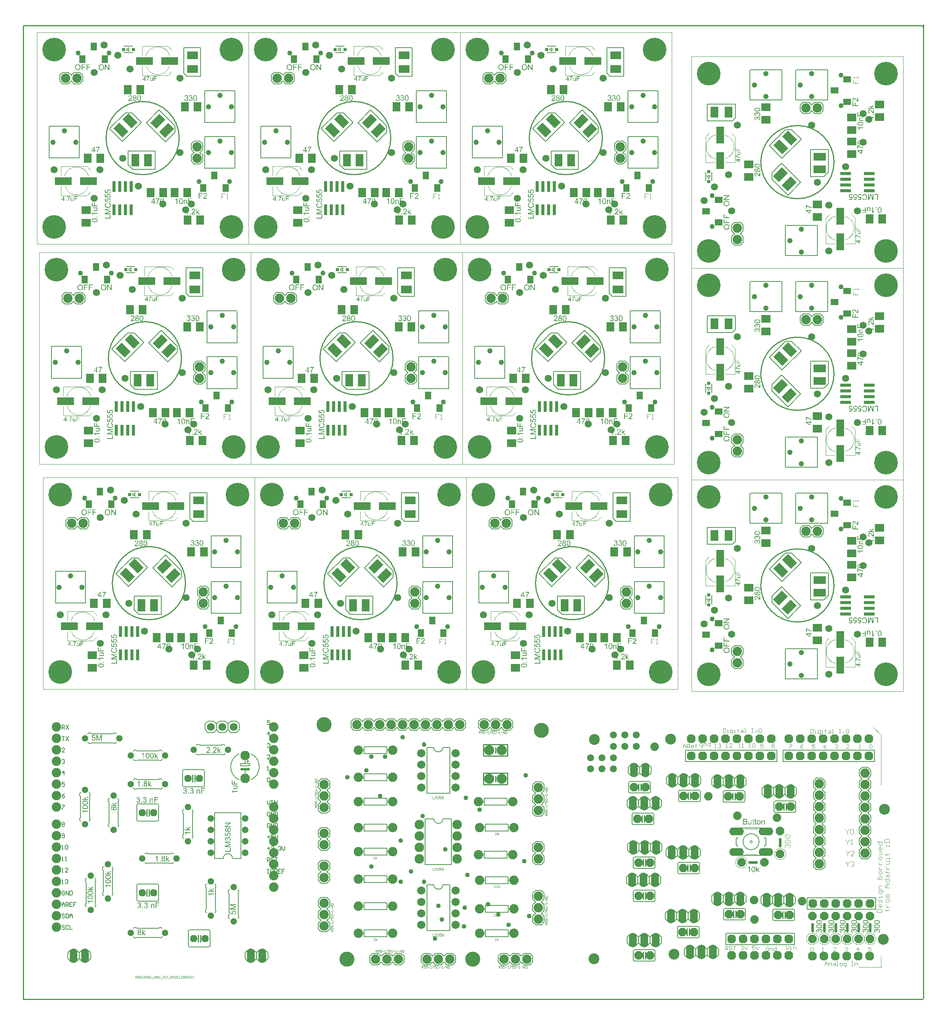
<source format=gts>
G04 Layer_Color=8388736*
%FSLAX43Y43*%
%MOMM*%
G71*
G01*
G75*
%ADD28C,0.610*%
%ADD30C,0.152*%
%ADD31C,0.254*%
%ADD36C,0.069*%
%ADD41C,0.000*%
%ADD42C,0.102*%
%ADD43C,0.203*%
%ADD44C,0.127*%
%ADD45C,0.051*%
%ADD46C,0.086*%
%ADD47C,0.130*%
%ADD48C,0.108*%
%ADD49C,0.041*%
%ADD50C,1.880*%
%ADD78R,1.803X2.006*%
%ADD79R,3.703X1.803*%
%ADD80R,1.803X2.003*%
G04:AMPARAMS|DCode=81|XSize=1.803mm|YSize=2.803mm|CornerRadius=0mm|HoleSize=0mm|Usage=FLASHONLY|Rotation=135.000|XOffset=0mm|YOffset=0mm|HoleType=Round|Shape=Rectangle|*
%AMROTATEDRECTD81*
4,1,4,1.629,0.354,-0.354,-1.629,-1.629,-0.354,0.354,1.629,1.629,0.354,0.0*
%
%ADD81ROTATEDRECTD81*%

%ADD82R,1.803X2.803*%
G04:AMPARAMS|DCode=83|XSize=1.803mm|YSize=2.803mm|CornerRadius=0mm|HoleSize=0mm|Usage=FLASHONLY|Rotation=225.000|XOffset=0mm|YOffset=0mm|HoleType=Round|Shape=Rectangle|*
%AMROTATEDRECTD83*
4,1,4,-0.354,1.629,1.629,-0.354,0.354,-1.629,-1.629,0.354,-0.354,1.629,0.0*
%
%ADD83ROTATEDRECTD83*%

%ADD84R,1.403X1.803*%
%ADD85R,2.403X1.703*%
%ADD86R,0.803X0.803*%
%ADD87R,2.003X1.803*%
%ADD88R,0.803X2.403*%
%ADD89R,2.006X1.803*%
%ADD90R,1.803X3.703*%
%ADD91R,2.803X1.803*%
%ADD92R,1.803X1.403*%
%ADD93R,1.703X2.403*%
%ADD94R,0.803X0.803*%
%ADD95R,2.403X0.803*%
%ADD96C,2.083*%
%ADD97C,1.103*%
%ADD98C,1.178*%
%ADD99C,5.258*%
%ADD100O,1.727X3.251*%
%ADD101P,1.977X8X22.5*%
%ADD102P,1.977X8X112.5*%
%ADD103O,3.251X1.727*%
%ADD104P,2.083X8X112.5*%
%ADD105C,2.403*%
%ADD106C,1.829*%
%ADD107C,2.108*%
%ADD108C,2.235*%
%ADD109C,3.327*%
%ADD110P,1.498X8X292.5*%
%ADD111P,1.498X8X22.5*%
%ADD112C,1.727*%
%ADD113C,1.473*%
%ADD114P,1.711X8X22.5*%
%ADD115P,2.216X8X292.5*%
%ADD116C,1.564*%
%ADD117C,1.553*%
%ADD118C,1.016*%
G36*
X969897Y758063D02*
X969724D01*
X969065Y759052D01*
Y758063D01*
X968905D01*
Y759323D01*
X969076D01*
X969737Y758333D01*
Y759323D01*
X969897D01*
Y758063D01*
D02*
G37*
G36*
X922907D02*
X922734D01*
X922075Y759052D01*
Y758063D01*
X921915D01*
Y759323D01*
X922086D01*
X922747Y758333D01*
Y759323D01*
X922907D01*
Y758063D01*
D02*
G37*
G36*
X875917D02*
X875744D01*
X875085Y759052D01*
Y758063D01*
X874925D01*
Y759323D01*
X875096D01*
X875757Y758333D01*
Y759323D01*
X875917D01*
Y758063D01*
D02*
G37*
G36*
X965635Y759174D02*
X964951D01*
Y758784D01*
X965543D01*
Y758635D01*
X964951D01*
Y758063D01*
X964783D01*
Y759323D01*
X965635D01*
Y759174D01*
D02*
G37*
G36*
X964559D02*
X963874D01*
Y758784D01*
X964466D01*
Y758635D01*
X963874D01*
Y758063D01*
X963707D01*
Y759323D01*
X964559D01*
Y759174D01*
D02*
G37*
G36*
X918645D02*
X917961D01*
Y758784D01*
X918553D01*
Y758635D01*
X917961D01*
Y758063D01*
X917793D01*
Y759323D01*
X918645D01*
Y759174D01*
D02*
G37*
G36*
X917569D02*
X916884D01*
Y758784D01*
X917476D01*
Y758635D01*
X916884D01*
Y758063D01*
X916717D01*
Y759323D01*
X917569D01*
Y759174D01*
D02*
G37*
G36*
X871655D02*
X870971D01*
Y758784D01*
X871563D01*
Y758635D01*
X870971D01*
Y758063D01*
X870803D01*
Y759323D01*
X871655D01*
Y759174D01*
D02*
G37*
G36*
X870579D02*
X869894D01*
Y758784D01*
X870486D01*
Y758635D01*
X869894D01*
Y758063D01*
X869727D01*
Y759323D01*
X870579D01*
Y759174D01*
D02*
G37*
G36*
X968118Y759343D02*
X968134D01*
X968151Y759341D01*
X968173Y759338D01*
X968194Y759334D01*
X968242Y759325D01*
X968296Y759310D01*
X968349Y759289D01*
X968377Y759276D01*
X968404Y759261D01*
X968406Y759260D01*
X968409Y759258D01*
X968417Y759252D01*
X968428Y759247D01*
X968438Y759238D01*
X968453Y759227D01*
X968484Y759201D01*
X968517Y759168D01*
X968553Y759128D01*
X968588Y759081D01*
X968617Y759028D01*
Y759026D01*
X968621Y759021D01*
X968624Y759014D01*
X968628Y759003D01*
X968635Y758988D01*
X968641Y758972D01*
X968648Y758952D01*
X968655Y758930D01*
X968661Y758906D01*
X968668Y758881D01*
X968675Y758852D01*
X968681Y758822D01*
X968688Y758759D01*
X968692Y758690D01*
Y758688D01*
Y758680D01*
Y758671D01*
X968690Y758657D01*
Y758640D01*
X968688Y758620D01*
X968684Y758598D01*
X968682Y758575D01*
X968673Y758522D01*
X968659Y758464D01*
X968639Y758405D01*
X968628Y758376D01*
X968613Y758347D01*
Y758345D01*
X968610Y758340D01*
X968606Y758333D01*
X968599Y758322D01*
X968591Y758309D01*
X968582Y758296D01*
X968557Y758262D01*
X968526Y758225D01*
X968489Y758187D01*
X968446Y758150D01*
X968395Y758118D01*
X968393D01*
X968389Y758114D01*
X968380Y758110D01*
X968369Y758105D01*
X968357Y758099D01*
X968342Y758094D01*
X968324Y758087D01*
X968304Y758079D01*
X968282Y758072D01*
X968258Y758065D01*
X968205Y758054D01*
X968149Y758045D01*
X968089Y758041D01*
X968071D01*
X968060Y758043D01*
X968043D01*
X968025Y758047D01*
X968005Y758048D01*
X967981Y758052D01*
X967932Y758063D01*
X967879Y758078D01*
X967825Y758099D01*
X967797Y758112D01*
X967770Y758127D01*
X967768Y758129D01*
X967765Y758130D01*
X967757Y758136D01*
X967746Y758143D01*
X967735Y758150D01*
X967723Y758161D01*
X967692Y758189D01*
X967657Y758221D01*
X967621Y758262D01*
X967588Y758307D01*
X967557Y758360D01*
Y758362D01*
X967553Y758367D01*
X967550Y758374D01*
X967546Y758385D01*
X967541Y758400D01*
X967535Y758416D01*
X967528Y758435D01*
X967522Y758455D01*
X967515Y758478D01*
X967508Y758502D01*
X967497Y758557D01*
X967490Y758613D01*
X967486Y758675D01*
Y758677D01*
Y758679D01*
Y758690D01*
X967488Y758706D01*
Y758728D01*
X967491Y758753D01*
X967495Y758784D01*
X967501Y758819D01*
X967508Y758855D01*
X967515Y758893D01*
X967526Y758934D01*
X967541Y758974D01*
X967557Y759016D01*
X967575Y759056D01*
X967599Y759096D01*
X967624Y759132D01*
X967654Y759167D01*
X967655Y759168D01*
X967661Y759174D01*
X967672Y759183D01*
X967685Y759194D01*
X967701Y759208D01*
X967721Y759223D01*
X967745Y759240D01*
X967772Y759256D01*
X967801Y759272D01*
X967834Y759289D01*
X967870Y759303D01*
X967909Y759318D01*
X967950Y759329D01*
X967994Y759338D01*
X968040Y759343D01*
X968089Y759345D01*
X968105D01*
X968118Y759343D01*
D02*
G37*
G36*
X962911D02*
X962927D01*
X962944Y759341D01*
X962966Y759338D01*
X962987Y759334D01*
X963035Y759325D01*
X963089Y759310D01*
X963142Y759289D01*
X963170Y759276D01*
X963197Y759261D01*
X963199Y759260D01*
X963202Y759258D01*
X963210Y759252D01*
X963221Y759247D01*
X963232Y759238D01*
X963246Y759227D01*
X963277Y759201D01*
X963310Y759168D01*
X963346Y759128D01*
X963381Y759081D01*
X963410Y759028D01*
Y759026D01*
X963414Y759021D01*
X963417Y759014D01*
X963421Y759003D01*
X963428Y758988D01*
X963434Y758972D01*
X963441Y758952D01*
X963448Y758930D01*
X963454Y758906D01*
X963461Y758881D01*
X963468Y758852D01*
X963474Y758822D01*
X963481Y758759D01*
X963485Y758690D01*
Y758688D01*
Y758680D01*
Y758671D01*
X963483Y758657D01*
Y758640D01*
X963481Y758620D01*
X963477Y758598D01*
X963476Y758575D01*
X963466Y758522D01*
X963452Y758464D01*
X963432Y758405D01*
X963421Y758376D01*
X963406Y758347D01*
Y758345D01*
X963403Y758340D01*
X963399Y758333D01*
X963392Y758322D01*
X963384Y758309D01*
X963375Y758296D01*
X963350Y758262D01*
X963319Y758225D01*
X963282Y758187D01*
X963239Y758150D01*
X963188Y758118D01*
X963186D01*
X963182Y758114D01*
X963173Y758110D01*
X963162Y758105D01*
X963150Y758099D01*
X963135Y758094D01*
X963117Y758087D01*
X963097Y758079D01*
X963075Y758072D01*
X963051Y758065D01*
X962998Y758054D01*
X962942Y758045D01*
X962882Y758041D01*
X962864D01*
X962853Y758043D01*
X962836D01*
X962818Y758047D01*
X962798Y758048D01*
X962774Y758052D01*
X962725Y758063D01*
X962672Y758078D01*
X962618Y758099D01*
X962590Y758112D01*
X962563Y758127D01*
X962561Y758129D01*
X962558Y758130D01*
X962550Y758136D01*
X962539Y758143D01*
X962529Y758150D01*
X962516Y758161D01*
X962485Y758189D01*
X962450Y758221D01*
X962414Y758262D01*
X962381Y758307D01*
X962350Y758360D01*
Y758362D01*
X962346Y758367D01*
X962343Y758374D01*
X962339Y758385D01*
X962334Y758400D01*
X962328Y758416D01*
X962321Y758435D01*
X962315Y758455D01*
X962308Y758478D01*
X962301Y758502D01*
X962290Y758557D01*
X962283Y758613D01*
X962279Y758675D01*
Y758677D01*
Y758679D01*
Y758690D01*
X962281Y758706D01*
Y758728D01*
X962284Y758753D01*
X962288Y758784D01*
X962294Y758819D01*
X962301Y758855D01*
X962308Y758893D01*
X962319Y758934D01*
X962334Y758974D01*
X962350Y759016D01*
X962368Y759056D01*
X962392Y759096D01*
X962417Y759132D01*
X962447Y759167D01*
X962448Y759168D01*
X962454Y759174D01*
X962465Y759183D01*
X962478Y759194D01*
X962494Y759208D01*
X962514Y759223D01*
X962538Y759240D01*
X962565Y759256D01*
X962594Y759272D01*
X962627Y759289D01*
X962663Y759303D01*
X962702Y759318D01*
X962743Y759329D01*
X962787Y759338D01*
X962833Y759343D01*
X962882Y759345D01*
X962898D01*
X962911Y759343D01*
D02*
G37*
G36*
X921128D02*
X921144D01*
X921161Y759341D01*
X921183Y759338D01*
X921204Y759334D01*
X921252Y759325D01*
X921306Y759310D01*
X921359Y759289D01*
X921387Y759276D01*
X921414Y759261D01*
X921416Y759260D01*
X921419Y759258D01*
X921427Y759252D01*
X921438Y759247D01*
X921448Y759238D01*
X921463Y759227D01*
X921494Y759201D01*
X921527Y759168D01*
X921563Y759128D01*
X921598Y759081D01*
X921627Y759028D01*
Y759026D01*
X921631Y759021D01*
X921634Y759014D01*
X921638Y759003D01*
X921645Y758988D01*
X921651Y758972D01*
X921658Y758952D01*
X921665Y758930D01*
X921671Y758906D01*
X921678Y758881D01*
X921685Y758852D01*
X921691Y758822D01*
X921698Y758759D01*
X921702Y758690D01*
Y758688D01*
Y758680D01*
Y758671D01*
X921700Y758657D01*
Y758640D01*
X921698Y758620D01*
X921694Y758598D01*
X921693Y758575D01*
X921683Y758522D01*
X921669Y758464D01*
X921649Y758405D01*
X921638Y758376D01*
X921623Y758347D01*
Y758345D01*
X921620Y758340D01*
X921616Y758333D01*
X921609Y758322D01*
X921601Y758309D01*
X921592Y758296D01*
X921567Y758262D01*
X921536Y758225D01*
X921499Y758187D01*
X921456Y758150D01*
X921405Y758118D01*
X921403D01*
X921399Y758114D01*
X921390Y758110D01*
X921379Y758105D01*
X921367Y758099D01*
X921352Y758094D01*
X921334Y758087D01*
X921314Y758079D01*
X921292Y758072D01*
X921268Y758065D01*
X921215Y758054D01*
X921159Y758045D01*
X921099Y758041D01*
X921081D01*
X921070Y758043D01*
X921053D01*
X921035Y758047D01*
X921015Y758048D01*
X920991Y758052D01*
X920942Y758063D01*
X920889Y758078D01*
X920835Y758099D01*
X920807Y758112D01*
X920780Y758127D01*
X920778Y758129D01*
X920775Y758130D01*
X920767Y758136D01*
X920756Y758143D01*
X920745Y758150D01*
X920733Y758161D01*
X920702Y758189D01*
X920667Y758221D01*
X920631Y758262D01*
X920598Y758307D01*
X920567Y758360D01*
Y758362D01*
X920563Y758367D01*
X920560Y758374D01*
X920556Y758385D01*
X920551Y758400D01*
X920545Y758416D01*
X920538Y758435D01*
X920532Y758455D01*
X920525Y758478D01*
X920518Y758502D01*
X920507Y758557D01*
X920500Y758613D01*
X920496Y758675D01*
Y758677D01*
Y758679D01*
Y758690D01*
X920498Y758706D01*
Y758728D01*
X920501Y758753D01*
X920505Y758784D01*
X920511Y758819D01*
X920518Y758855D01*
X920525Y758893D01*
X920536Y758934D01*
X920551Y758974D01*
X920567Y759016D01*
X920585Y759056D01*
X920609Y759096D01*
X920634Y759132D01*
X920664Y759167D01*
X920665Y759168D01*
X920671Y759174D01*
X920682Y759183D01*
X920695Y759194D01*
X920711Y759208D01*
X920731Y759223D01*
X920755Y759240D01*
X920782Y759256D01*
X920811Y759272D01*
X920844Y759289D01*
X920880Y759303D01*
X920919Y759318D01*
X920960Y759329D01*
X921004Y759338D01*
X921050Y759343D01*
X921099Y759345D01*
X921115D01*
X921128Y759343D01*
D02*
G37*
G36*
X915921D02*
X915937D01*
X915954Y759341D01*
X915976Y759338D01*
X915997Y759334D01*
X916045Y759325D01*
X916099Y759310D01*
X916152Y759289D01*
X916180Y759276D01*
X916207Y759261D01*
X916209Y759260D01*
X916212Y759258D01*
X916220Y759252D01*
X916231Y759247D01*
X916241Y759238D01*
X916256Y759227D01*
X916287Y759201D01*
X916320Y759168D01*
X916356Y759128D01*
X916391Y759081D01*
X916420Y759028D01*
Y759026D01*
X916424Y759021D01*
X916427Y759014D01*
X916431Y759003D01*
X916438Y758988D01*
X916444Y758972D01*
X916451Y758952D01*
X916458Y758930D01*
X916464Y758906D01*
X916471Y758881D01*
X916478Y758852D01*
X916484Y758822D01*
X916491Y758759D01*
X916495Y758690D01*
Y758688D01*
Y758680D01*
Y758671D01*
X916493Y758657D01*
Y758640D01*
X916491Y758620D01*
X916487Y758598D01*
X916486Y758575D01*
X916476Y758522D01*
X916462Y758464D01*
X916442Y758405D01*
X916431Y758376D01*
X916416Y758347D01*
Y758345D01*
X916413Y758340D01*
X916409Y758333D01*
X916402Y758322D01*
X916394Y758309D01*
X916385Y758296D01*
X916360Y758262D01*
X916329Y758225D01*
X916292Y758187D01*
X916249Y758150D01*
X916198Y758118D01*
X916196D01*
X916192Y758114D01*
X916183Y758110D01*
X916172Y758105D01*
X916160Y758099D01*
X916145Y758094D01*
X916127Y758087D01*
X916107Y758079D01*
X916085Y758072D01*
X916061Y758065D01*
X916008Y758054D01*
X915952Y758045D01*
X915892Y758041D01*
X915874D01*
X915863Y758043D01*
X915846D01*
X915828Y758047D01*
X915808Y758048D01*
X915784Y758052D01*
X915735Y758063D01*
X915682Y758078D01*
X915628Y758099D01*
X915600Y758112D01*
X915573Y758127D01*
X915571Y758129D01*
X915568Y758130D01*
X915560Y758136D01*
X915549Y758143D01*
X915539Y758150D01*
X915526Y758161D01*
X915495Y758189D01*
X915460Y758221D01*
X915424Y758262D01*
X915391Y758307D01*
X915360Y758360D01*
Y758362D01*
X915356Y758367D01*
X915353Y758374D01*
X915349Y758385D01*
X915344Y758400D01*
X915338Y758416D01*
X915331Y758435D01*
X915325Y758455D01*
X915318Y758478D01*
X915311Y758502D01*
X915300Y758557D01*
X915293Y758613D01*
X915289Y758675D01*
Y758677D01*
Y758679D01*
Y758690D01*
X915291Y758706D01*
Y758728D01*
X915294Y758753D01*
X915298Y758784D01*
X915304Y758819D01*
X915311Y758855D01*
X915318Y758893D01*
X915329Y758934D01*
X915344Y758974D01*
X915360Y759016D01*
X915378Y759056D01*
X915402Y759096D01*
X915427Y759132D01*
X915457Y759167D01*
X915458Y759168D01*
X915464Y759174D01*
X915475Y759183D01*
X915487Y759194D01*
X915504Y759208D01*
X915524Y759223D01*
X915548Y759240D01*
X915575Y759256D01*
X915604Y759272D01*
X915637Y759289D01*
X915673Y759303D01*
X915711Y759318D01*
X915753Y759329D01*
X915797Y759338D01*
X915843Y759343D01*
X915892Y759345D01*
X915908D01*
X915921Y759343D01*
D02*
G37*
G36*
X874138D02*
X874154D01*
X874171Y759341D01*
X874193Y759338D01*
X874214Y759334D01*
X874262Y759325D01*
X874316Y759310D01*
X874369Y759289D01*
X874397Y759276D01*
X874424Y759261D01*
X874426Y759260D01*
X874429Y759258D01*
X874437Y759252D01*
X874448Y759247D01*
X874458Y759238D01*
X874473Y759227D01*
X874504Y759201D01*
X874537Y759168D01*
X874573Y759128D01*
X874608Y759081D01*
X874637Y759028D01*
Y759026D01*
X874641Y759021D01*
X874644Y759014D01*
X874648Y759003D01*
X874655Y758988D01*
X874661Y758972D01*
X874668Y758952D01*
X874675Y758930D01*
X874681Y758906D01*
X874688Y758881D01*
X874695Y758852D01*
X874701Y758822D01*
X874708Y758759D01*
X874712Y758690D01*
Y758688D01*
Y758680D01*
Y758671D01*
X874710Y758657D01*
Y758640D01*
X874708Y758620D01*
X874704Y758598D01*
X874703Y758575D01*
X874693Y758522D01*
X874679Y758464D01*
X874659Y758405D01*
X874648Y758376D01*
X874633Y758347D01*
Y758345D01*
X874630Y758340D01*
X874626Y758333D01*
X874619Y758322D01*
X874611Y758309D01*
X874602Y758296D01*
X874577Y758262D01*
X874546Y758225D01*
X874509Y758187D01*
X874466Y758150D01*
X874415Y758118D01*
X874413D01*
X874409Y758114D01*
X874400Y758110D01*
X874389Y758105D01*
X874377Y758099D01*
X874362Y758094D01*
X874344Y758087D01*
X874324Y758079D01*
X874302Y758072D01*
X874278Y758065D01*
X874225Y758054D01*
X874169Y758045D01*
X874109Y758041D01*
X874091D01*
X874080Y758043D01*
X874063D01*
X874045Y758047D01*
X874025Y758048D01*
X874001Y758052D01*
X873952Y758063D01*
X873899Y758078D01*
X873845Y758099D01*
X873817Y758112D01*
X873790Y758127D01*
X873788Y758129D01*
X873785Y758130D01*
X873777Y758136D01*
X873766Y758143D01*
X873755Y758150D01*
X873743Y758161D01*
X873712Y758189D01*
X873677Y758221D01*
X873641Y758262D01*
X873608Y758307D01*
X873577Y758360D01*
Y758362D01*
X873573Y758367D01*
X873570Y758374D01*
X873566Y758385D01*
X873561Y758400D01*
X873555Y758416D01*
X873548Y758435D01*
X873542Y758455D01*
X873535Y758478D01*
X873528Y758502D01*
X873517Y758557D01*
X873510Y758613D01*
X873506Y758675D01*
Y758677D01*
Y758679D01*
Y758690D01*
X873508Y758706D01*
Y758728D01*
X873511Y758753D01*
X873515Y758784D01*
X873521Y758819D01*
X873528Y758855D01*
X873535Y758893D01*
X873546Y758934D01*
X873561Y758974D01*
X873577Y759016D01*
X873595Y759056D01*
X873619Y759096D01*
X873644Y759132D01*
X873674Y759167D01*
X873675Y759168D01*
X873681Y759174D01*
X873692Y759183D01*
X873705Y759194D01*
X873721Y759208D01*
X873741Y759223D01*
X873765Y759240D01*
X873792Y759256D01*
X873821Y759272D01*
X873854Y759289D01*
X873890Y759303D01*
X873929Y759318D01*
X873970Y759329D01*
X874014Y759338D01*
X874060Y759343D01*
X874109Y759345D01*
X874125D01*
X874138Y759343D01*
D02*
G37*
G36*
X868931D02*
X868947D01*
X868964Y759341D01*
X868986Y759338D01*
X869007Y759334D01*
X869055Y759325D01*
X869109Y759310D01*
X869162Y759289D01*
X869190Y759276D01*
X869217Y759261D01*
X869219Y759260D01*
X869222Y759258D01*
X869230Y759252D01*
X869241Y759247D01*
X869251Y759238D01*
X869266Y759227D01*
X869297Y759201D01*
X869330Y759168D01*
X869366Y759128D01*
X869401Y759081D01*
X869430Y759028D01*
Y759026D01*
X869434Y759021D01*
X869437Y759014D01*
X869441Y759003D01*
X869448Y758988D01*
X869454Y758972D01*
X869461Y758952D01*
X869468Y758930D01*
X869474Y758906D01*
X869481Y758881D01*
X869488Y758852D01*
X869494Y758822D01*
X869501Y758759D01*
X869505Y758690D01*
Y758688D01*
Y758680D01*
Y758671D01*
X869503Y758657D01*
Y758640D01*
X869501Y758620D01*
X869497Y758598D01*
X869496Y758575D01*
X869486Y758522D01*
X869472Y758464D01*
X869452Y758405D01*
X869441Y758376D01*
X869426Y758347D01*
Y758345D01*
X869423Y758340D01*
X869419Y758333D01*
X869412Y758322D01*
X869404Y758309D01*
X869395Y758296D01*
X869370Y758262D01*
X869339Y758225D01*
X869302Y758187D01*
X869259Y758150D01*
X869208Y758118D01*
X869206D01*
X869202Y758114D01*
X869193Y758110D01*
X869182Y758105D01*
X869169Y758099D01*
X869155Y758094D01*
X869137Y758087D01*
X869117Y758079D01*
X869095Y758072D01*
X869071Y758065D01*
X869018Y758054D01*
X868962Y758045D01*
X868902Y758041D01*
X868884D01*
X868873Y758043D01*
X868856D01*
X868838Y758047D01*
X868818Y758048D01*
X868794Y758052D01*
X868745Y758063D01*
X868692Y758078D01*
X868638Y758099D01*
X868610Y758112D01*
X868583Y758127D01*
X868581Y758129D01*
X868578Y758130D01*
X868570Y758136D01*
X868559Y758143D01*
X868549Y758150D01*
X868536Y758161D01*
X868505Y758189D01*
X868470Y758221D01*
X868434Y758262D01*
X868401Y758307D01*
X868370Y758360D01*
Y758362D01*
X868366Y758367D01*
X868363Y758374D01*
X868359Y758385D01*
X868354Y758400D01*
X868348Y758416D01*
X868341Y758435D01*
X868335Y758455D01*
X868328Y758478D01*
X868321Y758502D01*
X868310Y758557D01*
X868303Y758613D01*
X868299Y758675D01*
Y758677D01*
Y758679D01*
Y758690D01*
X868301Y758706D01*
Y758728D01*
X868304Y758753D01*
X868308Y758784D01*
X868314Y758819D01*
X868321Y758855D01*
X868328Y758893D01*
X868339Y758934D01*
X868354Y758974D01*
X868370Y759016D01*
X868388Y759056D01*
X868412Y759096D01*
X868437Y759132D01*
X868467Y759167D01*
X868468Y759168D01*
X868474Y759174D01*
X868485Y759183D01*
X868497Y759194D01*
X868514Y759208D01*
X868534Y759223D01*
X868558Y759240D01*
X868585Y759256D01*
X868614Y759272D01*
X868647Y759289D01*
X868683Y759303D01*
X868721Y759318D01*
X868763Y759329D01*
X868807Y759338D01*
X868853Y759343D01*
X868902Y759345D01*
X868918D01*
X868931Y759343D01*
D02*
G37*
G36*
X979502Y755650D02*
X979391D01*
Y755756D01*
X979389Y755755D01*
X979386Y755751D01*
X979382Y755745D01*
X979375Y755737D01*
X979366Y755729D01*
X979356Y755717D01*
X979344Y755707D01*
X979329Y755695D01*
X979313Y755684D01*
X979296Y755673D01*
X979277Y755663D01*
X979257Y755653D01*
X979233Y755646D01*
X979210Y755640D01*
X979184Y755635D01*
X979157Y755634D01*
X979147D01*
X979134Y755635D01*
X979118Y755637D01*
X979099Y755640D01*
X979079Y755644D01*
X979058Y755650D01*
X979036Y755659D01*
X979034Y755660D01*
X979028Y755663D01*
X979017Y755669D01*
X979006Y755676D01*
X978991Y755685D01*
X978978Y755695D01*
X978965Y755707D01*
X978953Y755720D01*
X978952Y755721D01*
X978949Y755727D01*
X978945Y755735D01*
X978939Y755746D01*
X978931Y755759D01*
X978926Y755775D01*
X978920Y755793D01*
X978915Y755812D01*
Y755813D01*
X978914Y755819D01*
X978912Y755828D01*
Y755840D01*
X978911Y755857D01*
X978910Y755876D01*
X978908Y755901D01*
Y755928D01*
Y756382D01*
X979032D01*
Y755975D01*
Y755974D01*
Y755971D01*
Y755966D01*
Y755959D01*
Y755943D01*
X979034Y755923D01*
Y755901D01*
X979035Y755879D01*
X979036Y755860D01*
X979039Y755844D01*
Y755842D01*
X979042Y755837D01*
X979045Y755828D01*
X979050Y755816D01*
X979057Y755805D01*
X979066Y755791D01*
X979076Y755780D01*
X979089Y755768D01*
X979090Y755767D01*
X979096Y755764D01*
X979104Y755759D01*
X979115Y755755D01*
X979128Y755749D01*
X979144Y755745D01*
X979162Y755742D01*
X979182Y755740D01*
X979192D01*
X979203Y755742D01*
X979216Y755743D01*
X979232Y755748D01*
X979249Y755752D01*
X979268Y755759D01*
X979287Y755768D01*
X979290Y755770D01*
X979296Y755774D01*
X979305Y755780D01*
X979315Y755789D01*
X979327Y755800D01*
X979338Y755813D01*
X979348Y755828D01*
X979357Y755845D01*
X979359Y755848D01*
X979360Y755854D01*
X979363Y755866D01*
X979367Y755882D01*
X979372Y755902D01*
X979375Y755927D01*
X979376Y755956D01*
X979378Y755990D01*
Y756382D01*
X979502D01*
Y755650D01*
D02*
G37*
G36*
X932512D02*
X932401D01*
Y755756D01*
X932399Y755755D01*
X932396Y755751D01*
X932392Y755745D01*
X932385Y755737D01*
X932376Y755729D01*
X932366Y755717D01*
X932354Y755707D01*
X932339Y755695D01*
X932323Y755684D01*
X932306Y755673D01*
X932287Y755663D01*
X932267Y755653D01*
X932243Y755646D01*
X932220Y755640D01*
X932194Y755635D01*
X932167Y755634D01*
X932157D01*
X932144Y755635D01*
X932128Y755637D01*
X932109Y755640D01*
X932089Y755644D01*
X932068Y755650D01*
X932046Y755659D01*
X932044Y755660D01*
X932038Y755663D01*
X932027Y755669D01*
X932016Y755676D01*
X932001Y755685D01*
X931988Y755695D01*
X931975Y755707D01*
X931963Y755720D01*
X931962Y755721D01*
X931959Y755727D01*
X931955Y755735D01*
X931949Y755746D01*
X931941Y755759D01*
X931936Y755775D01*
X931930Y755793D01*
X931925Y755812D01*
Y755813D01*
X931924Y755819D01*
X931922Y755828D01*
Y755840D01*
X931921Y755857D01*
X931920Y755876D01*
X931918Y755901D01*
Y755928D01*
Y756382D01*
X932042D01*
Y755975D01*
Y755974D01*
Y755971D01*
Y755966D01*
Y755959D01*
Y755943D01*
X932044Y755923D01*
Y755901D01*
X932045Y755879D01*
X932046Y755860D01*
X932049Y755844D01*
Y755842D01*
X932052Y755837D01*
X932055Y755828D01*
X932060Y755816D01*
X932067Y755805D01*
X932076Y755791D01*
X932086Y755780D01*
X932099Y755768D01*
X932100Y755767D01*
X932106Y755764D01*
X932113Y755759D01*
X932125Y755755D01*
X932138Y755749D01*
X932154Y755745D01*
X932172Y755742D01*
X932192Y755740D01*
X932202D01*
X932213Y755742D01*
X932226Y755743D01*
X932242Y755748D01*
X932259Y755752D01*
X932278Y755759D01*
X932297Y755768D01*
X932300Y755770D01*
X932306Y755774D01*
X932315Y755780D01*
X932325Y755789D01*
X932337Y755800D01*
X932348Y755813D01*
X932358Y755828D01*
X932367Y755845D01*
X932369Y755848D01*
X932370Y755854D01*
X932373Y755866D01*
X932377Y755882D01*
X932382Y755902D01*
X932385Y755927D01*
X932386Y755956D01*
X932388Y755990D01*
Y756382D01*
X932512D01*
Y755650D01*
D02*
G37*
G36*
X885521D02*
X885411D01*
Y755756D01*
X885409Y755755D01*
X885406Y755751D01*
X885402Y755745D01*
X885395Y755737D01*
X885386Y755729D01*
X885376Y755717D01*
X885364Y755707D01*
X885349Y755695D01*
X885333Y755684D01*
X885316Y755673D01*
X885297Y755663D01*
X885277Y755653D01*
X885253Y755646D01*
X885230Y755640D01*
X885204Y755635D01*
X885177Y755634D01*
X885167D01*
X885154Y755635D01*
X885138Y755637D01*
X885119Y755640D01*
X885099Y755644D01*
X885078Y755650D01*
X885056Y755659D01*
X885054Y755660D01*
X885048Y755663D01*
X885037Y755669D01*
X885026Y755676D01*
X885011Y755685D01*
X884998Y755695D01*
X884985Y755707D01*
X884973Y755720D01*
X884972Y755721D01*
X884969Y755727D01*
X884965Y755735D01*
X884959Y755746D01*
X884951Y755759D01*
X884946Y755775D01*
X884940Y755793D01*
X884935Y755812D01*
Y755813D01*
X884934Y755819D01*
X884932Y755828D01*
Y755840D01*
X884931Y755857D01*
X884930Y755876D01*
X884928Y755901D01*
Y755928D01*
Y756382D01*
X885052D01*
Y755975D01*
Y755974D01*
Y755971D01*
Y755966D01*
Y755959D01*
Y755943D01*
X885054Y755923D01*
Y755901D01*
X885055Y755879D01*
X885056Y755860D01*
X885059Y755844D01*
Y755842D01*
X885062Y755837D01*
X885065Y755828D01*
X885070Y755816D01*
X885077Y755805D01*
X885086Y755791D01*
X885096Y755780D01*
X885109Y755768D01*
X885110Y755767D01*
X885116Y755764D01*
X885123Y755759D01*
X885135Y755755D01*
X885148Y755749D01*
X885164Y755745D01*
X885182Y755742D01*
X885202Y755740D01*
X885212D01*
X885223Y755742D01*
X885236Y755743D01*
X885252Y755748D01*
X885269Y755752D01*
X885288Y755759D01*
X885307Y755768D01*
X885310Y755770D01*
X885316Y755774D01*
X885325Y755780D01*
X885335Y755789D01*
X885347Y755800D01*
X885358Y755813D01*
X885368Y755828D01*
X885377Y755845D01*
X885379Y755848D01*
X885380Y755854D01*
X885383Y755866D01*
X885387Y755882D01*
X885392Y755902D01*
X885395Y755927D01*
X885396Y755956D01*
X885398Y755990D01*
Y756382D01*
X885521D01*
Y755650D01*
D02*
G37*
G36*
X980400Y756539D02*
X979851D01*
Y756227D01*
X980325D01*
Y756108D01*
X979851D01*
Y755650D01*
X979717D01*
Y756659D01*
X980400D01*
Y756539D01*
D02*
G37*
G36*
X978754Y756548D02*
X978752Y756547D01*
X978749Y756544D01*
X978743Y756538D01*
X978738Y756529D01*
X978729Y756519D01*
X978717Y756507D01*
X978705Y756493D01*
X978692Y756475D01*
X978679Y756458D01*
X978663Y756437D01*
X978647Y756414D01*
X978631Y756391D01*
X978614Y756364D01*
X978596Y756337D01*
X978579Y756306D01*
X978561Y756275D01*
X978560Y756274D01*
X978557Y756268D01*
X978552Y756259D01*
X978545Y756246D01*
X978538Y756230D01*
X978529Y756213D01*
X978519Y756192D01*
X978509Y756169D01*
X978497Y756143D01*
X978484Y756117D01*
X978472Y756087D01*
X978461Y756057D01*
X978437Y755994D01*
X978415Y755927D01*
Y755926D01*
X978414Y755921D01*
X978412Y755914D01*
X978409Y755905D01*
X978407Y755893D01*
X978404Y755879D01*
X978399Y755863D01*
X978396Y755845D01*
X978392Y755825D01*
X978388Y755803D01*
X978380Y755756D01*
X978373Y755705D01*
X978369Y755650D01*
X978242D01*
Y755651D01*
Y755656D01*
Y755662D01*
X978243Y755670D01*
Y755682D01*
X978245Y755697D01*
X978246Y755713D01*
X978248Y755730D01*
X978251Y755751D01*
X978253Y755771D01*
X978258Y755796D01*
X978262Y755821D01*
X978267Y755847D01*
X978272Y755876D01*
X978287Y755936D01*
Y755937D01*
X978289Y755943D01*
X978291Y755952D01*
X978296Y755965D01*
X978300Y755979D01*
X978306Y755997D01*
X978312Y756017D01*
X978321Y756039D01*
X978329Y756064D01*
X978338Y756089D01*
X978360Y756144D01*
X978386Y756203D01*
X978415Y756261D01*
X978417Y756262D01*
X978420Y756268D01*
X978424Y756275D01*
X978430Y756287D01*
X978437Y756300D01*
X978447Y756316D01*
X978458Y756334D01*
X978469Y756353D01*
X978497Y756395D01*
X978526Y756439D01*
X978560Y756484D01*
X978595Y756526D01*
X978100D01*
Y756646D01*
X978754D01*
Y756548D01*
D02*
G37*
G36*
X977828Y756006D02*
X977965D01*
Y755892D01*
X977828D01*
Y755650D01*
X977704D01*
Y755892D01*
X977265D01*
Y756006D01*
X977727Y756659D01*
X977828D01*
Y756006D01*
D02*
G37*
G36*
X933410Y756539D02*
X932861D01*
Y756227D01*
X933335D01*
Y756108D01*
X932861D01*
Y755650D01*
X932727D01*
Y756659D01*
X933410D01*
Y756539D01*
D02*
G37*
G36*
X931764Y756548D02*
X931762Y756547D01*
X931759Y756544D01*
X931753Y756538D01*
X931748Y756529D01*
X931739Y756519D01*
X931727Y756507D01*
X931715Y756493D01*
X931702Y756475D01*
X931689Y756458D01*
X931673Y756437D01*
X931657Y756414D01*
X931641Y756391D01*
X931624Y756364D01*
X931606Y756337D01*
X931589Y756306D01*
X931571Y756275D01*
X931570Y756274D01*
X931567Y756268D01*
X931562Y756259D01*
X931555Y756246D01*
X931548Y756230D01*
X931539Y756213D01*
X931529Y756192D01*
X931519Y756169D01*
X931507Y756143D01*
X931494Y756117D01*
X931482Y756087D01*
X931471Y756057D01*
X931447Y755994D01*
X931425Y755927D01*
Y755926D01*
X931424Y755921D01*
X931422Y755914D01*
X931419Y755905D01*
X931417Y755893D01*
X931414Y755879D01*
X931409Y755863D01*
X931406Y755845D01*
X931402Y755825D01*
X931398Y755803D01*
X931390Y755756D01*
X931383Y755705D01*
X931379Y755650D01*
X931252D01*
Y755651D01*
Y755656D01*
Y755662D01*
X931253Y755670D01*
Y755682D01*
X931255Y755697D01*
X931256Y755713D01*
X931258Y755730D01*
X931261Y755751D01*
X931263Y755771D01*
X931268Y755796D01*
X931272Y755821D01*
X931277Y755847D01*
X931282Y755876D01*
X931297Y755936D01*
Y755937D01*
X931298Y755943D01*
X931301Y755952D01*
X931306Y755965D01*
X931310Y755979D01*
X931316Y755997D01*
X931322Y756017D01*
X931331Y756039D01*
X931339Y756064D01*
X931348Y756089D01*
X931370Y756144D01*
X931396Y756203D01*
X931425Y756261D01*
X931427Y756262D01*
X931430Y756268D01*
X931434Y756275D01*
X931440Y756287D01*
X931447Y756300D01*
X931457Y756316D01*
X931468Y756334D01*
X931479Y756353D01*
X931507Y756395D01*
X931536Y756439D01*
X931570Y756484D01*
X931605Y756526D01*
X931110D01*
Y756646D01*
X931764D01*
Y756548D01*
D02*
G37*
G36*
X930838Y756006D02*
X930975D01*
Y755892D01*
X930838D01*
Y755650D01*
X930714D01*
Y755892D01*
X930275D01*
Y756006D01*
X930737Y756659D01*
X930838D01*
Y756006D01*
D02*
G37*
G36*
X886420Y756539D02*
X885871D01*
Y756227D01*
X886345D01*
Y756108D01*
X885871D01*
Y755650D01*
X885737D01*
Y756659D01*
X886420D01*
Y756539D01*
D02*
G37*
G36*
X884774Y756548D02*
X884772Y756547D01*
X884769Y756544D01*
X884763Y756538D01*
X884758Y756529D01*
X884749Y756519D01*
X884737Y756507D01*
X884725Y756493D01*
X884712Y756475D01*
X884699Y756458D01*
X884683Y756437D01*
X884667Y756414D01*
X884651Y756391D01*
X884634Y756364D01*
X884616Y756337D01*
X884599Y756306D01*
X884581Y756275D01*
X884580Y756274D01*
X884577Y756268D01*
X884572Y756259D01*
X884565Y756246D01*
X884558Y756230D01*
X884549Y756213D01*
X884539Y756192D01*
X884529Y756169D01*
X884517Y756143D01*
X884504Y756117D01*
X884492Y756087D01*
X884481Y756057D01*
X884457Y755994D01*
X884435Y755927D01*
Y755926D01*
X884434Y755921D01*
X884432Y755914D01*
X884430Y755905D01*
X884427Y755893D01*
X884424Y755879D01*
X884419Y755863D01*
X884416Y755845D01*
X884412Y755825D01*
X884408Y755803D01*
X884400Y755756D01*
X884393Y755705D01*
X884389Y755650D01*
X884262D01*
Y755651D01*
Y755656D01*
Y755662D01*
X884263Y755670D01*
Y755682D01*
X884265Y755697D01*
X884266Y755713D01*
X884268Y755730D01*
X884271Y755751D01*
X884273Y755771D01*
X884278Y755796D01*
X884282Y755821D01*
X884287Y755847D01*
X884292Y755876D01*
X884307Y755936D01*
Y755937D01*
X884308Y755943D01*
X884311Y755952D01*
X884316Y755965D01*
X884320Y755979D01*
X884326Y755997D01*
X884332Y756017D01*
X884341Y756039D01*
X884349Y756064D01*
X884358Y756089D01*
X884380Y756144D01*
X884406Y756203D01*
X884435Y756261D01*
X884437Y756262D01*
X884440Y756268D01*
X884444Y756275D01*
X884450Y756287D01*
X884457Y756300D01*
X884467Y756316D01*
X884478Y756334D01*
X884489Y756353D01*
X884517Y756395D01*
X884546Y756439D01*
X884580Y756484D01*
X884615Y756526D01*
X884120D01*
Y756646D01*
X884774D01*
Y756548D01*
D02*
G37*
G36*
X883848Y756006D02*
X883985D01*
Y755892D01*
X883848D01*
Y755650D01*
X883724D01*
Y755892D01*
X883285D01*
Y756006D01*
X883747Y756659D01*
X883848D01*
Y756006D01*
D02*
G37*
G36*
X987960Y752495D02*
X987984Y752491D01*
X988013Y752486D01*
X988046Y752477D01*
X988079Y752466D01*
X988112Y752451D01*
X988113D01*
X988115Y752450D01*
X988126Y752444D01*
X988143Y752433D01*
X988161Y752420D01*
X988183Y752402D01*
X988205Y752382D01*
X988226Y752358D01*
X988245Y752331D01*
X988246Y752327D01*
X988252Y752318D01*
X988259Y752302D01*
X988268Y752282D01*
X988277Y752258D01*
X988285Y752231D01*
X988290Y752200D01*
X988292Y752169D01*
Y752165D01*
Y752154D01*
X988290Y752140D01*
X988286Y752120D01*
X988281Y752096D01*
X988272Y752071D01*
X988261Y752045D01*
X988246Y752020D01*
X988245Y752016D01*
X988239Y752009D01*
X988228Y751996D01*
X988214Y751981D01*
X988195Y751965D01*
X988174Y751947D01*
X988148Y751930D01*
X988117Y751914D01*
X988119D01*
X988123Y751912D01*
X988128Y751910D01*
X988135Y751909D01*
X988155Y751901D01*
X988181Y751890D01*
X988210Y751876D01*
X988239Y751858D01*
X988266Y751834D01*
X988292Y751807D01*
X988294Y751803D01*
X988301Y751792D01*
X988312Y751774D01*
X988323Y751750D01*
X988334Y751721D01*
X988345Y751686D01*
X988352Y751646D01*
X988354Y751603D01*
Y751601D01*
Y751595D01*
Y751586D01*
X988352Y751575D01*
X988350Y751561D01*
X988347Y751544D01*
X988343Y751526D01*
X988339Y751506D01*
X988325Y751462D01*
X988314Y751439D01*
X988303Y751417D01*
X988288Y751393D01*
X988272Y751370D01*
X988254Y751346D01*
X988232Y751324D01*
X988230Y751322D01*
X988226Y751319D01*
X988219Y751313D01*
X988210Y751306D01*
X988199Y751297D01*
X988185Y751288D01*
X988168Y751277D01*
X988148Y751268D01*
X988128Y751257D01*
X988104Y751246D01*
X988081Y751237D01*
X988053Y751227D01*
X988024Y751220D01*
X987993Y751215D01*
X987962Y751211D01*
X987928Y751209D01*
X987911D01*
X987900Y751211D01*
X987886Y751213D01*
X987869Y751215D01*
X987851Y751218D01*
X987831Y751222D01*
X987787Y751233D01*
X987742Y751251D01*
X987718Y751262D01*
X987696Y751275D01*
X987675Y751291D01*
X987653Y751308D01*
X987651Y751309D01*
X987647Y751313D01*
X987642Y751319D01*
X987636Y751326D01*
X987627Y751335D01*
X987618Y751348D01*
X987607Y751360D01*
X987596Y751377D01*
X987585Y751395D01*
X987574Y751413D01*
X987554Y751457D01*
X987538Y751508D01*
X987532Y751535D01*
X987529Y751564D01*
X987684Y751584D01*
Y751583D01*
X987685Y751579D01*
X987687Y751572D01*
X987689Y751563D01*
X987691Y751552D01*
X987695Y751539D01*
X987704Y751512D01*
X987716Y751479D01*
X987733Y751448D01*
X987751Y751419D01*
X987773Y751393D01*
X987777Y751391D01*
X987784Y751384D01*
X987798Y751375D01*
X987817Y751366D01*
X987838Y751355D01*
X987866Y751346D01*
X987897Y751339D01*
X987930Y751337D01*
X987940D01*
X987948Y751339D01*
X987968Y751340D01*
X987993Y751346D01*
X988022Y751355D01*
X988053Y751368D01*
X988084Y751386D01*
X988113Y751411D01*
X988117Y751415D01*
X988126Y751426D01*
X988137Y751442D01*
X988152Y751464D01*
X988166Y751492D01*
X988177Y751523D01*
X988186Y751559D01*
X988190Y751599D01*
Y751601D01*
Y751604D01*
Y751610D01*
X988188Y751617D01*
X988186Y751637D01*
X988181Y751661D01*
X988174Y751690D01*
X988161Y751719D01*
X988143Y751748D01*
X988119Y751776D01*
X988115Y751779D01*
X988106Y751787D01*
X988092Y751798D01*
X988072Y751810D01*
X988046Y751823D01*
X988015Y751834D01*
X987981Y751841D01*
X987942Y751845D01*
X987926D01*
X987913Y751843D01*
X987897Y751841D01*
X987879Y751838D01*
X987857Y751834D01*
X987833Y751828D01*
X987851Y751965D01*
X987860D01*
X987868Y751963D01*
X987891D01*
X987911Y751967D01*
X987935Y751971D01*
X987962Y751976D01*
X987993Y751985D01*
X988022Y751998D01*
X988053Y752014D01*
X988055D01*
X988057Y752016D01*
X988066Y752023D01*
X988079Y752036D01*
X988093Y752052D01*
X988108Y752076D01*
X988121Y752103D01*
X988130Y752134D01*
X988133Y752153D01*
Y752173D01*
Y752174D01*
Y752176D01*
Y752187D01*
X988130Y752202D01*
X988126Y752222D01*
X988119Y752244D01*
X988110Y752267D01*
X988095Y752291D01*
X988075Y752313D01*
X988073Y752315D01*
X988064Y752322D01*
X988052Y752331D01*
X988035Y752342D01*
X988013Y752351D01*
X987988Y752360D01*
X987959Y752368D01*
X987926Y752369D01*
X987911D01*
X987895Y752366D01*
X987873Y752362D01*
X987849Y752355D01*
X987826Y752346D01*
X987800Y752331D01*
X987777Y752313D01*
X987775Y752311D01*
X987767Y752302D01*
X987756Y752289D01*
X987744Y752271D01*
X987731Y752247D01*
X987718Y752218D01*
X987707Y752184D01*
X987700Y752144D01*
X987545Y752171D01*
Y752173D01*
X987547Y752178D01*
X987549Y752185D01*
X987551Y752196D01*
X987554Y752209D01*
X987560Y752224D01*
X987571Y752258D01*
X987589Y752298D01*
X987611Y752338D01*
X987638Y752377D01*
X987673Y752411D01*
X987675Y752413D01*
X987678Y752415D01*
X987684Y752419D01*
X987691Y752424D01*
X987700Y752431D01*
X987713Y752439D01*
X987726Y752446D01*
X987742Y752455D01*
X987778Y752470D01*
X987820Y752484D01*
X987869Y752493D01*
X987895Y752497D01*
X987940D01*
X987960Y752495D01*
D02*
G37*
G36*
X986981D02*
X987004Y752491D01*
X987034Y752486D01*
X987066Y752477D01*
X987099Y752466D01*
X987132Y752451D01*
X987134D01*
X987135Y752450D01*
X987146Y752444D01*
X987163Y752433D01*
X987181Y752420D01*
X987203Y752402D01*
X987225Y752382D01*
X987247Y752358D01*
X987265Y752331D01*
X987267Y752327D01*
X987272Y752318D01*
X987279Y752302D01*
X987288Y752282D01*
X987298Y752258D01*
X987305Y752231D01*
X987310Y752200D01*
X987312Y752169D01*
Y752165D01*
Y752154D01*
X987310Y752140D01*
X987307Y752120D01*
X987301Y752096D01*
X987292Y752071D01*
X987281Y752045D01*
X987267Y752020D01*
X987265Y752016D01*
X987259Y752009D01*
X987248Y751996D01*
X987234Y751981D01*
X987216Y751965D01*
X987194Y751947D01*
X987168Y751930D01*
X987137Y751914D01*
X987139D01*
X987143Y751912D01*
X987148Y751910D01*
X987156Y751909D01*
X987176Y751901D01*
X987201Y751890D01*
X987230Y751876D01*
X987259Y751858D01*
X987287Y751834D01*
X987312Y751807D01*
X987314Y751803D01*
X987321Y751792D01*
X987332Y751774D01*
X987343Y751750D01*
X987354Y751721D01*
X987365Y751686D01*
X987372Y751646D01*
X987374Y751603D01*
Y751601D01*
Y751595D01*
Y751586D01*
X987372Y751575D01*
X987370Y751561D01*
X987367Y751544D01*
X987363Y751526D01*
X987359Y751506D01*
X987345Y751462D01*
X987334Y751439D01*
X987323Y751417D01*
X987308Y751393D01*
X987292Y751370D01*
X987274Y751346D01*
X987252Y751324D01*
X987250Y751322D01*
X987247Y751319D01*
X987239Y751313D01*
X987230Y751306D01*
X987219Y751297D01*
X987205Y751288D01*
X987188Y751277D01*
X987168Y751268D01*
X987148Y751257D01*
X987125Y751246D01*
X987101Y751237D01*
X987074Y751227D01*
X987044Y751220D01*
X987013Y751215D01*
X986982Y751211D01*
X986948Y751209D01*
X986932D01*
X986921Y751211D01*
X986906Y751213D01*
X986890Y751215D01*
X986871Y751218D01*
X986851Y751222D01*
X986808Y751233D01*
X986762Y751251D01*
X986738Y751262D01*
X986717Y751275D01*
X986695Y751291D01*
X986673Y751308D01*
X986671Y751309D01*
X986667Y751313D01*
X986662Y751319D01*
X986656Y751326D01*
X986647Y751335D01*
X986638Y751348D01*
X986627Y751360D01*
X986616Y751377D01*
X986606Y751395D01*
X986595Y751413D01*
X986575Y751457D01*
X986558Y751508D01*
X986553Y751535D01*
X986549Y751564D01*
X986704Y751584D01*
Y751583D01*
X986706Y751579D01*
X986708Y751572D01*
X986709Y751563D01*
X986711Y751552D01*
X986715Y751539D01*
X986724Y751512D01*
X986737Y751479D01*
X986753Y751448D01*
X986771Y751419D01*
X986793Y751393D01*
X986797Y751391D01*
X986804Y751384D01*
X986819Y751375D01*
X986837Y751366D01*
X986859Y751355D01*
X986886Y751346D01*
X986917Y751339D01*
X986950Y751337D01*
X986961D01*
X986968Y751339D01*
X986988Y751340D01*
X987013Y751346D01*
X987043Y751355D01*
X987074Y751368D01*
X987104Y751386D01*
X987134Y751411D01*
X987137Y751415D01*
X987146Y751426D01*
X987157Y751442D01*
X987172Y751464D01*
X987186Y751492D01*
X987197Y751523D01*
X987206Y751559D01*
X987210Y751599D01*
Y751601D01*
Y751604D01*
Y751610D01*
X987208Y751617D01*
X987206Y751637D01*
X987201Y751661D01*
X987194Y751690D01*
X987181Y751719D01*
X987163Y751748D01*
X987139Y751776D01*
X987135Y751779D01*
X987126Y751787D01*
X987112Y751798D01*
X987092Y751810D01*
X987066Y751823D01*
X987035Y751834D01*
X987001Y751841D01*
X986962Y751845D01*
X986946D01*
X986933Y751843D01*
X986917Y751841D01*
X986899Y751838D01*
X986877Y751834D01*
X986853Y751828D01*
X986871Y751965D01*
X986880D01*
X986888Y751963D01*
X986911D01*
X986932Y751967D01*
X986955Y751971D01*
X986982Y751976D01*
X987013Y751985D01*
X987043Y751998D01*
X987074Y752014D01*
X987075D01*
X987077Y752016D01*
X987086Y752023D01*
X987099Y752036D01*
X987114Y752052D01*
X987128Y752076D01*
X987141Y752103D01*
X987150Y752134D01*
X987154Y752153D01*
Y752173D01*
Y752174D01*
Y752176D01*
Y752187D01*
X987150Y752202D01*
X987146Y752222D01*
X987139Y752244D01*
X987130Y752267D01*
X987115Y752291D01*
X987095Y752313D01*
X987094Y752315D01*
X987084Y752322D01*
X987072Y752331D01*
X987055Y752342D01*
X987034Y752351D01*
X987008Y752360D01*
X986979Y752368D01*
X986946Y752369D01*
X986932D01*
X986915Y752366D01*
X986893Y752362D01*
X986870Y752355D01*
X986846Y752346D01*
X986820Y752331D01*
X986797Y752313D01*
X986795Y752311D01*
X986788Y752302D01*
X986777Y752289D01*
X986764Y752271D01*
X986751Y752247D01*
X986738Y752218D01*
X986728Y752184D01*
X986720Y752144D01*
X986565Y752171D01*
Y752173D01*
X986567Y752178D01*
X986569Y752185D01*
X986571Y752196D01*
X986575Y752209D01*
X986580Y752224D01*
X986591Y752258D01*
X986609Y752298D01*
X986631Y752338D01*
X986658Y752377D01*
X986693Y752411D01*
X986695Y752413D01*
X986698Y752415D01*
X986704Y752419D01*
X986711Y752424D01*
X986720Y752431D01*
X986733Y752439D01*
X986746Y752446D01*
X986762Y752455D01*
X986799Y752470D01*
X986840Y752484D01*
X986890Y752493D01*
X986915Y752497D01*
X986961D01*
X986981Y752495D01*
D02*
G37*
G36*
X940970D02*
X940994Y752491D01*
X941023Y752486D01*
X941056Y752477D01*
X941089Y752466D01*
X941122Y752451D01*
X941123D01*
X941125Y752450D01*
X941136Y752444D01*
X941153Y752433D01*
X941171Y752420D01*
X941193Y752402D01*
X941215Y752382D01*
X941236Y752358D01*
X941255Y752331D01*
X941256Y752327D01*
X941262Y752318D01*
X941269Y752302D01*
X941278Y752282D01*
X941287Y752258D01*
X941295Y752231D01*
X941300Y752200D01*
X941302Y752169D01*
Y752165D01*
Y752154D01*
X941300Y752140D01*
X941296Y752120D01*
X941291Y752096D01*
X941282Y752071D01*
X941271Y752045D01*
X941256Y752020D01*
X941255Y752016D01*
X941249Y752009D01*
X941238Y751996D01*
X941224Y751981D01*
X941205Y751965D01*
X941184Y751947D01*
X941158Y751930D01*
X941127Y751914D01*
X941129D01*
X941133Y751912D01*
X941138Y751910D01*
X941145Y751909D01*
X941165Y751901D01*
X941191Y751890D01*
X941220Y751876D01*
X941249Y751858D01*
X941276Y751834D01*
X941302Y751807D01*
X941304Y751803D01*
X941311Y751792D01*
X941322Y751774D01*
X941333Y751750D01*
X941344Y751721D01*
X941355Y751686D01*
X941362Y751646D01*
X941364Y751603D01*
Y751601D01*
Y751595D01*
Y751586D01*
X941362Y751575D01*
X941360Y751561D01*
X941357Y751544D01*
X941353Y751526D01*
X941349Y751506D01*
X941335Y751462D01*
X941324Y751439D01*
X941313Y751417D01*
X941298Y751393D01*
X941282Y751370D01*
X941264Y751346D01*
X941242Y751324D01*
X941240Y751322D01*
X941236Y751319D01*
X941229Y751313D01*
X941220Y751306D01*
X941209Y751297D01*
X941194Y751288D01*
X941178Y751277D01*
X941158Y751268D01*
X941138Y751257D01*
X941114Y751246D01*
X941091Y751237D01*
X941063Y751227D01*
X941034Y751220D01*
X941003Y751215D01*
X940972Y751211D01*
X940938Y751209D01*
X940921D01*
X940910Y751211D01*
X940896Y751213D01*
X940879Y751215D01*
X940861Y751218D01*
X940841Y751222D01*
X940797Y751233D01*
X940752Y751251D01*
X940728Y751262D01*
X940706Y751275D01*
X940685Y751291D01*
X940663Y751308D01*
X940661Y751309D01*
X940657Y751313D01*
X940652Y751319D01*
X940646Y751326D01*
X940637Y751335D01*
X940628Y751348D01*
X940617Y751360D01*
X940606Y751377D01*
X940595Y751395D01*
X940584Y751413D01*
X940564Y751457D01*
X940548Y751508D01*
X940542Y751535D01*
X940539Y751564D01*
X940694Y751584D01*
Y751583D01*
X940695Y751579D01*
X940697Y751572D01*
X940699Y751563D01*
X940701Y751552D01*
X940705Y751539D01*
X940714Y751512D01*
X940726Y751479D01*
X940743Y751448D01*
X940761Y751419D01*
X940783Y751393D01*
X940787Y751391D01*
X940794Y751384D01*
X940808Y751375D01*
X940827Y751366D01*
X940848Y751355D01*
X940876Y751346D01*
X940907Y751339D01*
X940940Y751337D01*
X940950D01*
X940958Y751339D01*
X940978Y751340D01*
X941003Y751346D01*
X941032Y751355D01*
X941063Y751368D01*
X941094Y751386D01*
X941123Y751411D01*
X941127Y751415D01*
X941136Y751426D01*
X941147Y751442D01*
X941162Y751464D01*
X941176Y751492D01*
X941187Y751523D01*
X941196Y751559D01*
X941200Y751599D01*
Y751601D01*
Y751604D01*
Y751610D01*
X941198Y751617D01*
X941196Y751637D01*
X941191Y751661D01*
X941184Y751690D01*
X941171Y751719D01*
X941153Y751748D01*
X941129Y751776D01*
X941125Y751779D01*
X941116Y751787D01*
X941102Y751798D01*
X941082Y751810D01*
X941056Y751823D01*
X941025Y751834D01*
X940991Y751841D01*
X940952Y751845D01*
X940936D01*
X940923Y751843D01*
X940907Y751841D01*
X940889Y751838D01*
X940867Y751834D01*
X940843Y751828D01*
X940861Y751965D01*
X940870D01*
X940878Y751963D01*
X940901D01*
X940921Y751967D01*
X940945Y751971D01*
X940972Y751976D01*
X941003Y751985D01*
X941032Y751998D01*
X941063Y752014D01*
X941065D01*
X941067Y752016D01*
X941076Y752023D01*
X941089Y752036D01*
X941103Y752052D01*
X941118Y752076D01*
X941131Y752103D01*
X941140Y752134D01*
X941143Y752153D01*
Y752173D01*
Y752174D01*
Y752176D01*
Y752187D01*
X941140Y752202D01*
X941136Y752222D01*
X941129Y752244D01*
X941120Y752267D01*
X941105Y752291D01*
X941085Y752313D01*
X941083Y752315D01*
X941074Y752322D01*
X941062Y752331D01*
X941045Y752342D01*
X941023Y752351D01*
X940998Y752360D01*
X940969Y752368D01*
X940936Y752369D01*
X940921D01*
X940905Y752366D01*
X940883Y752362D01*
X940859Y752355D01*
X940836Y752346D01*
X940810Y752331D01*
X940787Y752313D01*
X940785Y752311D01*
X940777Y752302D01*
X940766Y752289D01*
X940754Y752271D01*
X940741Y752247D01*
X940728Y752218D01*
X940717Y752184D01*
X940710Y752144D01*
X940555Y752171D01*
Y752173D01*
X940557Y752178D01*
X940559Y752185D01*
X940561Y752196D01*
X940564Y752209D01*
X940570Y752224D01*
X940581Y752258D01*
X940599Y752298D01*
X940621Y752338D01*
X940648Y752377D01*
X940683Y752411D01*
X940685Y752413D01*
X940688Y752415D01*
X940694Y752419D01*
X940701Y752424D01*
X940710Y752431D01*
X940723Y752439D01*
X940736Y752446D01*
X940752Y752455D01*
X940788Y752470D01*
X940830Y752484D01*
X940879Y752493D01*
X940905Y752497D01*
X940950D01*
X940970Y752495D01*
D02*
G37*
G36*
X939991D02*
X940014Y752491D01*
X940044Y752486D01*
X940076Y752477D01*
X940109Y752466D01*
X940142Y752451D01*
X940144D01*
X940146Y752450D01*
X940156Y752444D01*
X940173Y752433D01*
X940191Y752420D01*
X940213Y752402D01*
X940235Y752382D01*
X940257Y752358D01*
X940275Y752331D01*
X940277Y752327D01*
X940282Y752318D01*
X940289Y752302D01*
X940298Y752282D01*
X940308Y752258D01*
X940315Y752231D01*
X940320Y752200D01*
X940322Y752169D01*
Y752165D01*
Y752154D01*
X940320Y752140D01*
X940317Y752120D01*
X940311Y752096D01*
X940302Y752071D01*
X940291Y752045D01*
X940277Y752020D01*
X940275Y752016D01*
X940269Y752009D01*
X940258Y751996D01*
X940244Y751981D01*
X940226Y751965D01*
X940204Y751947D01*
X940178Y751930D01*
X940147Y751914D01*
X940149D01*
X940153Y751912D01*
X940158Y751910D01*
X940166Y751909D01*
X940186Y751901D01*
X940211Y751890D01*
X940240Y751876D01*
X940269Y751858D01*
X940297Y751834D01*
X940322Y751807D01*
X940324Y751803D01*
X940331Y751792D01*
X940342Y751774D01*
X940353Y751750D01*
X940364Y751721D01*
X940375Y751686D01*
X940382Y751646D01*
X940384Y751603D01*
Y751601D01*
Y751595D01*
Y751586D01*
X940382Y751575D01*
X940380Y751561D01*
X940377Y751544D01*
X940373Y751526D01*
X940370Y751506D01*
X940355Y751462D01*
X940344Y751439D01*
X940333Y751417D01*
X940318Y751393D01*
X940302Y751370D01*
X940284Y751346D01*
X940262Y751324D01*
X940260Y751322D01*
X940257Y751319D01*
X940249Y751313D01*
X940240Y751306D01*
X940229Y751297D01*
X940215Y751288D01*
X940198Y751277D01*
X940178Y751268D01*
X940158Y751257D01*
X940135Y751246D01*
X940111Y751237D01*
X940084Y751227D01*
X940054Y751220D01*
X940023Y751215D01*
X939992Y751211D01*
X939958Y751209D01*
X939942D01*
X939931Y751211D01*
X939916Y751213D01*
X939900Y751215D01*
X939881Y751218D01*
X939861Y751222D01*
X939818Y751233D01*
X939772Y751251D01*
X939748Y751262D01*
X939727Y751275D01*
X939705Y751291D01*
X939683Y751308D01*
X939681Y751309D01*
X939677Y751313D01*
X939672Y751319D01*
X939667Y751326D01*
X939657Y751335D01*
X939648Y751348D01*
X939637Y751360D01*
X939626Y751377D01*
X939616Y751395D01*
X939605Y751413D01*
X939585Y751457D01*
X939568Y751508D01*
X939563Y751535D01*
X939559Y751564D01*
X939714Y751584D01*
Y751583D01*
X939716Y751579D01*
X939718Y751572D01*
X939719Y751563D01*
X939721Y751552D01*
X939725Y751539D01*
X939734Y751512D01*
X939747Y751479D01*
X939763Y751448D01*
X939781Y751419D01*
X939803Y751393D01*
X939807Y751391D01*
X939814Y751384D01*
X939829Y751375D01*
X939847Y751366D01*
X939869Y751355D01*
X939896Y751346D01*
X939927Y751339D01*
X939960Y751337D01*
X939971D01*
X939978Y751339D01*
X939998Y751340D01*
X940023Y751346D01*
X940053Y751355D01*
X940084Y751368D01*
X940115Y751386D01*
X940144Y751411D01*
X940147Y751415D01*
X940156Y751426D01*
X940167Y751442D01*
X940182Y751464D01*
X940196Y751492D01*
X940207Y751523D01*
X940216Y751559D01*
X940220Y751599D01*
Y751601D01*
Y751604D01*
Y751610D01*
X940218Y751617D01*
X940216Y751637D01*
X940211Y751661D01*
X940204Y751690D01*
X940191Y751719D01*
X940173Y751748D01*
X940149Y751776D01*
X940146Y751779D01*
X940136Y751787D01*
X940122Y751798D01*
X940102Y751810D01*
X940076Y751823D01*
X940045Y751834D01*
X940011Y751841D01*
X939972Y751845D01*
X939956D01*
X939943Y751843D01*
X939927Y751841D01*
X939909Y751838D01*
X939887Y751834D01*
X939863Y751828D01*
X939881Y751965D01*
X939891D01*
X939898Y751963D01*
X939921D01*
X939942Y751967D01*
X939965Y751971D01*
X939992Y751976D01*
X940023Y751985D01*
X940053Y751998D01*
X940084Y752014D01*
X940085D01*
X940087Y752016D01*
X940096Y752023D01*
X940109Y752036D01*
X940124Y752052D01*
X940138Y752076D01*
X940151Y752103D01*
X940160Y752134D01*
X940164Y752153D01*
Y752173D01*
Y752174D01*
Y752176D01*
Y752187D01*
X940160Y752202D01*
X940156Y752222D01*
X940149Y752244D01*
X940140Y752267D01*
X940125Y752291D01*
X940105Y752313D01*
X940104Y752315D01*
X940094Y752322D01*
X940082Y752331D01*
X940065Y752342D01*
X940044Y752351D01*
X940018Y752360D01*
X939989Y752368D01*
X939956Y752369D01*
X939942D01*
X939925Y752366D01*
X939903Y752362D01*
X939880Y752355D01*
X939856Y752346D01*
X939830Y752331D01*
X939807Y752313D01*
X939805Y752311D01*
X939798Y752302D01*
X939787Y752289D01*
X939774Y752271D01*
X939761Y752247D01*
X939748Y752218D01*
X939738Y752184D01*
X939730Y752144D01*
X939575Y752171D01*
Y752173D01*
X939577Y752178D01*
X939579Y752185D01*
X939581Y752196D01*
X939585Y752209D01*
X939590Y752224D01*
X939601Y752258D01*
X939619Y752298D01*
X939641Y752338D01*
X939668Y752377D01*
X939703Y752411D01*
X939705Y752413D01*
X939708Y752415D01*
X939714Y752419D01*
X939721Y752424D01*
X939730Y752431D01*
X939743Y752439D01*
X939756Y752446D01*
X939772Y752455D01*
X939809Y752470D01*
X939850Y752484D01*
X939900Y752493D01*
X939925Y752497D01*
X939971D01*
X939991Y752495D01*
D02*
G37*
G36*
X893980D02*
X894004Y752491D01*
X894033Y752486D01*
X894066Y752477D01*
X894099Y752466D01*
X894132Y752451D01*
X894133D01*
X894135Y752450D01*
X894146Y752444D01*
X894163Y752433D01*
X894181Y752420D01*
X894203Y752402D01*
X894224Y752382D01*
X894246Y752358D01*
X894265Y752331D01*
X894266Y752327D01*
X894272Y752318D01*
X894279Y752302D01*
X894288Y752282D01*
X894297Y752258D01*
X894305Y752231D01*
X894310Y752200D01*
X894312Y752169D01*
Y752165D01*
Y752154D01*
X894310Y752140D01*
X894306Y752120D01*
X894301Y752096D01*
X894292Y752071D01*
X894281Y752045D01*
X894266Y752020D01*
X894265Y752016D01*
X894259Y752009D01*
X894248Y751996D01*
X894234Y751981D01*
X894215Y751965D01*
X894194Y751947D01*
X894168Y751930D01*
X894137Y751914D01*
X894139D01*
X894143Y751912D01*
X894148Y751910D01*
X894155Y751909D01*
X894175Y751901D01*
X894201Y751890D01*
X894230Y751876D01*
X894259Y751858D01*
X894286Y751834D01*
X894312Y751807D01*
X894314Y751803D01*
X894321Y751792D01*
X894332Y751774D01*
X894343Y751750D01*
X894354Y751721D01*
X894365Y751686D01*
X894372Y751646D01*
X894374Y751603D01*
Y751601D01*
Y751595D01*
Y751586D01*
X894372Y751575D01*
X894370Y751561D01*
X894367Y751544D01*
X894363Y751526D01*
X894359Y751506D01*
X894345Y751462D01*
X894334Y751439D01*
X894323Y751417D01*
X894308Y751393D01*
X894292Y751370D01*
X894274Y751346D01*
X894252Y751324D01*
X894250Y751322D01*
X894246Y751319D01*
X894239Y751313D01*
X894230Y751306D01*
X894219Y751297D01*
X894204Y751288D01*
X894188Y751277D01*
X894168Y751268D01*
X894148Y751257D01*
X894124Y751246D01*
X894101Y751237D01*
X894073Y751227D01*
X894044Y751220D01*
X894013Y751215D01*
X893982Y751211D01*
X893948Y751209D01*
X893931D01*
X893920Y751211D01*
X893906Y751213D01*
X893889Y751215D01*
X893871Y751218D01*
X893851Y751222D01*
X893807Y751233D01*
X893762Y751251D01*
X893738Y751262D01*
X893716Y751275D01*
X893695Y751291D01*
X893673Y751308D01*
X893671Y751309D01*
X893667Y751313D01*
X893662Y751319D01*
X893656Y751326D01*
X893647Y751335D01*
X893638Y751348D01*
X893627Y751360D01*
X893616Y751377D01*
X893605Y751395D01*
X893594Y751413D01*
X893574Y751457D01*
X893558Y751508D01*
X893552Y751535D01*
X893549Y751564D01*
X893704Y751584D01*
Y751583D01*
X893705Y751579D01*
X893707Y751572D01*
X893709Y751563D01*
X893711Y751552D01*
X893715Y751539D01*
X893724Y751512D01*
X893736Y751479D01*
X893753Y751448D01*
X893771Y751419D01*
X893793Y751393D01*
X893797Y751391D01*
X893804Y751384D01*
X893818Y751375D01*
X893837Y751366D01*
X893858Y751355D01*
X893886Y751346D01*
X893917Y751339D01*
X893950Y751337D01*
X893960D01*
X893968Y751339D01*
X893988Y751340D01*
X894013Y751346D01*
X894042Y751355D01*
X894073Y751368D01*
X894104Y751386D01*
X894133Y751411D01*
X894137Y751415D01*
X894146Y751426D01*
X894157Y751442D01*
X894172Y751464D01*
X894186Y751492D01*
X894197Y751523D01*
X894206Y751559D01*
X894210Y751599D01*
Y751601D01*
Y751604D01*
Y751610D01*
X894208Y751617D01*
X894206Y751637D01*
X894201Y751661D01*
X894194Y751690D01*
X894181Y751719D01*
X894163Y751748D01*
X894139Y751776D01*
X894135Y751779D01*
X894126Y751787D01*
X894112Y751798D01*
X894092Y751810D01*
X894066Y751823D01*
X894035Y751834D01*
X894000Y751841D01*
X893962Y751845D01*
X893946D01*
X893933Y751843D01*
X893917Y751841D01*
X893898Y751838D01*
X893877Y751834D01*
X893853Y751828D01*
X893871Y751965D01*
X893880D01*
X893888Y751963D01*
X893911D01*
X893931Y751967D01*
X893955Y751971D01*
X893982Y751976D01*
X894013Y751985D01*
X894042Y751998D01*
X894073Y752014D01*
X894075D01*
X894077Y752016D01*
X894086Y752023D01*
X894099Y752036D01*
X894113Y752052D01*
X894128Y752076D01*
X894141Y752103D01*
X894150Y752134D01*
X894154Y752153D01*
Y752173D01*
Y752174D01*
Y752176D01*
Y752187D01*
X894150Y752202D01*
X894146Y752222D01*
X894139Y752244D01*
X894130Y752267D01*
X894115Y752291D01*
X894095Y752313D01*
X894093Y752315D01*
X894084Y752322D01*
X894072Y752331D01*
X894055Y752342D01*
X894033Y752351D01*
X894008Y752360D01*
X893979Y752368D01*
X893946Y752369D01*
X893931D01*
X893915Y752366D01*
X893893Y752362D01*
X893869Y752355D01*
X893846Y752346D01*
X893820Y752331D01*
X893797Y752313D01*
X893795Y752311D01*
X893787Y752302D01*
X893776Y752289D01*
X893764Y752271D01*
X893751Y752247D01*
X893738Y752218D01*
X893727Y752184D01*
X893720Y752144D01*
X893565Y752171D01*
Y752173D01*
X893567Y752178D01*
X893569Y752185D01*
X893571Y752196D01*
X893574Y752209D01*
X893580Y752224D01*
X893591Y752258D01*
X893609Y752298D01*
X893631Y752338D01*
X893658Y752377D01*
X893693Y752411D01*
X893695Y752413D01*
X893698Y752415D01*
X893704Y752419D01*
X893711Y752424D01*
X893720Y752431D01*
X893733Y752439D01*
X893746Y752446D01*
X893762Y752455D01*
X893798Y752470D01*
X893840Y752484D01*
X893889Y752493D01*
X893915Y752497D01*
X893960D01*
X893980Y752495D01*
D02*
G37*
G36*
X893001D02*
X893024Y752491D01*
X893053Y752486D01*
X893086Y752477D01*
X893119Y752466D01*
X893152Y752451D01*
X893154D01*
X893155Y752450D01*
X893166Y752444D01*
X893183Y752433D01*
X893201Y752420D01*
X893223Y752402D01*
X893245Y752382D01*
X893267Y752358D01*
X893285Y752331D01*
X893287Y752327D01*
X893292Y752318D01*
X893299Y752302D01*
X893308Y752282D01*
X893318Y752258D01*
X893325Y752231D01*
X893330Y752200D01*
X893332Y752169D01*
Y752165D01*
Y752154D01*
X893330Y752140D01*
X893327Y752120D01*
X893321Y752096D01*
X893312Y752071D01*
X893301Y752045D01*
X893287Y752020D01*
X893285Y752016D01*
X893279Y752009D01*
X893268Y751996D01*
X893254Y751981D01*
X893236Y751965D01*
X893214Y751947D01*
X893188Y751930D01*
X893157Y751914D01*
X893159D01*
X893163Y751912D01*
X893168Y751910D01*
X893176Y751909D01*
X893196Y751901D01*
X893221Y751890D01*
X893250Y751876D01*
X893279Y751858D01*
X893307Y751834D01*
X893332Y751807D01*
X893334Y751803D01*
X893341Y751792D01*
X893352Y751774D01*
X893363Y751750D01*
X893374Y751721D01*
X893385Y751686D01*
X893392Y751646D01*
X893394Y751603D01*
Y751601D01*
Y751595D01*
Y751586D01*
X893392Y751575D01*
X893390Y751561D01*
X893387Y751544D01*
X893383Y751526D01*
X893379Y751506D01*
X893365Y751462D01*
X893354Y751439D01*
X893343Y751417D01*
X893328Y751393D01*
X893312Y751370D01*
X893294Y751346D01*
X893272Y751324D01*
X893270Y751322D01*
X893267Y751319D01*
X893259Y751313D01*
X893250Y751306D01*
X893239Y751297D01*
X893225Y751288D01*
X893208Y751277D01*
X893188Y751268D01*
X893168Y751257D01*
X893145Y751246D01*
X893121Y751237D01*
X893094Y751227D01*
X893064Y751220D01*
X893033Y751215D01*
X893003Y751211D01*
X892968Y751209D01*
X892952D01*
X892941Y751211D01*
X892926Y751213D01*
X892910Y751215D01*
X892891Y751218D01*
X892871Y751222D01*
X892828Y751233D01*
X892782Y751251D01*
X892758Y751262D01*
X892737Y751275D01*
X892715Y751291D01*
X892693Y751308D01*
X892691Y751309D01*
X892687Y751313D01*
X892682Y751319D01*
X892677Y751326D01*
X892667Y751335D01*
X892658Y751348D01*
X892647Y751360D01*
X892636Y751377D01*
X892625Y751395D01*
X892615Y751413D01*
X892595Y751457D01*
X892578Y751508D01*
X892573Y751535D01*
X892569Y751564D01*
X892724Y751584D01*
Y751583D01*
X892726Y751579D01*
X892727Y751572D01*
X892729Y751563D01*
X892731Y751552D01*
X892735Y751539D01*
X892744Y751512D01*
X892757Y751479D01*
X892773Y751448D01*
X892791Y751419D01*
X892813Y751393D01*
X892817Y751391D01*
X892824Y751384D01*
X892839Y751375D01*
X892857Y751366D01*
X892879Y751355D01*
X892906Y751346D01*
X892937Y751339D01*
X892970Y751337D01*
X892981D01*
X892988Y751339D01*
X893008Y751340D01*
X893033Y751346D01*
X893063Y751355D01*
X893094Y751368D01*
X893125Y751386D01*
X893154Y751411D01*
X893157Y751415D01*
X893166Y751426D01*
X893177Y751442D01*
X893192Y751464D01*
X893206Y751492D01*
X893217Y751523D01*
X893227Y751559D01*
X893230Y751599D01*
Y751601D01*
Y751604D01*
Y751610D01*
X893228Y751617D01*
X893227Y751637D01*
X893221Y751661D01*
X893214Y751690D01*
X893201Y751719D01*
X893183Y751748D01*
X893159Y751776D01*
X893155Y751779D01*
X893146Y751787D01*
X893132Y751798D01*
X893112Y751810D01*
X893086Y751823D01*
X893055Y751834D01*
X893021Y751841D01*
X892982Y751845D01*
X892966D01*
X892953Y751843D01*
X892937Y751841D01*
X892919Y751838D01*
X892897Y751834D01*
X892873Y751828D01*
X892891Y751965D01*
X892901D01*
X892908Y751963D01*
X892931D01*
X892952Y751967D01*
X892975Y751971D01*
X893003Y751976D01*
X893033Y751985D01*
X893063Y751998D01*
X893094Y752014D01*
X893095D01*
X893097Y752016D01*
X893106Y752023D01*
X893119Y752036D01*
X893134Y752052D01*
X893148Y752076D01*
X893161Y752103D01*
X893170Y752134D01*
X893174Y752153D01*
Y752173D01*
Y752174D01*
Y752176D01*
Y752187D01*
X893170Y752202D01*
X893166Y752222D01*
X893159Y752244D01*
X893150Y752267D01*
X893135Y752291D01*
X893115Y752313D01*
X893114Y752315D01*
X893104Y752322D01*
X893092Y752331D01*
X893075Y752342D01*
X893053Y752351D01*
X893028Y752360D01*
X892999Y752368D01*
X892966Y752369D01*
X892952D01*
X892935Y752366D01*
X892913Y752362D01*
X892890Y752355D01*
X892866Y752346D01*
X892840Y752331D01*
X892817Y752313D01*
X892815Y752311D01*
X892808Y752302D01*
X892797Y752289D01*
X892784Y752271D01*
X892771Y752247D01*
X892758Y752218D01*
X892748Y752184D01*
X892740Y752144D01*
X892585Y752171D01*
Y752173D01*
X892587Y752178D01*
X892589Y752185D01*
X892591Y752196D01*
X892595Y752209D01*
X892600Y752224D01*
X892611Y752258D01*
X892629Y752298D01*
X892651Y752338D01*
X892678Y752377D01*
X892713Y752411D01*
X892715Y752413D01*
X892718Y752415D01*
X892724Y752419D01*
X892731Y752424D01*
X892740Y752431D01*
X892753Y752439D01*
X892766Y752446D01*
X892782Y752455D01*
X892819Y752470D01*
X892860Y752484D01*
X892910Y752493D01*
X892935Y752497D01*
X892981D01*
X893001Y752495D01*
D02*
G37*
G36*
X1042162Y751045D02*
X1042142D01*
X1042127Y751047D01*
X1042111Y751049D01*
X1042093Y751053D01*
X1042075Y751056D01*
X1042055Y751064D01*
X1042053D01*
X1042051Y751065D01*
X1042040Y751069D01*
X1042024Y751076D01*
X1042002Y751087D01*
X1041976Y751102D01*
X1041947Y751120D01*
X1041918Y751140D01*
X1041887Y751166D01*
X1041885D01*
X1041883Y751169D01*
X1041872Y751178D01*
X1041856Y751195D01*
X1041832Y751218D01*
X1041805Y751246D01*
X1041772Y751280D01*
X1041736Y751322D01*
X1041698Y751368D01*
X1041696Y751370D01*
X1041690Y751377D01*
X1041681Y751388D01*
X1041670Y751401D01*
X1041656Y751417D01*
X1041639Y751437D01*
X1041621Y751457D01*
X1041601Y751481D01*
X1041557Y751526D01*
X1041514Y751572D01*
X1041492Y751594D01*
X1041470Y751614D01*
X1041450Y751632D01*
X1041430Y751646D01*
X1041428D01*
X1041426Y751650D01*
X1041421Y751654D01*
X1041413Y751657D01*
X1041393Y751670D01*
X1041370Y751685D01*
X1041341Y751697D01*
X1041310Y751710D01*
X1041275Y751717D01*
X1041242Y751721D01*
X1041239D01*
X1041228Y751719D01*
X1041209Y751717D01*
X1041189Y751712D01*
X1041164Y751705D01*
X1041139Y751692D01*
X1041113Y751676D01*
X1041088Y751654D01*
X1041084Y751650D01*
X1041077Y751641D01*
X1041068Y751628D01*
X1041055Y751608D01*
X1041044Y751583D01*
X1041033Y751554D01*
X1041026Y751519D01*
X1041024Y751481D01*
Y751479D01*
Y751475D01*
Y751470D01*
X1041026Y751462D01*
X1041027Y751441D01*
X1041033Y751415D01*
X1041040Y751388D01*
X1041053Y751357D01*
X1041069Y751328D01*
X1041091Y751300D01*
X1041095Y751297D01*
X1041104Y751289D01*
X1041118Y751279D01*
X1041140Y751268D01*
X1041166Y751255D01*
X1041199Y751244D01*
X1041235Y751237D01*
X1041277Y751233D01*
X1041260Y751075D01*
X1041259D01*
X1041253Y751076D01*
X1041244D01*
X1041231Y751078D01*
X1041217Y751082D01*
X1041200Y751086D01*
X1041180Y751091D01*
X1041160Y751096D01*
X1041117Y751111D01*
X1041073Y751133D01*
X1041051Y751146D01*
X1041029Y751162D01*
X1041009Y751178D01*
X1040991Y751197D01*
X1040989Y751198D01*
X1040987Y751202D01*
X1040982Y751208D01*
X1040976Y751217D01*
X1040969Y751228D01*
X1040962Y751240D01*
X1040953Y751255D01*
X1040944Y751273D01*
X1040935Y751293D01*
X1040925Y751315D01*
X1040918Y751339D01*
X1040911Y751364D01*
X1040905Y751391D01*
X1040900Y751421D01*
X1040898Y751452D01*
X1040896Y751484D01*
Y751486D01*
Y751492D01*
Y751503D01*
X1040898Y751515D01*
X1040900Y751530D01*
X1040902Y751548D01*
X1040905Y751568D01*
X1040909Y751588D01*
X1040922Y751635D01*
X1040940Y751683D01*
X1040951Y751707D01*
X1040964Y751730D01*
X1040980Y751752D01*
X1040998Y751772D01*
X1041000Y751774D01*
X1041002Y751778D01*
X1041009Y751781D01*
X1041016Y751788D01*
X1041026Y751798D01*
X1041038Y751807D01*
X1041051Y751816D01*
X1041068Y751827D01*
X1041102Y751845D01*
X1041146Y751863D01*
X1041168Y751870D01*
X1041193Y751874D01*
X1041219Y751878D01*
X1041246Y751880D01*
X1041259D01*
X1041273Y751878D01*
X1041293Y751876D01*
X1041315Y751872D01*
X1041341Y751865D01*
X1041368Y751858D01*
X1041395Y751847D01*
X1041399Y751845D01*
X1041408Y751841D01*
X1041423Y751834D01*
X1041443Y751823D01*
X1041464Y751809D01*
X1041492Y751790D01*
X1041519Y751768D01*
X1041550Y751743D01*
X1041554Y751739D01*
X1041565Y751730D01*
X1041574Y751721D01*
X1041583Y751712D01*
X1041594Y751701D01*
X1041608Y751686D01*
X1041623Y751672D01*
X1041639Y751654D01*
X1041657Y751635D01*
X1041678Y751614D01*
X1041698Y751590D01*
X1041721Y751564D01*
X1041745Y751535D01*
X1041771Y751506D01*
X1041772Y751504D01*
X1041776Y751501D01*
X1041781Y751493D01*
X1041789Y751484D01*
X1041800Y751473D01*
X1041811Y751461D01*
X1041834Y751432D01*
X1041861Y751401D01*
X1041889Y751371D01*
X1041912Y751346D01*
X1041922Y751335D01*
X1041931Y751326D01*
X1041932Y751324D01*
X1041938Y751319D01*
X1041945Y751311D01*
X1041956Y751302D01*
X1041969Y751293D01*
X1041982Y751282D01*
X1042013Y751260D01*
Y751881D01*
X1042162D01*
Y751045D01*
D02*
G37*
G36*
X988955Y752495D02*
X988979Y752491D01*
X989006Y752486D01*
X989035Y752479D01*
X989066Y752470D01*
X989095Y752455D01*
X989097D01*
X989099Y752453D01*
X989108Y752448D01*
X989122Y752439D01*
X989141Y752426D01*
X989161Y752408D01*
X989182Y752388D01*
X989203Y752364D01*
X989223Y752337D01*
X989224Y752333D01*
X989232Y752324D01*
X989239Y752307D01*
X989252Y752284D01*
X989263Y752256D01*
X989277Y752226D01*
X989290Y752189D01*
X989301Y752149D01*
Y752147D01*
X989303Y752144D01*
X989305Y752138D01*
X989306Y752129D01*
X989308Y752118D01*
X989310Y752105D01*
X989314Y752089D01*
X989315Y752071D01*
X989319Y752051D01*
X989321Y752029D01*
X989323Y752003D01*
X989326Y751978D01*
X989328Y751949D01*
Y751920D01*
X989330Y751887D01*
Y751852D01*
Y751850D01*
Y751843D01*
Y751830D01*
Y751816D01*
X989328Y751796D01*
Y751774D01*
X989326Y751750D01*
X989325Y751725D01*
X989319Y751666D01*
X989310Y751606D01*
X989299Y751548D01*
X989292Y751521D01*
X989283Y751493D01*
Y751492D01*
X989281Y751488D01*
X989277Y751481D01*
X989274Y751472D01*
X989270Y751459D01*
X989263Y751446D01*
X989248Y751415D01*
X989230Y751382D01*
X989206Y751346D01*
X989179Y751313D01*
X989146Y751282D01*
X989144D01*
X989142Y751279D01*
X989137Y751275D01*
X989130Y751271D01*
X989121Y751266D01*
X989111Y751258D01*
X989084Y751246D01*
X989051Y751233D01*
X989013Y751220D01*
X988968Y751213D01*
X988918Y751209D01*
X988900D01*
X988887Y751211D01*
X988873Y751213D01*
X988855Y751217D01*
X988835Y751220D01*
X988813Y751226D01*
X988791Y751233D01*
X988767Y751240D01*
X988744Y751251D01*
X988720Y751264D01*
X988696Y751279D01*
X988673Y751297D01*
X988651Y751317D01*
X988631Y751339D01*
X988629Y751340D01*
X988625Y751346D01*
X988620Y751355D01*
X988611Y751370D01*
X988602Y751386D01*
X988592Y751408D01*
X988580Y751433D01*
X988569Y751462D01*
X988558Y751495D01*
X988547Y751533D01*
X988536Y751575D01*
X988527Y751623D01*
X988518Y751674D01*
X988512Y751728D01*
X988509Y751788D01*
X988507Y751852D01*
Y751854D01*
Y751861D01*
Y751874D01*
Y751889D01*
X988509Y751909D01*
Y751930D01*
X988510Y751954D01*
X988512Y751981D01*
X988518Y752038D01*
X988527Y752098D01*
X988538Y752158D01*
X988545Y752185D01*
X988552Y752213D01*
Y752215D01*
X988554Y752218D01*
X988558Y752226D01*
X988561Y752235D01*
X988565Y752247D01*
X988572Y752260D01*
X988587Y752291D01*
X988605Y752324D01*
X988629Y752358D01*
X988656Y752393D01*
X988689Y752422D01*
X988691D01*
X988693Y752426D01*
X988698Y752429D01*
X988705Y752433D01*
X988714Y752440D01*
X988725Y752446D01*
X988753Y752460D01*
X988785Y752473D01*
X988824Y752486D01*
X988869Y752493D01*
X988918Y752497D01*
X988935D01*
X988955Y752495D01*
D02*
G37*
G36*
X941965D02*
X941989Y752491D01*
X942016Y752486D01*
X942045Y752479D01*
X942076Y752470D01*
X942105Y752455D01*
X942107D01*
X942109Y752453D01*
X942118Y752448D01*
X942132Y752439D01*
X942151Y752426D01*
X942171Y752408D01*
X942193Y752388D01*
X942213Y752364D01*
X942233Y752337D01*
X942234Y752333D01*
X942242Y752324D01*
X942249Y752307D01*
X942262Y752284D01*
X942273Y752256D01*
X942287Y752226D01*
X942300Y752189D01*
X942311Y752149D01*
Y752147D01*
X942313Y752144D01*
X942315Y752138D01*
X942316Y752129D01*
X942318Y752118D01*
X942320Y752105D01*
X942324Y752089D01*
X942325Y752071D01*
X942329Y752051D01*
X942331Y752029D01*
X942333Y752003D01*
X942336Y751978D01*
X942338Y751949D01*
Y751920D01*
X942340Y751887D01*
Y751852D01*
Y751850D01*
Y751843D01*
Y751830D01*
Y751816D01*
X942338Y751796D01*
Y751774D01*
X942336Y751750D01*
X942335Y751725D01*
X942329Y751666D01*
X942320Y751606D01*
X942309Y751548D01*
X942302Y751521D01*
X942293Y751493D01*
Y751492D01*
X942291Y751488D01*
X942287Y751481D01*
X942284Y751472D01*
X942280Y751459D01*
X942273Y751446D01*
X942258Y751415D01*
X942240Y751382D01*
X942216Y751346D01*
X942189Y751313D01*
X942156Y751282D01*
X942154D01*
X942152Y751279D01*
X942147Y751275D01*
X942140Y751271D01*
X942131Y751266D01*
X942121Y751258D01*
X942094Y751246D01*
X942061Y751233D01*
X942023Y751220D01*
X941978Y751213D01*
X941928Y751209D01*
X941910D01*
X941897Y751211D01*
X941883Y751213D01*
X941865Y751217D01*
X941845Y751220D01*
X941823Y751226D01*
X941801Y751233D01*
X941777Y751240D01*
X941754Y751251D01*
X941730Y751264D01*
X941706Y751279D01*
X941683Y751297D01*
X941661Y751317D01*
X941641Y751339D01*
X941639Y751340D01*
X941635Y751346D01*
X941630Y751355D01*
X941621Y751370D01*
X941612Y751386D01*
X941602Y751408D01*
X941590Y751433D01*
X941579Y751462D01*
X941568Y751495D01*
X941557Y751533D01*
X941546Y751575D01*
X941537Y751623D01*
X941528Y751674D01*
X941522Y751728D01*
X941519Y751788D01*
X941517Y751852D01*
Y751854D01*
Y751861D01*
Y751874D01*
Y751889D01*
X941519Y751909D01*
Y751930D01*
X941520Y751954D01*
X941522Y751981D01*
X941528Y752038D01*
X941537Y752098D01*
X941548Y752158D01*
X941555Y752185D01*
X941562Y752213D01*
Y752215D01*
X941564Y752218D01*
X941568Y752226D01*
X941571Y752235D01*
X941575Y752247D01*
X941582Y752260D01*
X941597Y752291D01*
X941615Y752324D01*
X941639Y752358D01*
X941666Y752393D01*
X941699Y752422D01*
X941701D01*
X941703Y752426D01*
X941708Y752429D01*
X941715Y752433D01*
X941724Y752440D01*
X941735Y752446D01*
X941763Y752460D01*
X941795Y752473D01*
X941834Y752486D01*
X941879Y752493D01*
X941928Y752497D01*
X941945D01*
X941965Y752495D01*
D02*
G37*
G36*
X894975D02*
X894999Y752491D01*
X895026Y752486D01*
X895055Y752479D01*
X895086Y752470D01*
X895115Y752455D01*
X895117D01*
X895119Y752453D01*
X895128Y752448D01*
X895142Y752439D01*
X895161Y752426D01*
X895181Y752408D01*
X895202Y752388D01*
X895223Y752364D01*
X895243Y752337D01*
X895244Y752333D01*
X895252Y752324D01*
X895259Y752307D01*
X895272Y752284D01*
X895283Y752256D01*
X895297Y752226D01*
X895310Y752189D01*
X895321Y752149D01*
Y752147D01*
X895323Y752144D01*
X895325Y752138D01*
X895326Y752129D01*
X895328Y752118D01*
X895330Y752105D01*
X895334Y752089D01*
X895335Y752071D01*
X895339Y752051D01*
X895341Y752029D01*
X895343Y752003D01*
X895346Y751978D01*
X895348Y751949D01*
Y751920D01*
X895350Y751887D01*
Y751852D01*
Y751850D01*
Y751843D01*
Y751830D01*
Y751816D01*
X895348Y751796D01*
Y751774D01*
X895346Y751750D01*
X895345Y751725D01*
X895339Y751666D01*
X895330Y751606D01*
X895319Y751548D01*
X895312Y751521D01*
X895303Y751493D01*
Y751492D01*
X895301Y751488D01*
X895297Y751481D01*
X895294Y751472D01*
X895290Y751459D01*
X895283Y751446D01*
X895268Y751415D01*
X895250Y751382D01*
X895226Y751346D01*
X895199Y751313D01*
X895166Y751282D01*
X895164D01*
X895162Y751279D01*
X895157Y751275D01*
X895150Y751271D01*
X895141Y751266D01*
X895131Y751258D01*
X895104Y751246D01*
X895071Y751233D01*
X895033Y751220D01*
X894988Y751213D01*
X894938Y751209D01*
X894920D01*
X894907Y751211D01*
X894893Y751213D01*
X894875Y751217D01*
X894855Y751220D01*
X894833Y751226D01*
X894811Y751233D01*
X894787Y751240D01*
X894764Y751251D01*
X894740Y751264D01*
X894716Y751279D01*
X894693Y751297D01*
X894671Y751317D01*
X894651Y751339D01*
X894649Y751340D01*
X894645Y751346D01*
X894640Y751355D01*
X894631Y751370D01*
X894622Y751386D01*
X894612Y751408D01*
X894600Y751433D01*
X894589Y751462D01*
X894578Y751495D01*
X894567Y751533D01*
X894556Y751575D01*
X894547Y751623D01*
X894538Y751674D01*
X894532Y751728D01*
X894529Y751788D01*
X894527Y751852D01*
Y751854D01*
Y751861D01*
Y751874D01*
Y751889D01*
X894529Y751909D01*
Y751930D01*
X894530Y751954D01*
X894532Y751981D01*
X894538Y752038D01*
X894547Y752098D01*
X894558Y752158D01*
X894565Y752185D01*
X894572Y752213D01*
Y752215D01*
X894574Y752218D01*
X894578Y752226D01*
X894581Y752235D01*
X894585Y752247D01*
X894592Y752260D01*
X894607Y752291D01*
X894625Y752324D01*
X894649Y752358D01*
X894676Y752393D01*
X894709Y752422D01*
X894711D01*
X894713Y752426D01*
X894718Y752429D01*
X894725Y752433D01*
X894734Y752440D01*
X894745Y752446D01*
X894773Y752460D01*
X894805Y752473D01*
X894844Y752486D01*
X894889Y752493D01*
X894938Y752497D01*
X894955D01*
X894975Y752495D01*
D02*
G37*
G36*
X974562Y752469D02*
X974576Y752467D01*
X974594Y752465D01*
X974615Y752462D01*
X974635Y752458D01*
X974682Y752445D01*
X974729Y752427D01*
X974753Y752416D01*
X974777Y752403D01*
X974798Y752387D01*
X974818Y752369D01*
X974820Y752367D01*
X974824Y752365D01*
X974828Y752358D01*
X974835Y752351D01*
X974844Y752341D01*
X974853Y752329D01*
X974862Y752316D01*
X974873Y752299D01*
X974891Y752265D01*
X974910Y752221D01*
X974917Y752199D01*
X974920Y752174D01*
X974924Y752148D01*
X974926Y752121D01*
Y752117D01*
Y752108D01*
X974924Y752094D01*
X974922Y752074D01*
X974919Y752052D01*
X974911Y752026D01*
X974904Y751999D01*
X974893Y751972D01*
X974891Y751968D01*
X974888Y751959D01*
X974880Y751944D01*
X974869Y751924D01*
X974855Y751903D01*
X974837Y751875D01*
X974815Y751848D01*
X974789Y751817D01*
X974786Y751813D01*
X974777Y751802D01*
X974767Y751793D01*
X974758Y751784D01*
X974747Y751773D01*
X974733Y751759D01*
X974718Y751744D01*
X974700Y751728D01*
X974682Y751709D01*
X974660Y751689D01*
X974636Y751669D01*
X974611Y751646D01*
X974582Y751622D01*
X974553Y751597D01*
X974551Y751595D01*
X974547Y751591D01*
X974540Y751586D01*
X974531Y751578D01*
X974520Y751567D01*
X974507Y751557D01*
X974478Y751533D01*
X974447Y751505D01*
X974418Y751478D01*
X974392Y751455D01*
X974381Y751445D01*
X974372Y751436D01*
X974370Y751434D01*
X974365Y751429D01*
X974358Y751422D01*
X974349Y751411D01*
X974339Y751398D01*
X974329Y751385D01*
X974307Y751354D01*
X974928D01*
Y751205D01*
X974092D01*
Y751207D01*
Y751214D01*
Y751225D01*
X974094Y751240D01*
X974095Y751256D01*
X974099Y751274D01*
X974103Y751292D01*
X974110Y751312D01*
Y751314D01*
X974112Y751316D01*
X974115Y751327D01*
X974123Y751343D01*
X974134Y751365D01*
X974148Y751391D01*
X974167Y751420D01*
X974187Y751449D01*
X974212Y751480D01*
Y751482D01*
X974216Y751484D01*
X974225Y751495D01*
X974241Y751511D01*
X974265Y751535D01*
X974292Y751562D01*
X974327Y751595D01*
X974369Y751631D01*
X974414Y751669D01*
X974416Y751671D01*
X974423Y751677D01*
X974434Y751686D01*
X974447Y751697D01*
X974463Y751711D01*
X974483Y751728D01*
X974503Y751746D01*
X974527Y751766D01*
X974573Y751810D01*
X974618Y751853D01*
X974640Y751875D01*
X974660Y751897D01*
X974678Y751917D01*
X974693Y751937D01*
Y751939D01*
X974696Y751941D01*
X974700Y751946D01*
X974704Y751953D01*
X974716Y751974D01*
X974731Y751997D01*
X974744Y752026D01*
X974757Y752057D01*
X974764Y752092D01*
X974767Y752125D01*
Y752127D01*
Y752128D01*
X974766Y752139D01*
X974764Y752157D01*
X974758Y752177D01*
X974751Y752203D01*
X974738Y752229D01*
X974722Y752254D01*
X974700Y752279D01*
X974696Y752283D01*
X974687Y752290D01*
X974675Y752299D01*
X974655Y752312D01*
X974629Y752323D01*
X974600Y752334D01*
X974565Y752341D01*
X974527Y752343D01*
X974516D01*
X974509Y752341D01*
X974487Y752340D01*
X974462Y752334D01*
X974434Y752327D01*
X974403Y752314D01*
X974374Y752298D01*
X974347Y752276D01*
X974343Y752272D01*
X974336Y752263D01*
X974325Y752249D01*
X974314Y752227D01*
X974301Y752201D01*
X974290Y752168D01*
X974283Y752132D01*
X974279Y752090D01*
X974121Y752107D01*
Y752108D01*
X974123Y752114D01*
Y752123D01*
X974125Y752136D01*
X974128Y752150D01*
X974132Y752167D01*
X974137Y752187D01*
X974143Y752207D01*
X974157Y752250D01*
X974179Y752294D01*
X974192Y752316D01*
X974208Y752338D01*
X974225Y752358D01*
X974243Y752376D01*
X974245Y752378D01*
X974248Y752380D01*
X974254Y752385D01*
X974263Y752391D01*
X974274Y752398D01*
X974287Y752405D01*
X974301Y752414D01*
X974319Y752423D01*
X974339Y752432D01*
X974361Y752442D01*
X974385Y752449D01*
X974411Y752456D01*
X974438Y752462D01*
X974467Y752467D01*
X974498Y752469D01*
X974531Y752471D01*
X974549D01*
X974562Y752469D01*
D02*
G37*
G36*
X927572D02*
X927586Y752467D01*
X927604Y752465D01*
X927625Y752462D01*
X927645Y752458D01*
X927692Y752445D01*
X927739Y752427D01*
X927763Y752416D01*
X927787Y752403D01*
X927808Y752387D01*
X927828Y752369D01*
X927830Y752367D01*
X927834Y752365D01*
X927838Y752358D01*
X927845Y752351D01*
X927854Y752341D01*
X927863Y752329D01*
X927872Y752316D01*
X927883Y752299D01*
X927901Y752265D01*
X927920Y752221D01*
X927927Y752199D01*
X927930Y752174D01*
X927934Y752148D01*
X927936Y752121D01*
Y752117D01*
Y752108D01*
X927934Y752094D01*
X927932Y752074D01*
X927929Y752052D01*
X927921Y752026D01*
X927914Y751999D01*
X927903Y751972D01*
X927901Y751968D01*
X927898Y751959D01*
X927890Y751944D01*
X927879Y751924D01*
X927865Y751903D01*
X927847Y751875D01*
X927825Y751848D01*
X927799Y751817D01*
X927796Y751813D01*
X927787Y751802D01*
X927777Y751793D01*
X927768Y751784D01*
X927757Y751773D01*
X927743Y751759D01*
X927728Y751744D01*
X927710Y751728D01*
X927692Y751709D01*
X927670Y751689D01*
X927646Y751669D01*
X927621Y751646D01*
X927592Y751622D01*
X927563Y751597D01*
X927561Y751595D01*
X927557Y751591D01*
X927550Y751586D01*
X927541Y751578D01*
X927530Y751567D01*
X927517Y751557D01*
X927488Y751533D01*
X927457Y751505D01*
X927428Y751478D01*
X927402Y751455D01*
X927391Y751445D01*
X927382Y751436D01*
X927380Y751434D01*
X927375Y751429D01*
X927368Y751422D01*
X927359Y751411D01*
X927349Y751398D01*
X927339Y751385D01*
X927317Y751354D01*
X927938D01*
Y751205D01*
X927102D01*
Y751207D01*
Y751214D01*
Y751225D01*
X927104Y751240D01*
X927105Y751256D01*
X927109Y751274D01*
X927113Y751292D01*
X927120Y751312D01*
Y751314D01*
X927122Y751316D01*
X927125Y751327D01*
X927133Y751343D01*
X927144Y751365D01*
X927158Y751391D01*
X927177Y751420D01*
X927197Y751449D01*
X927222Y751480D01*
Y751482D01*
X927226Y751484D01*
X927235Y751495D01*
X927251Y751511D01*
X927275Y751535D01*
X927302Y751562D01*
X927337Y751595D01*
X927379Y751631D01*
X927424Y751669D01*
X927426Y751671D01*
X927433Y751677D01*
X927444Y751686D01*
X927457Y751697D01*
X927473Y751711D01*
X927493Y751728D01*
X927513Y751746D01*
X927537Y751766D01*
X927583Y751810D01*
X927628Y751853D01*
X927650Y751875D01*
X927670Y751897D01*
X927688Y751917D01*
X927703Y751937D01*
Y751939D01*
X927706Y751941D01*
X927710Y751946D01*
X927714Y751953D01*
X927727Y751974D01*
X927741Y751997D01*
X927754Y752026D01*
X927767Y752057D01*
X927774Y752092D01*
X927777Y752125D01*
Y752127D01*
Y752128D01*
X927776Y752139D01*
X927774Y752157D01*
X927768Y752177D01*
X927761Y752203D01*
X927748Y752229D01*
X927732Y752254D01*
X927710Y752279D01*
X927706Y752283D01*
X927697Y752290D01*
X927685Y752299D01*
X927665Y752312D01*
X927639Y752323D01*
X927610Y752334D01*
X927575Y752341D01*
X927537Y752343D01*
X927526D01*
X927519Y752341D01*
X927497Y752340D01*
X927471Y752334D01*
X927444Y752327D01*
X927413Y752314D01*
X927384Y752298D01*
X927357Y752276D01*
X927353Y752272D01*
X927346Y752263D01*
X927335Y752249D01*
X927324Y752227D01*
X927311Y752201D01*
X927300Y752168D01*
X927293Y752132D01*
X927289Y752090D01*
X927131Y752107D01*
Y752108D01*
X927133Y752114D01*
Y752123D01*
X927135Y752136D01*
X927138Y752150D01*
X927142Y752167D01*
X927147Y752187D01*
X927153Y752207D01*
X927167Y752250D01*
X927189Y752294D01*
X927202Y752316D01*
X927218Y752338D01*
X927235Y752358D01*
X927253Y752376D01*
X927255Y752378D01*
X927258Y752380D01*
X927264Y752385D01*
X927273Y752391D01*
X927284Y752398D01*
X927297Y752405D01*
X927311Y752414D01*
X927329Y752423D01*
X927349Y752432D01*
X927371Y752442D01*
X927395Y752449D01*
X927421Y752456D01*
X927448Y752462D01*
X927477Y752467D01*
X927508Y752469D01*
X927541Y752471D01*
X927559D01*
X927572Y752469D01*
D02*
G37*
G36*
X880582D02*
X880596Y752467D01*
X880614Y752465D01*
X880635Y752462D01*
X880655Y752458D01*
X880702Y752445D01*
X880749Y752427D01*
X880773Y752416D01*
X880797Y752403D01*
X880818Y752387D01*
X880838Y752369D01*
X880840Y752367D01*
X880844Y752365D01*
X880848Y752358D01*
X880855Y752351D01*
X880864Y752341D01*
X880873Y752329D01*
X880882Y752316D01*
X880893Y752299D01*
X880911Y752265D01*
X880930Y752221D01*
X880937Y752199D01*
X880940Y752174D01*
X880944Y752148D01*
X880946Y752121D01*
Y752117D01*
Y752108D01*
X880944Y752094D01*
X880942Y752074D01*
X880939Y752052D01*
X880931Y752026D01*
X880924Y751999D01*
X880913Y751972D01*
X880911Y751968D01*
X880908Y751959D01*
X880900Y751944D01*
X880889Y751924D01*
X880875Y751903D01*
X880857Y751875D01*
X880835Y751848D01*
X880809Y751817D01*
X880806Y751813D01*
X880797Y751802D01*
X880787Y751793D01*
X880778Y751784D01*
X880767Y751773D01*
X880753Y751759D01*
X880738Y751744D01*
X880720Y751728D01*
X880702Y751709D01*
X880680Y751689D01*
X880656Y751669D01*
X880631Y751646D01*
X880602Y751622D01*
X880573Y751597D01*
X880571Y751595D01*
X880567Y751591D01*
X880560Y751586D01*
X880551Y751578D01*
X880540Y751567D01*
X880527Y751557D01*
X880498Y751533D01*
X880467Y751505D01*
X880438Y751478D01*
X880412Y751455D01*
X880401Y751445D01*
X880392Y751436D01*
X880390Y751434D01*
X880385Y751429D01*
X880378Y751422D01*
X880369Y751411D01*
X880359Y751398D01*
X880349Y751385D01*
X880327Y751354D01*
X880948D01*
Y751205D01*
X880112D01*
Y751207D01*
Y751214D01*
Y751225D01*
X880114Y751240D01*
X880115Y751256D01*
X880119Y751274D01*
X880123Y751292D01*
X880130Y751312D01*
Y751314D01*
X880132Y751316D01*
X880135Y751327D01*
X880143Y751343D01*
X880154Y751365D01*
X880168Y751391D01*
X880186Y751420D01*
X880207Y751449D01*
X880232Y751480D01*
Y751482D01*
X880236Y751484D01*
X880245Y751495D01*
X880261Y751511D01*
X880285Y751535D01*
X880312Y751562D01*
X880347Y751595D01*
X880389Y751631D01*
X880434Y751669D01*
X880436Y751671D01*
X880443Y751677D01*
X880454Y751686D01*
X880467Y751697D01*
X880483Y751711D01*
X880503Y751728D01*
X880523Y751746D01*
X880547Y751766D01*
X880593Y751810D01*
X880638Y751853D01*
X880660Y751875D01*
X880680Y751897D01*
X880698Y751917D01*
X880713Y751937D01*
Y751939D01*
X880716Y751941D01*
X880720Y751946D01*
X880724Y751953D01*
X880737Y751974D01*
X880751Y751997D01*
X880764Y752026D01*
X880777Y752057D01*
X880784Y752092D01*
X880787Y752125D01*
Y752127D01*
Y752128D01*
X880786Y752139D01*
X880784Y752157D01*
X880778Y752177D01*
X880771Y752203D01*
X880758Y752229D01*
X880742Y752254D01*
X880720Y752279D01*
X880716Y752283D01*
X880707Y752290D01*
X880695Y752299D01*
X880675Y752312D01*
X880649Y752323D01*
X880620Y752334D01*
X880585Y752341D01*
X880547Y752343D01*
X880536D01*
X880529Y752341D01*
X880507Y752340D01*
X880482Y752334D01*
X880454Y752327D01*
X880423Y752314D01*
X880394Y752298D01*
X880367Y752276D01*
X880363Y752272D01*
X880356Y752263D01*
X880345Y752249D01*
X880334Y752227D01*
X880321Y752201D01*
X880310Y752168D01*
X880303Y752132D01*
X880299Y752090D01*
X880141Y752107D01*
Y752108D01*
X880143Y752114D01*
Y752123D01*
X880145Y752136D01*
X880148Y752150D01*
X880152Y752167D01*
X880157Y752187D01*
X880163Y752207D01*
X880177Y752250D01*
X880199Y752294D01*
X880212Y752316D01*
X880228Y752338D01*
X880245Y752358D01*
X880263Y752376D01*
X880265Y752378D01*
X880268Y752380D01*
X880274Y752385D01*
X880283Y752391D01*
X880294Y752398D01*
X880307Y752405D01*
X880321Y752414D01*
X880339Y752423D01*
X880359Y752432D01*
X880381Y752442D01*
X880405Y752449D01*
X880431Y752456D01*
X880458Y752462D01*
X880487Y752467D01*
X880518Y752469D01*
X880551Y752471D01*
X880569D01*
X880582Y752469D01*
D02*
G37*
G36*
X976521D02*
X976545Y752465D01*
X976572Y752460D01*
X976601Y752453D01*
X976632Y752443D01*
X976661Y752429D01*
X976663D01*
X976665Y752427D01*
X976674Y752422D01*
X976689Y752412D01*
X976707Y752400D01*
X976727Y752381D01*
X976749Y752361D01*
X976769Y752338D01*
X976789Y752310D01*
X976791Y752307D01*
X976798Y752298D01*
X976805Y752281D01*
X976818Y752258D01*
X976829Y752230D01*
X976844Y752199D01*
X976856Y752163D01*
X976867Y752123D01*
Y752121D01*
X976869Y752117D01*
X976871Y752112D01*
X976873Y752103D01*
X976875Y752092D01*
X976876Y752079D01*
X976880Y752063D01*
X976882Y752045D01*
X976885Y752025D01*
X976887Y752003D01*
X976889Y751977D01*
X976893Y751952D01*
X976895Y751923D01*
Y751893D01*
X976896Y751861D01*
Y751826D01*
Y751824D01*
Y751817D01*
Y751804D01*
Y751790D01*
X976895Y751770D01*
Y751748D01*
X976893Y751724D01*
X976891Y751699D01*
X976885Y751640D01*
X976876Y751580D01*
X976865Y751522D01*
X976858Y751495D01*
X976849Y751467D01*
Y751465D01*
X976847Y751462D01*
X976844Y751455D01*
X976840Y751445D01*
X976836Y751433D01*
X976829Y751420D01*
X976815Y751389D01*
X976796Y751356D01*
X976773Y751320D01*
X976745Y751287D01*
X976713Y751256D01*
X976711D01*
X976709Y751252D01*
X976703Y751249D01*
X976696Y751245D01*
X976687Y751240D01*
X976678Y751232D01*
X976651Y751220D01*
X976618Y751207D01*
X976580Y751194D01*
X976534Y751187D01*
X976485Y751183D01*
X976467D01*
X976454Y751185D01*
X976439Y751187D01*
X976421Y751190D01*
X976401Y751194D01*
X976379Y751200D01*
X976357Y751207D01*
X976334Y751214D01*
X976310Y751225D01*
X976286Y751238D01*
X976263Y751252D01*
X976239Y751271D01*
X976217Y751291D01*
X976197Y751312D01*
X976195Y751314D01*
X976192Y751320D01*
X976186Y751329D01*
X976177Y751343D01*
X976168Y751360D01*
X976159Y751382D01*
X976146Y751407D01*
X976135Y751436D01*
X976124Y751469D01*
X976113Y751507D01*
X976102Y751549D01*
X976093Y751597D01*
X976084Y751648D01*
X976079Y751702D01*
X976075Y751762D01*
X976073Y751826D01*
Y751828D01*
Y751835D01*
Y751848D01*
Y751862D01*
X976075Y751883D01*
Y751904D01*
X976077Y751928D01*
X976079Y751955D01*
X976084Y752012D01*
X976093Y752072D01*
X976104Y752132D01*
X976112Y752159D01*
X976119Y752187D01*
Y752188D01*
X976121Y752192D01*
X976124Y752199D01*
X976128Y752208D01*
X976132Y752221D01*
X976139Y752234D01*
X976153Y752265D01*
X976172Y752298D01*
X976195Y752332D01*
X976223Y752367D01*
X976255Y752396D01*
X976257D01*
X976259Y752400D01*
X976264Y752403D01*
X976272Y752407D01*
X976281Y752414D01*
X976292Y752420D01*
X976319Y752434D01*
X976352Y752447D01*
X976390Y752460D01*
X976436Y752467D01*
X976485Y752471D01*
X976501D01*
X976521Y752469D01*
D02*
G37*
G36*
X975531D02*
X975545Y752467D01*
X975562Y752465D01*
X975580Y752463D01*
X975598Y752458D01*
X975642Y752447D01*
X975685Y752431D01*
X975707Y752420D01*
X975729Y752407D01*
X975749Y752391D01*
X975769Y752374D01*
X975771Y752372D01*
X975773Y752371D01*
X975778Y752365D01*
X975786Y752358D01*
X975793Y752347D01*
X975802Y752336D01*
X975820Y752309D01*
X975838Y752274D01*
X975855Y752234D01*
X975867Y752188D01*
X975869Y752165D01*
X975871Y752139D01*
Y752137D01*
Y752136D01*
Y752125D01*
X975869Y752108D01*
X975866Y752088D01*
X975860Y752063D01*
X975851Y752037D01*
X975840Y752012D01*
X975824Y751986D01*
X975822Y751983D01*
X975815Y751975D01*
X975804Y751964D01*
X975789Y751950D01*
X975769Y751933D01*
X975745Y751917D01*
X975718Y751901D01*
X975685Y751886D01*
X975687D01*
X975691Y751884D01*
X975696Y751883D01*
X975704Y751879D01*
X975725Y751870D01*
X975751Y751857D01*
X975778Y751839D01*
X975807Y751819D01*
X975835Y751793D01*
X975860Y751764D01*
Y751762D01*
X975862Y751760D01*
X975869Y751750D01*
X975880Y751731D01*
X975891Y751708D01*
X975902Y751679D01*
X975913Y751644D01*
X975920Y751606D01*
X975922Y751564D01*
Y751562D01*
Y751557D01*
Y751547D01*
X975920Y751536D01*
X975918Y751524D01*
X975917Y751507D01*
X975913Y751489D01*
X975908Y751469D01*
X975895Y751427D01*
X975886Y751404D01*
X975873Y751382D01*
X975860Y751358D01*
X975846Y751336D01*
X975827Y751314D01*
X975807Y751292D01*
X975806Y751291D01*
X975802Y751287D01*
X975796Y751281D01*
X975787Y751276D01*
X975775Y751267D01*
X975762Y751258D01*
X975745Y751249D01*
X975727Y751238D01*
X975707Y751227D01*
X975684Y751218D01*
X975658Y751209D01*
X975633Y751200D01*
X975603Y751194D01*
X975572Y751189D01*
X975542Y751185D01*
X975507Y751183D01*
X975489D01*
X975476Y751185D01*
X975460Y751187D01*
X975441Y751189D01*
X975421Y751192D01*
X975399Y751198D01*
X975350Y751210D01*
X975325Y751220D01*
X975301Y751229D01*
X975276Y751241D01*
X975250Y751256D01*
X975226Y751272D01*
X975205Y751292D01*
X975203Y751294D01*
X975199Y751298D01*
X975194Y751303D01*
X975186Y751312D01*
X975179Y751323D01*
X975168Y751336D01*
X975159Y751351D01*
X975148Y751369D01*
X975137Y751387D01*
X975128Y751409D01*
X975110Y751455D01*
X975103Y751482D01*
X975097Y751509D01*
X975093Y751538D01*
X975092Y751567D01*
Y751569D01*
Y751573D01*
Y751580D01*
X975093Y751587D01*
Y751598D01*
X975095Y751611D01*
X975099Y751640D01*
X975106Y751673D01*
X975117Y751706D01*
X975134Y751740D01*
X975154Y751773D01*
Y751775D01*
X975157Y751777D01*
X975164Y751786D01*
X975179Y751801D01*
X975199Y751819D01*
X975225Y751837D01*
X975256Y751857D01*
X975290Y751873D01*
X975332Y751886D01*
X975330D01*
X975328Y751888D01*
X975323Y751890D01*
X975316Y751893D01*
X975299Y751901D01*
X975277Y751912D01*
X975254Y751926D01*
X975230Y751944D01*
X975208Y751964D01*
X975188Y751986D01*
X975186Y751990D01*
X975181Y751997D01*
X975174Y752012D01*
X975166Y752030D01*
X975157Y752054D01*
X975150Y752081D01*
X975144Y752112D01*
X975143Y752145D01*
Y752147D01*
Y752150D01*
Y752157D01*
X975144Y752168D01*
X975146Y752179D01*
X975148Y752194D01*
X975155Y752225D01*
X975166Y752261D01*
X975185Y752299D01*
X975195Y752320D01*
X975208Y752340D01*
X975225Y752358D01*
X975241Y752376D01*
X975243Y752378D01*
X975246Y752380D01*
X975252Y752385D01*
X975259Y752391D01*
X975268Y752398D01*
X975281Y752405D01*
X975296Y752414D01*
X975310Y752423D01*
X975328Y752432D01*
X975348Y752442D01*
X975370Y752449D01*
X975394Y752456D01*
X975445Y752467D01*
X975474Y752469D01*
X975503Y752471D01*
X975520D01*
X975531Y752469D01*
D02*
G37*
G36*
X929531D02*
X929555Y752465D01*
X929582Y752460D01*
X929611Y752453D01*
X929642Y752443D01*
X929672Y752429D01*
X929673D01*
X929675Y752427D01*
X929684Y752422D01*
X929699Y752412D01*
X929717Y752400D01*
X929737Y752381D01*
X929759Y752361D01*
X929779Y752338D01*
X929799Y752310D01*
X929801Y752307D01*
X929808Y752298D01*
X929815Y752281D01*
X929828Y752258D01*
X929839Y752230D01*
X929854Y752199D01*
X929866Y752163D01*
X929877Y752123D01*
Y752121D01*
X929879Y752117D01*
X929881Y752112D01*
X929883Y752103D01*
X929885Y752092D01*
X929886Y752079D01*
X929890Y752063D01*
X929892Y752045D01*
X929896Y752025D01*
X929897Y752003D01*
X929899Y751977D01*
X929903Y751952D01*
X929905Y751923D01*
Y751893D01*
X929906Y751861D01*
Y751826D01*
Y751824D01*
Y751817D01*
Y751804D01*
Y751790D01*
X929905Y751770D01*
Y751748D01*
X929903Y751724D01*
X929901Y751699D01*
X929896Y751640D01*
X929886Y751580D01*
X929875Y751522D01*
X929868Y751495D01*
X929859Y751467D01*
Y751465D01*
X929857Y751462D01*
X929854Y751455D01*
X929850Y751445D01*
X929846Y751433D01*
X929839Y751420D01*
X929824Y751389D01*
X929806Y751356D01*
X929783Y751320D01*
X929755Y751287D01*
X929722Y751256D01*
X929721D01*
X929719Y751252D01*
X929713Y751249D01*
X929706Y751245D01*
X929697Y751240D01*
X929688Y751232D01*
X929661Y751220D01*
X929628Y751207D01*
X929590Y751194D01*
X929544Y751187D01*
X929495Y751183D01*
X929477D01*
X929464Y751185D01*
X929449Y751187D01*
X929431Y751190D01*
X929411Y751194D01*
X929389Y751200D01*
X929367Y751207D01*
X929344Y751214D01*
X929320Y751225D01*
X929296Y751238D01*
X929273Y751252D01*
X929249Y751271D01*
X929227Y751291D01*
X929207Y751312D01*
X929205Y751314D01*
X929202Y751320D01*
X929196Y751329D01*
X929187Y751343D01*
X929178Y751360D01*
X929169Y751382D01*
X929156Y751407D01*
X929145Y751436D01*
X929134Y751469D01*
X929123Y751507D01*
X929112Y751549D01*
X929103Y751597D01*
X929094Y751648D01*
X929089Y751702D01*
X929085Y751762D01*
X929083Y751826D01*
Y751828D01*
Y751835D01*
Y751848D01*
Y751862D01*
X929085Y751883D01*
Y751904D01*
X929087Y751928D01*
X929089Y751955D01*
X929094Y752012D01*
X929103Y752072D01*
X929114Y752132D01*
X929122Y752159D01*
X929129Y752187D01*
Y752188D01*
X929131Y752192D01*
X929134Y752199D01*
X929138Y752208D01*
X929142Y752221D01*
X929149Y752234D01*
X929163Y752265D01*
X929182Y752298D01*
X929205Y752332D01*
X929233Y752367D01*
X929265Y752396D01*
X929267D01*
X929269Y752400D01*
X929274Y752403D01*
X929282Y752407D01*
X929291Y752414D01*
X929302Y752420D01*
X929329Y752434D01*
X929362Y752447D01*
X929400Y752460D01*
X929446Y752467D01*
X929495Y752471D01*
X929511D01*
X929531Y752469D01*
D02*
G37*
G36*
X928541D02*
X928555Y752467D01*
X928572Y752465D01*
X928590Y752463D01*
X928608Y752458D01*
X928652Y752447D01*
X928695Y752431D01*
X928717Y752420D01*
X928739Y752407D01*
X928759Y752391D01*
X928779Y752374D01*
X928781Y752372D01*
X928783Y752371D01*
X928788Y752365D01*
X928796Y752358D01*
X928803Y752347D01*
X928812Y752336D01*
X928830Y752309D01*
X928848Y752274D01*
X928865Y752234D01*
X928877Y752188D01*
X928879Y752165D01*
X928881Y752139D01*
Y752137D01*
Y752136D01*
Y752125D01*
X928879Y752108D01*
X928876Y752088D01*
X928870Y752063D01*
X928861Y752037D01*
X928850Y752012D01*
X928834Y751986D01*
X928832Y751983D01*
X928825Y751975D01*
X928814Y751964D01*
X928799Y751950D01*
X928779Y751933D01*
X928755Y751917D01*
X928728Y751901D01*
X928695Y751886D01*
X928697D01*
X928701Y751884D01*
X928706Y751883D01*
X928714Y751879D01*
X928735Y751870D01*
X928761Y751857D01*
X928788Y751839D01*
X928817Y751819D01*
X928845Y751793D01*
X928870Y751764D01*
Y751762D01*
X928872Y751760D01*
X928879Y751750D01*
X928890Y751731D01*
X928901Y751708D01*
X928912Y751679D01*
X928923Y751644D01*
X928930Y751606D01*
X928932Y751564D01*
Y751562D01*
Y751557D01*
Y751547D01*
X928930Y751536D01*
X928928Y751524D01*
X928927Y751507D01*
X928923Y751489D01*
X928918Y751469D01*
X928905Y751427D01*
X928896Y751404D01*
X928883Y751382D01*
X928870Y751358D01*
X928856Y751336D01*
X928837Y751314D01*
X928817Y751292D01*
X928816Y751291D01*
X928812Y751287D01*
X928806Y751281D01*
X928797Y751276D01*
X928785Y751267D01*
X928772Y751258D01*
X928755Y751249D01*
X928737Y751238D01*
X928717Y751227D01*
X928694Y751218D01*
X928668Y751209D01*
X928643Y751200D01*
X928613Y751194D01*
X928582Y751189D01*
X928551Y751185D01*
X928517Y751183D01*
X928499D01*
X928486Y751185D01*
X928470Y751187D01*
X928451Y751189D01*
X928431Y751192D01*
X928409Y751198D01*
X928360Y751210D01*
X928335Y751220D01*
X928311Y751229D01*
X928286Y751241D01*
X928260Y751256D01*
X928236Y751272D01*
X928215Y751292D01*
X928213Y751294D01*
X928209Y751298D01*
X928204Y751303D01*
X928196Y751312D01*
X928189Y751323D01*
X928178Y751336D01*
X928169Y751351D01*
X928158Y751369D01*
X928147Y751387D01*
X928138Y751409D01*
X928120Y751455D01*
X928113Y751482D01*
X928107Y751509D01*
X928103Y751538D01*
X928102Y751567D01*
Y751569D01*
Y751573D01*
Y751580D01*
X928103Y751587D01*
Y751598D01*
X928105Y751611D01*
X928109Y751640D01*
X928116Y751673D01*
X928127Y751706D01*
X928144Y751740D01*
X928164Y751773D01*
Y751775D01*
X928167Y751777D01*
X928174Y751786D01*
X928189Y751801D01*
X928209Y751819D01*
X928235Y751837D01*
X928266Y751857D01*
X928300Y751873D01*
X928342Y751886D01*
X928340D01*
X928338Y751888D01*
X928333Y751890D01*
X928326Y751893D01*
X928309Y751901D01*
X928287Y751912D01*
X928264Y751926D01*
X928240Y751944D01*
X928218Y751964D01*
X928198Y751986D01*
X928196Y751990D01*
X928191Y751997D01*
X928184Y752012D01*
X928176Y752030D01*
X928167Y752054D01*
X928160Y752081D01*
X928154Y752112D01*
X928153Y752145D01*
Y752147D01*
Y752150D01*
Y752157D01*
X928154Y752168D01*
X928156Y752179D01*
X928158Y752194D01*
X928165Y752225D01*
X928176Y752261D01*
X928195Y752299D01*
X928205Y752320D01*
X928218Y752340D01*
X928235Y752358D01*
X928251Y752376D01*
X928253Y752378D01*
X928256Y752380D01*
X928262Y752385D01*
X928269Y752391D01*
X928278Y752398D01*
X928291Y752405D01*
X928306Y752414D01*
X928320Y752423D01*
X928338Y752432D01*
X928358Y752442D01*
X928380Y752449D01*
X928404Y752456D01*
X928455Y752467D01*
X928484Y752469D01*
X928513Y752471D01*
X928530D01*
X928541Y752469D01*
D02*
G37*
G36*
X882541D02*
X882565Y752465D01*
X882592Y752460D01*
X882621Y752453D01*
X882652Y752443D01*
X882682Y752429D01*
X882683D01*
X882685Y752427D01*
X882694Y752422D01*
X882709Y752412D01*
X882727Y752400D01*
X882747Y752381D01*
X882769Y752361D01*
X882789Y752338D01*
X882809Y752310D01*
X882811Y752307D01*
X882818Y752298D01*
X882825Y752281D01*
X882838Y752258D01*
X882849Y752230D01*
X882864Y752199D01*
X882876Y752163D01*
X882887Y752123D01*
Y752121D01*
X882889Y752117D01*
X882891Y752112D01*
X882893Y752103D01*
X882895Y752092D01*
X882896Y752079D01*
X882900Y752063D01*
X882902Y752045D01*
X882906Y752025D01*
X882907Y752003D01*
X882909Y751977D01*
X882913Y751952D01*
X882915Y751923D01*
Y751893D01*
X882916Y751861D01*
Y751826D01*
Y751824D01*
Y751817D01*
Y751804D01*
Y751790D01*
X882915Y751770D01*
Y751748D01*
X882913Y751724D01*
X882911Y751699D01*
X882906Y751640D01*
X882896Y751580D01*
X882885Y751522D01*
X882878Y751495D01*
X882869Y751467D01*
Y751465D01*
X882867Y751462D01*
X882864Y751455D01*
X882860Y751445D01*
X882856Y751433D01*
X882849Y751420D01*
X882834Y751389D01*
X882816Y751356D01*
X882793Y751320D01*
X882765Y751287D01*
X882732Y751256D01*
X882731D01*
X882729Y751252D01*
X882723Y751249D01*
X882716Y751245D01*
X882707Y751240D01*
X882698Y751232D01*
X882671Y751220D01*
X882638Y751207D01*
X882600Y751194D01*
X882554Y751187D01*
X882505Y751183D01*
X882487D01*
X882474Y751185D01*
X882459Y751187D01*
X882441Y751190D01*
X882421Y751194D01*
X882399Y751200D01*
X882377Y751207D01*
X882354Y751214D01*
X882330Y751225D01*
X882306Y751238D01*
X882283Y751252D01*
X882259Y751271D01*
X882237Y751291D01*
X882217Y751312D01*
X882215Y751314D01*
X882212Y751320D01*
X882206Y751329D01*
X882197Y751343D01*
X882188Y751360D01*
X882179Y751382D01*
X882166Y751407D01*
X882155Y751436D01*
X882144Y751469D01*
X882133Y751507D01*
X882122Y751549D01*
X882113Y751597D01*
X882104Y751648D01*
X882099Y751702D01*
X882095Y751762D01*
X882093Y751826D01*
Y751828D01*
Y751835D01*
Y751848D01*
Y751862D01*
X882095Y751883D01*
Y751904D01*
X882097Y751928D01*
X882099Y751955D01*
X882104Y752012D01*
X882113Y752072D01*
X882124Y752132D01*
X882132Y752159D01*
X882139Y752187D01*
Y752188D01*
X882141Y752192D01*
X882144Y752199D01*
X882148Y752208D01*
X882152Y752221D01*
X882159Y752234D01*
X882173Y752265D01*
X882192Y752298D01*
X882215Y752332D01*
X882243Y752367D01*
X882275Y752396D01*
X882277D01*
X882279Y752400D01*
X882284Y752403D01*
X882292Y752407D01*
X882301Y752414D01*
X882312Y752420D01*
X882339Y752434D01*
X882372Y752447D01*
X882410Y752460D01*
X882456Y752467D01*
X882505Y752471D01*
X882521D01*
X882541Y752469D01*
D02*
G37*
G36*
X881551D02*
X881565Y752467D01*
X881581Y752465D01*
X881600Y752463D01*
X881618Y752458D01*
X881662Y752447D01*
X881705Y752431D01*
X881727Y752420D01*
X881749Y752407D01*
X881769Y752391D01*
X881789Y752374D01*
X881791Y752372D01*
X881793Y752371D01*
X881798Y752365D01*
X881806Y752358D01*
X881813Y752347D01*
X881822Y752336D01*
X881840Y752309D01*
X881858Y752274D01*
X881875Y752234D01*
X881887Y752188D01*
X881889Y752165D01*
X881891Y752139D01*
Y752137D01*
Y752136D01*
Y752125D01*
X881889Y752108D01*
X881886Y752088D01*
X881880Y752063D01*
X881871Y752037D01*
X881860Y752012D01*
X881844Y751986D01*
X881842Y751983D01*
X881835Y751975D01*
X881824Y751964D01*
X881809Y751950D01*
X881789Y751933D01*
X881765Y751917D01*
X881738Y751901D01*
X881705Y751886D01*
X881707D01*
X881711Y751884D01*
X881716Y751883D01*
X881724Y751879D01*
X881745Y751870D01*
X881771Y751857D01*
X881798Y751839D01*
X881827Y751819D01*
X881855Y751793D01*
X881880Y751764D01*
Y751762D01*
X881882Y751760D01*
X881889Y751750D01*
X881900Y751731D01*
X881911Y751708D01*
X881922Y751679D01*
X881933Y751644D01*
X881940Y751606D01*
X881942Y751564D01*
Y751562D01*
Y751557D01*
Y751547D01*
X881940Y751536D01*
X881938Y751524D01*
X881937Y751507D01*
X881933Y751489D01*
X881928Y751469D01*
X881915Y751427D01*
X881906Y751404D01*
X881893Y751382D01*
X881880Y751358D01*
X881866Y751336D01*
X881847Y751314D01*
X881827Y751292D01*
X881826Y751291D01*
X881822Y751287D01*
X881816Y751281D01*
X881807Y751276D01*
X881795Y751267D01*
X881782Y751258D01*
X881765Y751249D01*
X881747Y751238D01*
X881727Y751227D01*
X881704Y751218D01*
X881678Y751209D01*
X881653Y751200D01*
X881623Y751194D01*
X881592Y751189D01*
X881561Y751185D01*
X881527Y751183D01*
X881509D01*
X881496Y751185D01*
X881480Y751187D01*
X881461Y751189D01*
X881441Y751192D01*
X881419Y751198D01*
X881370Y751210D01*
X881345Y751220D01*
X881321Y751229D01*
X881296Y751241D01*
X881270Y751256D01*
X881246Y751272D01*
X881225Y751292D01*
X881223Y751294D01*
X881219Y751298D01*
X881214Y751303D01*
X881206Y751312D01*
X881199Y751323D01*
X881188Y751336D01*
X881179Y751351D01*
X881168Y751369D01*
X881157Y751387D01*
X881148Y751409D01*
X881130Y751455D01*
X881123Y751482D01*
X881117Y751509D01*
X881113Y751538D01*
X881112Y751567D01*
Y751569D01*
Y751573D01*
Y751580D01*
X881113Y751587D01*
Y751598D01*
X881115Y751611D01*
X881119Y751640D01*
X881126Y751673D01*
X881137Y751706D01*
X881154Y751740D01*
X881174Y751773D01*
Y751775D01*
X881177Y751777D01*
X881185Y751786D01*
X881199Y751801D01*
X881219Y751819D01*
X881245Y751837D01*
X881276Y751857D01*
X881310Y751873D01*
X881352Y751886D01*
X881350D01*
X881348Y751888D01*
X881343Y751890D01*
X881336Y751893D01*
X881319Y751901D01*
X881297Y751912D01*
X881274Y751926D01*
X881250Y751944D01*
X881228Y751964D01*
X881208Y751986D01*
X881206Y751990D01*
X881201Y751997D01*
X881194Y752012D01*
X881186Y752030D01*
X881177Y752054D01*
X881170Y752081D01*
X881164Y752112D01*
X881163Y752145D01*
Y752147D01*
Y752150D01*
Y752157D01*
X881164Y752168D01*
X881166Y752179D01*
X881168Y752194D01*
X881175Y752225D01*
X881186Y752261D01*
X881205Y752299D01*
X881215Y752320D01*
X881228Y752340D01*
X881245Y752358D01*
X881261Y752376D01*
X881263Y752378D01*
X881266Y752380D01*
X881272Y752385D01*
X881279Y752391D01*
X881288Y752398D01*
X881301Y752405D01*
X881316Y752414D01*
X881330Y752423D01*
X881348Y752432D01*
X881368Y752442D01*
X881390Y752449D01*
X881414Y752456D01*
X881465Y752467D01*
X881494Y752469D01*
X881523Y752471D01*
X881540D01*
X881551Y752469D01*
D02*
G37*
G36*
X1041051Y750230D02*
X1041441D01*
Y750821D01*
X1041590D01*
Y750230D01*
X1042162D01*
Y750062D01*
X1040902D01*
Y750914D01*
X1041051D01*
Y750230D01*
D02*
G37*
G36*
X1045638Y750074D02*
X1045171Y749770D01*
X1045275Y749662D01*
X1045638D01*
Y749508D01*
X1044377D01*
Y749662D01*
X1045097D01*
X1044723Y750028D01*
Y750231D01*
X1045064Y749879D01*
X1045638Y750265D01*
Y750074D01*
D02*
G37*
G36*
X1019854Y749679D02*
X1019876D01*
X1019900Y749677D01*
X1019925Y749676D01*
X1019984Y749670D01*
X1020044Y749661D01*
X1020102Y749650D01*
X1020129Y749643D01*
X1020157Y749634D01*
X1020158D01*
X1020162Y749632D01*
X1020169Y749628D01*
X1020178Y749625D01*
X1020191Y749621D01*
X1020204Y749614D01*
X1020235Y749599D01*
X1020268Y749581D01*
X1020304Y749557D01*
X1020337Y749530D01*
X1020368Y749497D01*
Y749495D01*
X1020372Y749493D01*
X1020375Y749488D01*
X1020379Y749481D01*
X1020384Y749472D01*
X1020392Y749462D01*
X1020404Y749435D01*
X1020417Y749402D01*
X1020430Y749364D01*
X1020437Y749319D01*
X1020441Y749269D01*
Y749268D01*
Y749262D01*
Y749251D01*
X1020439Y749238D01*
X1020437Y749224D01*
X1020433Y749206D01*
X1020430Y749186D01*
X1020424Y749164D01*
X1020417Y749142D01*
X1020410Y749118D01*
X1020399Y749095D01*
X1020386Y749071D01*
X1020372Y749047D01*
X1020353Y749024D01*
X1020333Y749002D01*
X1020311Y748982D01*
X1020310Y748980D01*
X1020304Y748976D01*
X1020295Y748971D01*
X1020280Y748962D01*
X1020264Y748953D01*
X1020242Y748943D01*
X1020217Y748931D01*
X1020188Y748920D01*
X1020155Y748909D01*
X1020117Y748898D01*
X1020075Y748887D01*
X1020027Y748878D01*
X1019976Y748869D01*
X1019922Y748863D01*
X1019862Y748860D01*
X1019798Y748858D01*
X1019761D01*
X1019741Y748860D01*
X1019720D01*
X1019696Y748861D01*
X1019669Y748863D01*
X1019612Y748869D01*
X1019552Y748878D01*
X1019492Y748889D01*
X1019465Y748896D01*
X1019437Y748903D01*
X1019435D01*
X1019432Y748905D01*
X1019424Y748909D01*
X1019415Y748912D01*
X1019403Y748916D01*
X1019390Y748923D01*
X1019359Y748938D01*
X1019326Y748956D01*
X1019292Y748980D01*
X1019257Y749007D01*
X1019228Y749040D01*
Y749042D01*
X1019224Y749044D01*
X1019221Y749049D01*
X1019217Y749056D01*
X1019210Y749065D01*
X1019204Y749076D01*
X1019190Y749104D01*
X1019177Y749136D01*
X1019164Y749175D01*
X1019157Y749220D01*
X1019153Y749269D01*
Y749271D01*
Y749273D01*
Y749279D01*
Y749286D01*
X1019155Y749306D01*
X1019159Y749330D01*
X1019164Y749357D01*
X1019171Y749386D01*
X1019180Y749417D01*
X1019195Y749446D01*
Y749448D01*
X1019197Y749450D01*
X1019202Y749459D01*
X1019211Y749473D01*
X1019224Y749492D01*
X1019242Y749512D01*
X1019262Y749534D01*
X1019286Y749554D01*
X1019313Y749574D01*
X1019317Y749575D01*
X1019326Y749583D01*
X1019343Y749590D01*
X1019366Y749603D01*
X1019394Y749614D01*
X1019424Y749628D01*
X1019461Y749641D01*
X1019501Y749652D01*
X1019503D01*
X1019506Y749654D01*
X1019512Y749656D01*
X1019521Y749657D01*
X1019532Y749659D01*
X1019545Y749661D01*
X1019561Y749665D01*
X1019579Y749666D01*
X1019599Y749670D01*
X1019621Y749672D01*
X1019647Y749674D01*
X1019672Y749677D01*
X1019701Y749679D01*
X1019730D01*
X1019763Y749681D01*
X1019834D01*
X1019854Y749679D01*
D02*
G37*
G36*
X1045638Y748462D02*
X1045617D01*
X1045603Y748464D01*
X1045587Y748466D01*
X1045568Y748470D01*
X1045550Y748473D01*
X1045530Y748480D01*
X1045528D01*
X1045526Y748482D01*
X1045516Y748486D01*
X1045499Y748493D01*
X1045477Y748504D01*
X1045452Y748519D01*
X1045423Y748537D01*
X1045393Y748557D01*
X1045363Y748582D01*
X1045361D01*
X1045359Y748586D01*
X1045348Y748595D01*
X1045332Y748612D01*
X1045308Y748635D01*
X1045281Y748663D01*
X1045248Y748697D01*
X1045211Y748739D01*
X1045173Y748785D01*
X1045171Y748786D01*
X1045166Y748794D01*
X1045157Y748805D01*
X1045146Y748817D01*
X1045131Y748834D01*
X1045115Y748854D01*
X1045097Y748874D01*
X1045077Y748897D01*
X1045033Y748943D01*
X1044989Y748989D01*
X1044967Y749010D01*
X1044945Y749030D01*
X1044925Y749049D01*
X1044905Y749063D01*
X1044904D01*
X1044902Y749067D01*
X1044896Y749070D01*
X1044889Y749074D01*
X1044869Y749087D01*
X1044845Y749101D01*
X1044816Y749114D01*
X1044785Y749127D01*
X1044751Y749134D01*
X1044718Y749138D01*
X1044714D01*
X1044703Y749136D01*
X1044685Y749134D01*
X1044665Y749129D01*
X1044640Y749122D01*
X1044614Y749109D01*
X1044589Y749092D01*
X1044563Y749070D01*
X1044559Y749067D01*
X1044552Y749058D01*
X1044543Y749045D01*
X1044530Y749025D01*
X1044519Y748999D01*
X1044508Y748970D01*
X1044501Y748936D01*
X1044499Y748897D01*
Y748896D01*
Y748892D01*
Y748887D01*
X1044501Y748879D01*
X1044503Y748857D01*
X1044508Y748832D01*
X1044516Y748805D01*
X1044528Y748774D01*
X1044545Y748745D01*
X1044567Y748717D01*
X1044570Y748714D01*
X1044579Y748706D01*
X1044594Y748695D01*
X1044616Y748684D01*
X1044641Y748672D01*
X1044674Y748661D01*
X1044711Y748653D01*
X1044752Y748650D01*
X1044736Y748491D01*
X1044734D01*
X1044729Y748493D01*
X1044720D01*
X1044707Y748495D01*
X1044692Y748499D01*
X1044676Y748502D01*
X1044656Y748508D01*
X1044636Y748513D01*
X1044592Y748528D01*
X1044548Y748550D01*
X1044527Y748562D01*
X1044505Y748579D01*
X1044485Y748595D01*
X1044467Y748613D01*
X1044465Y748615D01*
X1044463Y748619D01*
X1044457Y748624D01*
X1044452Y748633D01*
X1044445Y748644D01*
X1044437Y748657D01*
X1044428Y748672D01*
X1044419Y748690D01*
X1044410Y748710D01*
X1044401Y748732D01*
X1044394Y748755D01*
X1044386Y748781D01*
X1044381Y748808D01*
X1044375Y748837D01*
X1044374Y748868D01*
X1044372Y748901D01*
Y748903D01*
Y748908D01*
Y748919D01*
X1044374Y748932D01*
X1044375Y748947D01*
X1044377Y748965D01*
X1044381Y748985D01*
X1044385Y749005D01*
X1044397Y749052D01*
X1044416Y749100D01*
X1044426Y749123D01*
X1044439Y749147D01*
X1044456Y749169D01*
X1044474Y749189D01*
X1044476Y749191D01*
X1044477Y749194D01*
X1044485Y749198D01*
X1044492Y749205D01*
X1044501Y749214D01*
X1044514Y749224D01*
X1044527Y749233D01*
X1044543Y749244D01*
X1044578Y749262D01*
X1044621Y749280D01*
X1044643Y749287D01*
X1044669Y749291D01*
X1044694Y749294D01*
X1044721Y749296D01*
X1044734D01*
X1044749Y749294D01*
X1044769Y749293D01*
X1044791Y749289D01*
X1044816Y749282D01*
X1044844Y749274D01*
X1044871Y749264D01*
X1044874Y749262D01*
X1044884Y749258D01*
X1044898Y749251D01*
X1044918Y749240D01*
X1044940Y749225D01*
X1044967Y749207D01*
X1044995Y749185D01*
X1045026Y749160D01*
X1045029Y749156D01*
X1045040Y749147D01*
X1045049Y749138D01*
X1045058Y749129D01*
X1045069Y749118D01*
X1045084Y749103D01*
X1045099Y749089D01*
X1045115Y749070D01*
X1045133Y749052D01*
X1045153Y749030D01*
X1045173Y749007D01*
X1045197Y748981D01*
X1045220Y748952D01*
X1045246Y748923D01*
X1045248Y748921D01*
X1045251Y748918D01*
X1045257Y748910D01*
X1045264Y748901D01*
X1045275Y748890D01*
X1045286Y748877D01*
X1045310Y748848D01*
X1045337Y748817D01*
X1045364Y748788D01*
X1045388Y748763D01*
X1045397Y748752D01*
X1045406Y748743D01*
X1045408Y748741D01*
X1045413Y748735D01*
X1045421Y748728D01*
X1045432Y748719D01*
X1045444Y748710D01*
X1045457Y748699D01*
X1045488Y748677D01*
Y749298D01*
X1045638D01*
Y748462D01*
D02*
G37*
G36*
X1020075Y748703D02*
X1020089Y748701D01*
X1020106Y748698D01*
X1020124Y748694D01*
X1020144Y748690D01*
X1020188Y748676D01*
X1020211Y748665D01*
X1020233Y748654D01*
X1020257Y748639D01*
X1020280Y748623D01*
X1020304Y748605D01*
X1020326Y748583D01*
X1020328Y748581D01*
X1020331Y748577D01*
X1020337Y748570D01*
X1020344Y748561D01*
X1020353Y748550D01*
X1020362Y748535D01*
X1020373Y748519D01*
X1020382Y748499D01*
X1020393Y748479D01*
X1020404Y748455D01*
X1020413Y748432D01*
X1020422Y748404D01*
X1020430Y748375D01*
X1020435Y748344D01*
X1020439Y748313D01*
X1020441Y748279D01*
Y748277D01*
Y748271D01*
Y748262D01*
X1020439Y748251D01*
X1020437Y748237D01*
X1020435Y748220D01*
X1020432Y748202D01*
X1020428Y748182D01*
X1020417Y748138D01*
X1020399Y748093D01*
X1020388Y748069D01*
X1020375Y748047D01*
X1020359Y748026D01*
X1020342Y748004D01*
X1020341Y748002D01*
X1020337Y747998D01*
X1020331Y747993D01*
X1020324Y747987D01*
X1020315Y747978D01*
X1020302Y747969D01*
X1020290Y747958D01*
X1020273Y747947D01*
X1020255Y747936D01*
X1020237Y747925D01*
X1020193Y747905D01*
X1020142Y747889D01*
X1020115Y747883D01*
X1020086Y747880D01*
X1020066Y748035D01*
X1020067D01*
X1020071Y748036D01*
X1020078Y748038D01*
X1020087Y748040D01*
X1020098Y748042D01*
X1020111Y748046D01*
X1020138Y748055D01*
X1020171Y748067D01*
X1020202Y748084D01*
X1020231Y748102D01*
X1020257Y748124D01*
X1020259Y748128D01*
X1020266Y748135D01*
X1020275Y748149D01*
X1020284Y748168D01*
X1020295Y748189D01*
X1020304Y748217D01*
X1020311Y748248D01*
X1020313Y748281D01*
Y748282D01*
Y748286D01*
Y748291D01*
X1020311Y748299D01*
X1020310Y748319D01*
X1020304Y748344D01*
X1020295Y748373D01*
X1020282Y748404D01*
X1020264Y748435D01*
X1020239Y748464D01*
X1020235Y748468D01*
X1020224Y748477D01*
X1020208Y748488D01*
X1020186Y748503D01*
X1020158Y748517D01*
X1020128Y748528D01*
X1020091Y748537D01*
X1020051Y748541D01*
X1020040D01*
X1020033Y748539D01*
X1020013Y748537D01*
X1019989Y748532D01*
X1019960Y748525D01*
X1019931Y748512D01*
X1019902Y748494D01*
X1019874Y748470D01*
X1019871Y748466D01*
X1019863Y748457D01*
X1019852Y748443D01*
X1019840Y748423D01*
X1019827Y748397D01*
X1019816Y748366D01*
X1019809Y748331D01*
X1019805Y748293D01*
Y748291D01*
Y748286D01*
Y748277D01*
X1019807Y748264D01*
X1019809Y748248D01*
X1019812Y748229D01*
X1019816Y748208D01*
X1019822Y748184D01*
X1019685Y748202D01*
Y748204D01*
Y748211D01*
X1019687Y748219D01*
Y748226D01*
Y748228D01*
Y748229D01*
Y748235D01*
Y748242D01*
X1019683Y748262D01*
X1019679Y748286D01*
X1019674Y748313D01*
X1019665Y748344D01*
X1019652Y748373D01*
X1019636Y748404D01*
Y748406D01*
X1019634Y748408D01*
X1019627Y748417D01*
X1019614Y748430D01*
X1019598Y748444D01*
X1019574Y748459D01*
X1019547Y748472D01*
X1019516Y748481D01*
X1019497Y748484D01*
X1019463D01*
X1019448Y748481D01*
X1019428Y748477D01*
X1019406Y748470D01*
X1019383Y748461D01*
X1019359Y748446D01*
X1019337Y748426D01*
X1019335Y748424D01*
X1019328Y748415D01*
X1019319Y748403D01*
X1019308Y748386D01*
X1019299Y748364D01*
X1019290Y748339D01*
X1019282Y748310D01*
X1019281Y748277D01*
Y748275D01*
Y748273D01*
Y748262D01*
X1019284Y748246D01*
X1019288Y748224D01*
X1019295Y748200D01*
X1019304Y748177D01*
X1019319Y748151D01*
X1019337Y748128D01*
X1019339Y748126D01*
X1019348Y748118D01*
X1019361Y748107D01*
X1019379Y748095D01*
X1019403Y748082D01*
X1019432Y748069D01*
X1019466Y748058D01*
X1019506Y748051D01*
X1019479Y747896D01*
X1019477D01*
X1019472Y747898D01*
X1019465Y747900D01*
X1019454Y747902D01*
X1019441Y747905D01*
X1019426Y747911D01*
X1019392Y747922D01*
X1019352Y747940D01*
X1019312Y747962D01*
X1019273Y747989D01*
X1019239Y748024D01*
X1019237Y748026D01*
X1019235Y748029D01*
X1019231Y748035D01*
X1019226Y748042D01*
X1019219Y748051D01*
X1019211Y748064D01*
X1019204Y748077D01*
X1019195Y748093D01*
X1019180Y748129D01*
X1019166Y748171D01*
X1019157Y748220D01*
X1019153Y748246D01*
Y748273D01*
Y748275D01*
Y748279D01*
Y748284D01*
Y748291D01*
X1019155Y748311D01*
X1019159Y748335D01*
X1019164Y748364D01*
X1019173Y748397D01*
X1019184Y748430D01*
X1019199Y748463D01*
Y748464D01*
X1019201Y748466D01*
X1019206Y748477D01*
X1019217Y748494D01*
X1019230Y748512D01*
X1019248Y748534D01*
X1019268Y748555D01*
X1019292Y748577D01*
X1019319Y748596D01*
X1019323Y748597D01*
X1019332Y748603D01*
X1019348Y748610D01*
X1019368Y748619D01*
X1019392Y748628D01*
X1019419Y748636D01*
X1019450Y748641D01*
X1019481Y748643D01*
X1019496D01*
X1019510Y748641D01*
X1019530Y748637D01*
X1019554Y748632D01*
X1019579Y748623D01*
X1019605Y748612D01*
X1019630Y748597D01*
X1019634Y748596D01*
X1019641Y748590D01*
X1019654Y748579D01*
X1019669Y748565D01*
X1019685Y748546D01*
X1019703Y748525D01*
X1019720Y748499D01*
X1019736Y748468D01*
Y748470D01*
X1019738Y748474D01*
X1019740Y748479D01*
X1019741Y748486D01*
X1019749Y748506D01*
X1019760Y748532D01*
X1019774Y748561D01*
X1019792Y748590D01*
X1019816Y748617D01*
X1019843Y748643D01*
X1019847Y748645D01*
X1019858Y748652D01*
X1019876Y748663D01*
X1019900Y748674D01*
X1019929Y748685D01*
X1019964Y748696D01*
X1020004Y748703D01*
X1020047Y748705D01*
X1020064D01*
X1020075Y748703D01*
D02*
G37*
G36*
X1045638Y748082D02*
X1045461D01*
Y748258D01*
X1045638D01*
Y748082D01*
D02*
G37*
G36*
X1042194Y747915D02*
X1042584D01*
Y748506D01*
X1042733D01*
Y747915D01*
X1043305D01*
Y747747D01*
X1042045D01*
Y748599D01*
X1042194D01*
Y747915D01*
D02*
G37*
G36*
X1020075Y747723D02*
X1020089Y747721D01*
X1020106Y747718D01*
X1020124Y747714D01*
X1020144Y747711D01*
X1020188Y747696D01*
X1020211Y747685D01*
X1020233Y747674D01*
X1020257Y747659D01*
X1020280Y747643D01*
X1020304Y747625D01*
X1020326Y747603D01*
X1020328Y747601D01*
X1020331Y747598D01*
X1020337Y747590D01*
X1020344Y747581D01*
X1020353Y747570D01*
X1020362Y747556D01*
X1020373Y747539D01*
X1020382Y747519D01*
X1020393Y747499D01*
X1020404Y747476D01*
X1020413Y747452D01*
X1020422Y747425D01*
X1020430Y747395D01*
X1020435Y747364D01*
X1020439Y747333D01*
X1020441Y747299D01*
Y747297D01*
Y747292D01*
Y747283D01*
X1020439Y747272D01*
X1020437Y747257D01*
X1020435Y747241D01*
X1020432Y747222D01*
X1020428Y747202D01*
X1020417Y747159D01*
X1020399Y747113D01*
X1020388Y747089D01*
X1020375Y747068D01*
X1020359Y747046D01*
X1020342Y747024D01*
X1020341Y747022D01*
X1020337Y747018D01*
X1020331Y747013D01*
X1020324Y747008D01*
X1020315Y746998D01*
X1020302Y746989D01*
X1020290Y746978D01*
X1020273Y746967D01*
X1020255Y746956D01*
X1020237Y746946D01*
X1020193Y746926D01*
X1020142Y746909D01*
X1020115Y746904D01*
X1020086Y746900D01*
X1020066Y747055D01*
X1020067D01*
X1020071Y747057D01*
X1020078Y747058D01*
X1020087Y747060D01*
X1020098Y747062D01*
X1020111Y747066D01*
X1020138Y747075D01*
X1020171Y747088D01*
X1020202Y747104D01*
X1020231Y747122D01*
X1020257Y747144D01*
X1020259Y747148D01*
X1020266Y747155D01*
X1020275Y747170D01*
X1020284Y747188D01*
X1020295Y747210D01*
X1020304Y747237D01*
X1020311Y747268D01*
X1020313Y747301D01*
Y747303D01*
Y747306D01*
Y747312D01*
X1020311Y747319D01*
X1020310Y747339D01*
X1020304Y747364D01*
X1020295Y747394D01*
X1020282Y747425D01*
X1020264Y747456D01*
X1020239Y747485D01*
X1020235Y747488D01*
X1020224Y747497D01*
X1020208Y747508D01*
X1020186Y747523D01*
X1020158Y747537D01*
X1020128Y747548D01*
X1020091Y747557D01*
X1020051Y747561D01*
X1020040D01*
X1020033Y747559D01*
X1020013Y747557D01*
X1019989Y747552D01*
X1019960Y747545D01*
X1019931Y747532D01*
X1019902Y747514D01*
X1019874Y747490D01*
X1019871Y747486D01*
X1019863Y747477D01*
X1019852Y747463D01*
X1019840Y747443D01*
X1019827Y747417D01*
X1019816Y747386D01*
X1019809Y747352D01*
X1019805Y747313D01*
Y747312D01*
Y747306D01*
Y747297D01*
X1019807Y747284D01*
X1019809Y747268D01*
X1019812Y747250D01*
X1019816Y747228D01*
X1019822Y747204D01*
X1019685Y747222D01*
Y747224D01*
Y747232D01*
X1019687Y747239D01*
Y747246D01*
Y747248D01*
Y747250D01*
Y747255D01*
Y747262D01*
X1019683Y747283D01*
X1019679Y747306D01*
X1019674Y747333D01*
X1019665Y747364D01*
X1019652Y747394D01*
X1019636Y747425D01*
Y747426D01*
X1019634Y747428D01*
X1019627Y747437D01*
X1019614Y747450D01*
X1019598Y747465D01*
X1019574Y747479D01*
X1019547Y747492D01*
X1019516Y747501D01*
X1019497Y747505D01*
X1019463D01*
X1019448Y747501D01*
X1019428Y747497D01*
X1019406Y747490D01*
X1019383Y747481D01*
X1019359Y747466D01*
X1019337Y747446D01*
X1019335Y747445D01*
X1019328Y747435D01*
X1019319Y747423D01*
X1019308Y747406D01*
X1019299Y747384D01*
X1019290Y747359D01*
X1019282Y747330D01*
X1019281Y747297D01*
Y747295D01*
Y747293D01*
Y747283D01*
X1019284Y747266D01*
X1019288Y747244D01*
X1019295Y747221D01*
X1019304Y747197D01*
X1019319Y747171D01*
X1019337Y747148D01*
X1019339Y747146D01*
X1019348Y747139D01*
X1019361Y747128D01*
X1019379Y747115D01*
X1019403Y747102D01*
X1019432Y747089D01*
X1019466Y747079D01*
X1019506Y747071D01*
X1019479Y746916D01*
X1019477D01*
X1019472Y746918D01*
X1019465Y746920D01*
X1019454Y746922D01*
X1019441Y746926D01*
X1019426Y746931D01*
X1019392Y746942D01*
X1019352Y746960D01*
X1019312Y746982D01*
X1019273Y747009D01*
X1019239Y747044D01*
X1019237Y747046D01*
X1019235Y747049D01*
X1019231Y747055D01*
X1019226Y747062D01*
X1019219Y747071D01*
X1019211Y747084D01*
X1019204Y747097D01*
X1019195Y747113D01*
X1019180Y747150D01*
X1019166Y747191D01*
X1019157Y747241D01*
X1019153Y747266D01*
Y747293D01*
Y747295D01*
Y747299D01*
Y747304D01*
Y747312D01*
X1019155Y747332D01*
X1019159Y747355D01*
X1019164Y747384D01*
X1019173Y747417D01*
X1019184Y747450D01*
X1019199Y747483D01*
Y747485D01*
X1019201Y747486D01*
X1019206Y747497D01*
X1019217Y747514D01*
X1019230Y747532D01*
X1019248Y747554D01*
X1019268Y747576D01*
X1019292Y747598D01*
X1019319Y747616D01*
X1019323Y747618D01*
X1019332Y747623D01*
X1019348Y747630D01*
X1019368Y747639D01*
X1019392Y747649D01*
X1019419Y747656D01*
X1019450Y747661D01*
X1019481Y747663D01*
X1019496D01*
X1019510Y747661D01*
X1019530Y747658D01*
X1019554Y747652D01*
X1019579Y747643D01*
X1019605Y747632D01*
X1019630Y747618D01*
X1019634Y747616D01*
X1019641Y747610D01*
X1019654Y747599D01*
X1019669Y747585D01*
X1019685Y747567D01*
X1019703Y747545D01*
X1019720Y747519D01*
X1019736Y747488D01*
Y747490D01*
X1019738Y747494D01*
X1019740Y747499D01*
X1019741Y747507D01*
X1019749Y747527D01*
X1019760Y747552D01*
X1019774Y747581D01*
X1019792Y747610D01*
X1019816Y747638D01*
X1019843Y747663D01*
X1019847Y747665D01*
X1019858Y747672D01*
X1019876Y747683D01*
X1019900Y747694D01*
X1019929Y747705D01*
X1019964Y747716D01*
X1020004Y747723D01*
X1020047Y747725D01*
X1020064D01*
X1020075Y747723D01*
D02*
G37*
G36*
X1045638Y747442D02*
X1044652D01*
X1044654Y747441D01*
X1044661Y747431D01*
X1044672Y747421D01*
X1044685Y747402D01*
X1044701Y747382D01*
X1044720Y747357D01*
X1044740Y747328D01*
X1044760Y747295D01*
Y747293D01*
X1044761Y747291D01*
X1044769Y747280D01*
X1044778Y747262D01*
X1044789Y747240D01*
X1044802Y747215D01*
X1044814Y747187D01*
X1044827Y747160D01*
X1044838Y747133D01*
X1044689D01*
Y747135D01*
X1044685Y747138D01*
X1044683Y747146D01*
X1044678Y747155D01*
X1044672Y747166D01*
X1044665Y747178D01*
X1044647Y747209D01*
X1044627Y747246D01*
X1044601Y747282D01*
X1044572Y747320D01*
X1044541Y747359D01*
X1044539Y747360D01*
X1044537Y747362D01*
X1044532Y747368D01*
X1044527Y747375D01*
X1044508Y747391D01*
X1044487Y747413D01*
X1044461Y747435D01*
X1044432Y747459D01*
X1044403Y747479D01*
X1044372Y747497D01*
Y747597D01*
X1045638D01*
Y747442D01*
D02*
G37*
G36*
X1043305Y747326D02*
X1042719D01*
X1042699Y747325D01*
X1042675Y747323D01*
X1042651Y747319D01*
X1042629Y747314D01*
X1042609Y747308D01*
X1042608D01*
X1042602Y747305D01*
X1042593Y747299D01*
X1042582Y747294D01*
X1042571Y747284D01*
X1042558Y747274D01*
X1042546Y747259D01*
X1042535Y747243D01*
X1042533Y747241D01*
X1042529Y747235D01*
X1042526Y747224D01*
X1042520Y747212D01*
X1042515Y747197D01*
X1042509Y747179D01*
X1042507Y747157D01*
X1042505Y747135D01*
Y747133D01*
Y747131D01*
Y747126D01*
X1042507Y747119D01*
X1042509Y747101D01*
X1042513Y747077D01*
X1042522Y747051D01*
X1042533Y747022D01*
X1042547Y746993D01*
X1042569Y746966D01*
X1042573Y746962D01*
X1042582Y746955D01*
X1042589Y746949D01*
X1042598Y746944D01*
X1042609Y746937D01*
X1042622Y746931D01*
X1042637Y746924D01*
X1042655Y746917D01*
X1042675Y746911D01*
X1042697Y746906D01*
X1042720Y746902D01*
X1042746Y746898D01*
X1042777Y746895D01*
X1043305D01*
Y746740D01*
X1042391D01*
Y746878D01*
X1042522D01*
X1042520Y746880D01*
X1042515Y746884D01*
X1042507Y746889D01*
X1042498Y746897D01*
X1042487Y746907D01*
X1042474Y746920D01*
X1042460Y746935D01*
X1042445Y746953D01*
X1042433Y746971D01*
X1042418Y746993D01*
X1042405Y747017D01*
X1042394Y747042D01*
X1042385Y747071D01*
X1042378Y747101D01*
X1042373Y747133D01*
X1042371Y747168D01*
Y747170D01*
Y747172D01*
Y747182D01*
X1042373Y747197D01*
X1042374Y747217D01*
X1042378Y747241D01*
X1042383Y747266D01*
X1042391Y747294D01*
X1042402Y747319D01*
X1042404Y747323D01*
X1042407Y747330D01*
X1042413Y747343D01*
X1042422Y747357D01*
X1042433Y747375D01*
X1042447Y747392D01*
X1042462Y747408D01*
X1042480Y747423D01*
X1042482Y747425D01*
X1042489Y747428D01*
X1042498Y747434D01*
X1042511Y747443D01*
X1042529Y747450D01*
X1042547Y747457D01*
X1042569Y747467D01*
X1042593Y747472D01*
X1042595D01*
X1042602Y747474D01*
X1042613Y747476D01*
X1042628Y747477D01*
X1042649D01*
X1042675Y747479D01*
X1042706Y747481D01*
X1043305D01*
Y747326D01*
D02*
G37*
G36*
X1042740Y746538D02*
X1042762D01*
X1042786Y746536D01*
X1042811Y746534D01*
X1042870Y746529D01*
X1042930Y746520D01*
X1042988Y746509D01*
X1043015Y746501D01*
X1043043Y746492D01*
X1043045D01*
X1043048Y746490D01*
X1043056Y746487D01*
X1043065Y746483D01*
X1043077Y746479D01*
X1043090Y746472D01*
X1043121Y746458D01*
X1043154Y746439D01*
X1043190Y746416D01*
X1043223Y746388D01*
X1043254Y746356D01*
Y746354D01*
X1043258Y746352D01*
X1043261Y746347D01*
X1043265Y746339D01*
X1043270Y746330D01*
X1043278Y746321D01*
X1043290Y746294D01*
X1043303Y746261D01*
X1043316Y746223D01*
X1043323Y746177D01*
X1043327Y746128D01*
Y746126D01*
Y746121D01*
Y746110D01*
X1043325Y746097D01*
X1043323Y746082D01*
X1043320Y746064D01*
X1043316Y746044D01*
X1043310Y746022D01*
X1043303Y746001D01*
X1043296Y745977D01*
X1043285Y745953D01*
X1043272Y745930D01*
X1043258Y745906D01*
X1043239Y745882D01*
X1043219Y745860D01*
X1043198Y745840D01*
X1043196Y745838D01*
X1043190Y745835D01*
X1043181Y745829D01*
X1043167Y745820D01*
X1043150Y745811D01*
X1043128Y745802D01*
X1043103Y745789D01*
X1043074Y745778D01*
X1043041Y745767D01*
X1043003Y745756D01*
X1042961Y745746D01*
X1042913Y745736D01*
X1042862Y745727D01*
X1042808Y745722D01*
X1042748Y745718D01*
X1042684Y745716D01*
X1042648D01*
X1042628Y745718D01*
X1042606D01*
X1042582Y745720D01*
X1042555Y745722D01*
X1042498Y745727D01*
X1042438Y745736D01*
X1042378Y745747D01*
X1042351Y745755D01*
X1042323Y745762D01*
X1042322D01*
X1042318Y745764D01*
X1042311Y745767D01*
X1042302Y745771D01*
X1042289Y745775D01*
X1042276Y745782D01*
X1042245Y745797D01*
X1042212Y745815D01*
X1042178Y745838D01*
X1042143Y745866D01*
X1042114Y745899D01*
Y745900D01*
X1042110Y745902D01*
X1042107Y745908D01*
X1042103Y745915D01*
X1042096Y745924D01*
X1042090Y745935D01*
X1042076Y745962D01*
X1042063Y745995D01*
X1042050Y746033D01*
X1042043Y746079D01*
X1042039Y746128D01*
Y746130D01*
Y746132D01*
Y746137D01*
Y746144D01*
X1042041Y746164D01*
X1042045Y746188D01*
X1042050Y746215D01*
X1042057Y746245D01*
X1042067Y746276D01*
X1042081Y746305D01*
Y746306D01*
X1042083Y746308D01*
X1042089Y746317D01*
X1042098Y746332D01*
X1042110Y746350D01*
X1042129Y746370D01*
X1042149Y746392D01*
X1042172Y746412D01*
X1042200Y746432D01*
X1042203Y746434D01*
X1042212Y746441D01*
X1042229Y746449D01*
X1042252Y746461D01*
X1042280Y746472D01*
X1042311Y746487D01*
X1042347Y746500D01*
X1042387Y746510D01*
X1042389D01*
X1042393Y746512D01*
X1042398Y746514D01*
X1042407Y746516D01*
X1042418Y746518D01*
X1042431Y746520D01*
X1042447Y746523D01*
X1042465Y746525D01*
X1042485Y746529D01*
X1042507Y746531D01*
X1042533Y746532D01*
X1042558Y746536D01*
X1042587Y746538D01*
X1042617D01*
X1042649Y746540D01*
X1042720D01*
X1042740Y746538D01*
D02*
G37*
G36*
X1043305Y745165D02*
X1042320D01*
X1042322Y745163D01*
X1042329Y745154D01*
X1042340Y745143D01*
X1042353Y745125D01*
X1042369Y745104D01*
X1042387Y745079D01*
X1042407Y745050D01*
X1042427Y745017D01*
Y745015D01*
X1042429Y745013D01*
X1042436Y745003D01*
X1042445Y744984D01*
X1042456Y744962D01*
X1042469Y744937D01*
X1042482Y744910D01*
X1042495Y744882D01*
X1042505Y744855D01*
X1042356D01*
Y744857D01*
X1042353Y744860D01*
X1042351Y744868D01*
X1042345Y744877D01*
X1042340Y744888D01*
X1042333Y744901D01*
X1042314Y744932D01*
X1042294Y744968D01*
X1042269Y745004D01*
X1042240Y745043D01*
X1042209Y745081D01*
X1042207Y745083D01*
X1042205Y745084D01*
X1042200Y745090D01*
X1042194Y745097D01*
X1042176Y745114D01*
X1042154Y745135D01*
X1042129Y745157D01*
X1042099Y745181D01*
X1042070Y745201D01*
X1042039Y745219D01*
Y745319D01*
X1043305D01*
Y745165D01*
D02*
G37*
G36*
X1042740Y742355D02*
X1042762D01*
X1042786Y742353D01*
X1042811Y742351D01*
X1042870Y742346D01*
X1042930Y742337D01*
X1042988Y742326D01*
X1043015Y742318D01*
X1043043Y742309D01*
X1043045D01*
X1043048Y742307D01*
X1043056Y742304D01*
X1043065Y742300D01*
X1043077Y742297D01*
X1043090Y742289D01*
X1043121Y742275D01*
X1043154Y742256D01*
X1043190Y742233D01*
X1043223Y742205D01*
X1043254Y742173D01*
Y742171D01*
X1043258Y742169D01*
X1043261Y742164D01*
X1043265Y742156D01*
X1043270Y742147D01*
X1043278Y742138D01*
X1043290Y742111D01*
X1043303Y742078D01*
X1043316Y742040D01*
X1043323Y741994D01*
X1043327Y741945D01*
Y741943D01*
Y741938D01*
Y741927D01*
X1043325Y741914D01*
X1043323Y741899D01*
X1043320Y741881D01*
X1043316Y741861D01*
X1043310Y741839D01*
X1043303Y741818D01*
X1043296Y741794D01*
X1043285Y741770D01*
X1043272Y741746D01*
X1043258Y741723D01*
X1043239Y741699D01*
X1043219Y741677D01*
X1043198Y741657D01*
X1043196Y741655D01*
X1043190Y741652D01*
X1043181Y741646D01*
X1043167Y741637D01*
X1043150Y741628D01*
X1043128Y741619D01*
X1043103Y741606D01*
X1043074Y741595D01*
X1043041Y741584D01*
X1043003Y741573D01*
X1042961Y741563D01*
X1042913Y741553D01*
X1042862Y741544D01*
X1042808Y741539D01*
X1042748Y741535D01*
X1042684Y741533D01*
X1042648D01*
X1042628Y741535D01*
X1042606D01*
X1042582Y741537D01*
X1042555Y741539D01*
X1042498Y741544D01*
X1042438Y741553D01*
X1042378Y741564D01*
X1042351Y741572D01*
X1042323Y741579D01*
X1042322D01*
X1042318Y741581D01*
X1042311Y741584D01*
X1042302Y741588D01*
X1042289Y741592D01*
X1042276Y741599D01*
X1042245Y741614D01*
X1042212Y741632D01*
X1042178Y741655D01*
X1042143Y741683D01*
X1042114Y741716D01*
Y741717D01*
X1042110Y741719D01*
X1042107Y741725D01*
X1042103Y741732D01*
X1042096Y741741D01*
X1042090Y741752D01*
X1042076Y741779D01*
X1042063Y741812D01*
X1042050Y741850D01*
X1042043Y741896D01*
X1042039Y741945D01*
Y741947D01*
Y741949D01*
Y741954D01*
Y741961D01*
X1042041Y741981D01*
X1042045Y742005D01*
X1042050Y742032D01*
X1042057Y742062D01*
X1042067Y742093D01*
X1042081Y742122D01*
Y742123D01*
X1042083Y742125D01*
X1042089Y742134D01*
X1042098Y742149D01*
X1042110Y742167D01*
X1042129Y742187D01*
X1042149Y742209D01*
X1042172Y742229D01*
X1042200Y742249D01*
X1042203Y742251D01*
X1042212Y742258D01*
X1042229Y742266D01*
X1042252Y742278D01*
X1042280Y742289D01*
X1042311Y742304D01*
X1042347Y742317D01*
X1042387Y742327D01*
X1042389D01*
X1042393Y742329D01*
X1042398Y742331D01*
X1042407Y742333D01*
X1042418Y742335D01*
X1042431Y742337D01*
X1042447Y742340D01*
X1042465Y742342D01*
X1042485Y742346D01*
X1042507Y742347D01*
X1042533Y742349D01*
X1042558Y742353D01*
X1042587Y742355D01*
X1042617D01*
X1042649Y742357D01*
X1042720D01*
X1042740Y742355D01*
D02*
G37*
G36*
X1042185Y741379D02*
X1042189Y741375D01*
X1042196Y741368D01*
X1042207Y741360D01*
X1042220Y741349D01*
X1042234Y741335D01*
X1042252Y741320D01*
X1042274Y741304D01*
X1042296Y741288D01*
X1042322Y741268D01*
X1042351Y741247D01*
X1042380Y741227D01*
X1042413Y741206D01*
X1042447Y741184D01*
X1042485Y741162D01*
X1042524Y741140D01*
X1042526Y741138D01*
X1042533Y741135D01*
X1042544Y741129D01*
X1042560Y741120D01*
X1042580Y741111D01*
X1042602Y741100D01*
X1042628Y741087D01*
X1042657Y741074D01*
X1042689Y741060D01*
X1042722Y741044D01*
X1042759Y741029D01*
X1042797Y741014D01*
X1042875Y740985D01*
X1042959Y740958D01*
X1042961D01*
X1042966Y740956D01*
X1042975Y740954D01*
X1042986Y740951D01*
X1043001Y740947D01*
X1043019Y740943D01*
X1043039Y740938D01*
X1043061Y740934D01*
X1043086Y740929D01*
X1043114Y740923D01*
X1043172Y740914D01*
X1043236Y740905D01*
X1043305Y740900D01*
Y740741D01*
X1043290D01*
X1043280Y740743D01*
X1043265D01*
X1043247Y740745D01*
X1043227Y740747D01*
X1043205Y740748D01*
X1043179Y740752D01*
X1043154Y740756D01*
X1043123Y740761D01*
X1043092Y740767D01*
X1043059Y740772D01*
X1043023Y740779D01*
X1042948Y740798D01*
X1042946D01*
X1042939Y740799D01*
X1042928Y740803D01*
X1042912Y740809D01*
X1042893Y740814D01*
X1042872Y740821D01*
X1042846Y740829D01*
X1042819Y740840D01*
X1042788Y740850D01*
X1042757Y740861D01*
X1042688Y740889D01*
X1042615Y740922D01*
X1042542Y740958D01*
X1042540Y740960D01*
X1042533Y740963D01*
X1042524Y740969D01*
X1042509Y740976D01*
X1042493Y740985D01*
X1042473Y740998D01*
X1042451Y741011D01*
X1042427Y741025D01*
X1042374Y741060D01*
X1042320Y741096D01*
X1042263Y741138D01*
X1042210Y741182D01*
Y740565D01*
X1042061D01*
Y741380D01*
X1042183D01*
X1042185Y741379D01*
D02*
G37*
G36*
X1015111Y740202D02*
X1015423D01*
Y740676D01*
X1015542D01*
Y740202D01*
X1016000D01*
Y740068D01*
X1014991D01*
Y740751D01*
X1015111D01*
Y740202D01*
D02*
G37*
G36*
X967740Y740907D02*
X967738Y740905D01*
X967735Y740901D01*
X967727Y740894D01*
X967720Y740883D01*
X967709Y740870D01*
X967694Y740856D01*
X967680Y740837D01*
X967664Y740816D01*
X967647Y740794D01*
X967627Y740768D01*
X967607Y740739D01*
X967587Y740710D01*
X967565Y740677D01*
X967543Y740643D01*
X967521Y740604D01*
X967500Y740566D01*
X967498Y740564D01*
X967494Y740557D01*
X967489Y740546D01*
X967480Y740530D01*
X967470Y740510D01*
X967460Y740488D01*
X967447Y740462D01*
X967434Y740433D01*
X967419Y740400D01*
X967403Y740367D01*
X967388Y740331D01*
X967374Y740293D01*
X967345Y740215D01*
X967318Y740131D01*
Y740129D01*
X967316Y740123D01*
X967314Y740114D01*
X967310Y740103D01*
X967307Y740089D01*
X967303Y740071D01*
X967297Y740051D01*
X967294Y740029D01*
X967288Y740003D01*
X967283Y739976D01*
X967274Y739918D01*
X967265Y739854D01*
X967259Y739785D01*
X967101D01*
Y739787D01*
Y739792D01*
Y739799D01*
X967103Y739810D01*
Y739825D01*
X967104Y739843D01*
X967106Y739863D01*
X967108Y739885D01*
X967112Y739910D01*
X967115Y739936D01*
X967121Y739967D01*
X967126Y739998D01*
X967132Y740031D01*
X967139Y740067D01*
X967157Y740142D01*
Y740143D01*
X967159Y740151D01*
X967163Y740162D01*
X967168Y740178D01*
X967174Y740196D01*
X967181Y740218D01*
X967188Y740244D01*
X967199Y740271D01*
X967210Y740302D01*
X967221Y740333D01*
X967248Y740402D01*
X967281Y740475D01*
X967318Y740548D01*
X967319Y740550D01*
X967323Y740557D01*
X967328Y740566D01*
X967336Y740581D01*
X967345Y740597D01*
X967358Y740617D01*
X967370Y740639D01*
X967385Y740663D01*
X967419Y740715D01*
X967456Y740770D01*
X967498Y740826D01*
X967542Y740879D01*
X966924D01*
Y741029D01*
X967740D01*
Y740907D01*
D02*
G37*
G36*
X966584Y740229D02*
X966755D01*
Y740087D01*
X966584D01*
Y739785D01*
X966429D01*
Y740087D01*
X965881D01*
Y740229D01*
X966458Y741045D01*
X966584D01*
Y740229D01*
D02*
G37*
G36*
X920750Y740907D02*
X920748Y740905D01*
X920745Y740901D01*
X920737Y740894D01*
X920730Y740883D01*
X920719Y740870D01*
X920704Y740856D01*
X920690Y740837D01*
X920674Y740816D01*
X920657Y740794D01*
X920637Y740768D01*
X920617Y740739D01*
X920597Y740710D01*
X920575Y740677D01*
X920553Y740643D01*
X920531Y740604D01*
X920510Y740566D01*
X920508Y740564D01*
X920504Y740557D01*
X920499Y740546D01*
X920490Y740530D01*
X920480Y740510D01*
X920470Y740488D01*
X920457Y740462D01*
X920444Y740433D01*
X920429Y740400D01*
X920413Y740367D01*
X920398Y740331D01*
X920384Y740293D01*
X920355Y740215D01*
X920328Y740131D01*
Y740129D01*
X920326Y740123D01*
X920324Y740114D01*
X920320Y740103D01*
X920317Y740089D01*
X920313Y740071D01*
X920307Y740051D01*
X920304Y740029D01*
X920298Y740003D01*
X920293Y739976D01*
X920284Y739918D01*
X920275Y739854D01*
X920269Y739785D01*
X920111D01*
Y739787D01*
Y739792D01*
Y739799D01*
X920113Y739810D01*
Y739825D01*
X920114Y739843D01*
X920116Y739863D01*
X920118Y739885D01*
X920122Y739910D01*
X920125Y739936D01*
X920131Y739967D01*
X920136Y739998D01*
X920142Y740031D01*
X920149Y740067D01*
X920167Y740142D01*
Y740143D01*
X920169Y740151D01*
X920173Y740162D01*
X920178Y740178D01*
X920184Y740196D01*
X920191Y740218D01*
X920198Y740244D01*
X920209Y740271D01*
X920220Y740302D01*
X920231Y740333D01*
X920258Y740402D01*
X920291Y740475D01*
X920328Y740548D01*
X920329Y740550D01*
X920333Y740557D01*
X920338Y740566D01*
X920346Y740581D01*
X920355Y740597D01*
X920368Y740617D01*
X920380Y740639D01*
X920395Y740663D01*
X920429Y740715D01*
X920466Y740770D01*
X920508Y740826D01*
X920552Y740879D01*
X919934D01*
Y741029D01*
X920750D01*
Y740907D01*
D02*
G37*
G36*
X919594Y740229D02*
X919765D01*
Y740087D01*
X919594D01*
Y739785D01*
X919439D01*
Y740087D01*
X918891D01*
Y740229D01*
X919468Y741045D01*
X919594D01*
Y740229D01*
D02*
G37*
G36*
X873760Y740907D02*
X873758Y740905D01*
X873755Y740901D01*
X873747Y740894D01*
X873740Y740883D01*
X873729Y740870D01*
X873714Y740856D01*
X873700Y740837D01*
X873684Y740816D01*
X873667Y740794D01*
X873647Y740768D01*
X873627Y740739D01*
X873607Y740710D01*
X873585Y740677D01*
X873563Y740643D01*
X873541Y740604D01*
X873520Y740566D01*
X873518Y740564D01*
X873514Y740557D01*
X873509Y740546D01*
X873500Y740530D01*
X873490Y740510D01*
X873480Y740488D01*
X873467Y740462D01*
X873454Y740433D01*
X873439Y740400D01*
X873423Y740367D01*
X873409Y740331D01*
X873394Y740293D01*
X873365Y740215D01*
X873337Y740131D01*
Y740129D01*
X873336Y740123D01*
X873334Y740114D01*
X873330Y740103D01*
X873327Y740089D01*
X873323Y740071D01*
X873317Y740051D01*
X873314Y740029D01*
X873308Y740003D01*
X873303Y739976D01*
X873294Y739918D01*
X873285Y739854D01*
X873279Y739785D01*
X873121D01*
Y739787D01*
Y739792D01*
Y739799D01*
X873123Y739810D01*
Y739825D01*
X873124Y739843D01*
X873126Y739863D01*
X873128Y739885D01*
X873132Y739910D01*
X873135Y739936D01*
X873141Y739967D01*
X873146Y739998D01*
X873152Y740031D01*
X873159Y740067D01*
X873177Y740142D01*
Y740143D01*
X873179Y740151D01*
X873183Y740162D01*
X873188Y740178D01*
X873194Y740196D01*
X873201Y740218D01*
X873208Y740244D01*
X873219Y740271D01*
X873230Y740302D01*
X873241Y740333D01*
X873268Y740402D01*
X873301Y740475D01*
X873337Y740548D01*
X873339Y740550D01*
X873343Y740557D01*
X873348Y740566D01*
X873356Y740581D01*
X873365Y740597D01*
X873378Y740617D01*
X873390Y740639D01*
X873405Y740663D01*
X873439Y740715D01*
X873476Y740770D01*
X873518Y740826D01*
X873561Y740879D01*
X872944D01*
Y741029D01*
X873760D01*
Y740907D01*
D02*
G37*
G36*
X872604Y740229D02*
X872775D01*
Y740087D01*
X872604D01*
Y739785D01*
X872449D01*
Y740087D01*
X871901D01*
Y740229D01*
X872478Y741045D01*
X872604D01*
Y740229D01*
D02*
G37*
G36*
X1043003Y740224D02*
X1043305D01*
Y740069D01*
X1043003D01*
Y739521D01*
X1042861D01*
X1042045Y740098D01*
Y740224D01*
X1042861D01*
Y740395D01*
X1043003D01*
Y740224D01*
D02*
G37*
G36*
X1016000Y739742D02*
X1015894D01*
X1015895Y739740D01*
X1015899Y739737D01*
X1015905Y739733D01*
X1015913Y739726D01*
X1015921Y739717D01*
X1015933Y739707D01*
X1015943Y739695D01*
X1015955Y739680D01*
X1015966Y739664D01*
X1015977Y739647D01*
X1015987Y739628D01*
X1015997Y739608D01*
X1016004Y739584D01*
X1016010Y739561D01*
X1016015Y739535D01*
X1016016Y739508D01*
Y739505D01*
Y739498D01*
X1016015Y739485D01*
X1016013Y739469D01*
X1016010Y739450D01*
X1016006Y739430D01*
X1016000Y739409D01*
X1015991Y739387D01*
X1015990Y739385D01*
X1015987Y739379D01*
X1015981Y739368D01*
X1015974Y739357D01*
X1015965Y739342D01*
X1015955Y739329D01*
X1015943Y739316D01*
X1015930Y739304D01*
X1015929Y739303D01*
X1015923Y739300D01*
X1015915Y739296D01*
X1015904Y739290D01*
X1015891Y739282D01*
X1015875Y739277D01*
X1015857Y739271D01*
X1015838Y739266D01*
X1015837D01*
X1015831Y739265D01*
X1015822Y739263D01*
X1015810D01*
X1015793Y739262D01*
X1015774Y739261D01*
X1015749Y739259D01*
X1015268D01*
Y739383D01*
X1015707D01*
X1015727Y739385D01*
X1015749D01*
X1015771Y739386D01*
X1015790Y739387D01*
X1015806Y739390D01*
X1015808D01*
X1015813Y739393D01*
X1015822Y739396D01*
X1015834Y739401D01*
X1015845Y739408D01*
X1015859Y739417D01*
X1015870Y739427D01*
X1015882Y739440D01*
X1015883Y739441D01*
X1015886Y739447D01*
X1015891Y739454D01*
X1015895Y739466D01*
X1015901Y739479D01*
X1015905Y739495D01*
X1015908Y739513D01*
X1015910Y739533D01*
Y739536D01*
Y739543D01*
X1015908Y739554D01*
X1015907Y739567D01*
X1015902Y739583D01*
X1015898Y739600D01*
X1015891Y739619D01*
X1015882Y739638D01*
X1015880Y739641D01*
X1015876Y739647D01*
X1015870Y739656D01*
X1015862Y739666D01*
X1015850Y739678D01*
X1015837Y739689D01*
X1015822Y739699D01*
X1015805Y739708D01*
X1015802Y739710D01*
X1015796Y739711D01*
X1015784Y739714D01*
X1015768Y739718D01*
X1015748Y739723D01*
X1015723Y739726D01*
X1015694Y739727D01*
X1015660Y739729D01*
X1015268D01*
Y739853D01*
X1016000D01*
Y739742D01*
D02*
G37*
G36*
X1015103Y739103D02*
X1015106Y739100D01*
X1015112Y739094D01*
X1015121Y739089D01*
X1015131Y739080D01*
X1015143Y739068D01*
X1015157Y739056D01*
X1015175Y739043D01*
X1015192Y739030D01*
X1015213Y739014D01*
X1015236Y738998D01*
X1015259Y738982D01*
X1015286Y738965D01*
X1015313Y738947D01*
X1015344Y738930D01*
X1015375Y738912D01*
X1015376Y738911D01*
X1015382Y738908D01*
X1015391Y738903D01*
X1015404Y738896D01*
X1015420Y738889D01*
X1015437Y738880D01*
X1015458Y738870D01*
X1015481Y738860D01*
X1015507Y738848D01*
X1015533Y738835D01*
X1015563Y738823D01*
X1015593Y738812D01*
X1015656Y738788D01*
X1015723Y738766D01*
X1015724D01*
X1015729Y738765D01*
X1015736Y738763D01*
X1015745Y738760D01*
X1015757Y738758D01*
X1015771Y738755D01*
X1015787Y738750D01*
X1015805Y738747D01*
X1015825Y738743D01*
X1015847Y738739D01*
X1015894Y738731D01*
X1015945Y738724D01*
X1016000Y738720D01*
Y738593D01*
X1015988D01*
X1015980Y738594D01*
X1015968D01*
X1015953Y738596D01*
X1015937Y738597D01*
X1015920Y738599D01*
X1015899Y738602D01*
X1015879Y738604D01*
X1015854Y738609D01*
X1015829Y738613D01*
X1015803Y738618D01*
X1015774Y738623D01*
X1015714Y738638D01*
X1015713D01*
X1015707Y738639D01*
X1015698Y738642D01*
X1015685Y738647D01*
X1015670Y738651D01*
X1015653Y738657D01*
X1015633Y738663D01*
X1015611Y738672D01*
X1015586Y738680D01*
X1015561Y738689D01*
X1015506Y738711D01*
X1015447Y738737D01*
X1015389Y738766D01*
X1015388Y738768D01*
X1015382Y738771D01*
X1015375Y738775D01*
X1015363Y738781D01*
X1015350Y738788D01*
X1015334Y738798D01*
X1015316Y738809D01*
X1015297Y738820D01*
X1015255Y738848D01*
X1015211Y738877D01*
X1015166Y738911D01*
X1015124Y738946D01*
Y738451D01*
X1015004D01*
Y739105D01*
X1015102D01*
X1015103Y739103D01*
D02*
G37*
G36*
X1015758Y738179D02*
X1016000D01*
Y738055D01*
X1015758D01*
Y737616D01*
X1015644D01*
X1014991Y738078D01*
Y738179D01*
X1015644D01*
Y738316D01*
X1015758D01*
Y738179D01*
D02*
G37*
G36*
X1019880Y737246D02*
X1019902D01*
X1019926Y737244D01*
X1019951Y737242D01*
X1020010Y737237D01*
X1020070Y737227D01*
X1020128Y737216D01*
X1020155Y737209D01*
X1020183Y737200D01*
X1020185D01*
X1020188Y737198D01*
X1020195Y737195D01*
X1020205Y737191D01*
X1020217Y737187D01*
X1020230Y737180D01*
X1020261Y737165D01*
X1020294Y737147D01*
X1020330Y737124D01*
X1020363Y737096D01*
X1020394Y737063D01*
Y737062D01*
X1020398Y737060D01*
X1020401Y737054D01*
X1020405Y737047D01*
X1020410Y737038D01*
X1020418Y737029D01*
X1020430Y737002D01*
X1020443Y736969D01*
X1020456Y736931D01*
X1020463Y736885D01*
X1020467Y736836D01*
Y736834D01*
Y736829D01*
Y736818D01*
X1020465Y736805D01*
X1020463Y736790D01*
X1020460Y736772D01*
X1020456Y736752D01*
X1020450Y736730D01*
X1020443Y736708D01*
X1020436Y736685D01*
X1020425Y736661D01*
X1020412Y736637D01*
X1020398Y736614D01*
X1020379Y736590D01*
X1020359Y736568D01*
X1020338Y736548D01*
X1020336Y736546D01*
X1020330Y736543D01*
X1020321Y736537D01*
X1020307Y736528D01*
X1020290Y736519D01*
X1020268Y736510D01*
X1020243Y736497D01*
X1020214Y736486D01*
X1020181Y736475D01*
X1020143Y736464D01*
X1020101Y736453D01*
X1020053Y736444D01*
X1020002Y736435D01*
X1019948Y736430D01*
X1019888Y736426D01*
X1019824Y736424D01*
X1019788D01*
X1019768Y736426D01*
X1019746D01*
X1019722Y736428D01*
X1019695Y736430D01*
X1019638Y736435D01*
X1019578Y736444D01*
X1019518Y736455D01*
X1019491Y736463D01*
X1019463Y736470D01*
X1019462D01*
X1019458Y736472D01*
X1019451Y736475D01*
X1019442Y736479D01*
X1019429Y736483D01*
X1019416Y736490D01*
X1019385Y736504D01*
X1019352Y736523D01*
X1019318Y736546D01*
X1019283Y736574D01*
X1019254Y736606D01*
Y736608D01*
X1019250Y736610D01*
X1019247Y736615D01*
X1019243Y736623D01*
X1019236Y736632D01*
X1019230Y736643D01*
X1019216Y736670D01*
X1019203Y736703D01*
X1019190Y736741D01*
X1019183Y736787D01*
X1019179Y736836D01*
Y736838D01*
Y736839D01*
Y736845D01*
Y736852D01*
X1019181Y736872D01*
X1019185Y736896D01*
X1019190Y736923D01*
X1019198Y736952D01*
X1019207Y736983D01*
X1019221Y737013D01*
Y737014D01*
X1019223Y737016D01*
X1019228Y737025D01*
X1019238Y737040D01*
X1019250Y737058D01*
X1019268Y737078D01*
X1019289Y737100D01*
X1019312Y737120D01*
X1019340Y737140D01*
X1019343Y737142D01*
X1019352Y737149D01*
X1019369Y737156D01*
X1019392Y737169D01*
X1019420Y737180D01*
X1019451Y737195D01*
X1019487Y737207D01*
X1019527Y737218D01*
X1019529D01*
X1019533Y737220D01*
X1019538Y737222D01*
X1019547Y737224D01*
X1019558Y737226D01*
X1019571Y737227D01*
X1019587Y737231D01*
X1019605Y737233D01*
X1019625Y737237D01*
X1019647Y737238D01*
X1019673Y737240D01*
X1019698Y737244D01*
X1019727Y737246D01*
X1019757D01*
X1019789Y737247D01*
X1019860D01*
X1019880Y737246D01*
D02*
G37*
G36*
X1020114Y736271D02*
X1020126Y736269D01*
X1020143Y736268D01*
X1020161Y736264D01*
X1020181Y736259D01*
X1020223Y736246D01*
X1020246Y736237D01*
X1020268Y736224D01*
X1020292Y736211D01*
X1020314Y736197D01*
X1020336Y736178D01*
X1020358Y736158D01*
X1020359Y736157D01*
X1020363Y736153D01*
X1020369Y736147D01*
X1020374Y736138D01*
X1020383Y736126D01*
X1020392Y736113D01*
X1020401Y736096D01*
X1020412Y736078D01*
X1020423Y736058D01*
X1020432Y736035D01*
X1020441Y736009D01*
X1020450Y735984D01*
X1020456Y735954D01*
X1020461Y735923D01*
X1020465Y735892D01*
X1020467Y735858D01*
Y735856D01*
Y735849D01*
Y735840D01*
X1020465Y735827D01*
X1020463Y735811D01*
X1020461Y735792D01*
X1020458Y735772D01*
X1020452Y735750D01*
X1020440Y735701D01*
X1020430Y735676D01*
X1020421Y735652D01*
X1020409Y735627D01*
X1020394Y735601D01*
X1020378Y735577D01*
X1020358Y735556D01*
X1020356Y735554D01*
X1020352Y735550D01*
X1020347Y735545D01*
X1020338Y735537D01*
X1020327Y735530D01*
X1020314Y735519D01*
X1020299Y735510D01*
X1020281Y735499D01*
X1020263Y735488D01*
X1020241Y735479D01*
X1020195Y735461D01*
X1020168Y735454D01*
X1020141Y735448D01*
X1020112Y735444D01*
X1020083Y735443D01*
X1020070D01*
X1020063Y735444D01*
X1020052D01*
X1020039Y735446D01*
X1020010Y735450D01*
X1019977Y735457D01*
X1019944Y735468D01*
X1019910Y735485D01*
X1019877Y735505D01*
X1019875D01*
X1019873Y735508D01*
X1019864Y735516D01*
X1019849Y735530D01*
X1019831Y735550D01*
X1019813Y735576D01*
X1019793Y735607D01*
X1019777Y735641D01*
X1019764Y735683D01*
Y735681D01*
X1019762Y735679D01*
X1019760Y735674D01*
X1019757Y735667D01*
X1019749Y735650D01*
X1019738Y735628D01*
X1019724Y735605D01*
X1019706Y735581D01*
X1019686Y735559D01*
X1019664Y735539D01*
X1019660Y735537D01*
X1019653Y735532D01*
X1019638Y735525D01*
X1019620Y735517D01*
X1019596Y735508D01*
X1019569Y735501D01*
X1019538Y735495D01*
X1019505Y735494D01*
X1019492D01*
X1019482Y735495D01*
X1019471Y735497D01*
X1019456Y735499D01*
X1019425Y735506D01*
X1019389Y735517D01*
X1019350Y735536D01*
X1019330Y735546D01*
X1019310Y735559D01*
X1019292Y735576D01*
X1019274Y735592D01*
X1019272Y735594D01*
X1019270Y735597D01*
X1019265Y735603D01*
X1019259Y735610D01*
X1019252Y735619D01*
X1019245Y735632D01*
X1019236Y735647D01*
X1019227Y735661D01*
X1019218Y735679D01*
X1019208Y735699D01*
X1019201Y735721D01*
X1019194Y735745D01*
X1019183Y735796D01*
X1019181Y735825D01*
X1019179Y735854D01*
Y735856D01*
Y735862D01*
Y735871D01*
X1019181Y735882D01*
X1019183Y735896D01*
X1019185Y735913D01*
X1019187Y735931D01*
X1019192Y735949D01*
X1019203Y735993D01*
X1019219Y736036D01*
X1019230Y736058D01*
X1019243Y736080D01*
X1019259Y736100D01*
X1019276Y736120D01*
X1019278Y736122D01*
X1019279Y736124D01*
X1019285Y736129D01*
X1019292Y736137D01*
X1019303Y736144D01*
X1019314Y736153D01*
X1019341Y736171D01*
X1019376Y736189D01*
X1019416Y736206D01*
X1019462Y736218D01*
X1019485Y736220D01*
X1019511Y736222D01*
X1019525D01*
X1019542Y736220D01*
X1019562Y736217D01*
X1019587Y736211D01*
X1019613Y736202D01*
X1019638Y736191D01*
X1019664Y736175D01*
X1019667Y736173D01*
X1019675Y736166D01*
X1019686Y736155D01*
X1019700Y736140D01*
X1019717Y736120D01*
X1019733Y736096D01*
X1019749Y736069D01*
X1019764Y736036D01*
Y736038D01*
X1019766Y736042D01*
X1019768Y736047D01*
X1019771Y736055D01*
X1019780Y736076D01*
X1019793Y736102D01*
X1019811Y736129D01*
X1019831Y736158D01*
X1019857Y736186D01*
X1019886Y736211D01*
X1019888D01*
X1019890Y736213D01*
X1019900Y736220D01*
X1019919Y736231D01*
X1019942Y736242D01*
X1019971Y736253D01*
X1020006Y736264D01*
X1020044Y736271D01*
X1020086Y736273D01*
X1020103D01*
X1020114Y736271D01*
D02*
G37*
G36*
X1020445Y734443D02*
X1020425D01*
X1020410Y734445D01*
X1020394Y734446D01*
X1020376Y734450D01*
X1020358Y734454D01*
X1020338Y734461D01*
X1020336D01*
X1020334Y734463D01*
X1020323Y734466D01*
X1020307Y734474D01*
X1020285Y734485D01*
X1020259Y734499D01*
X1020230Y734518D01*
X1020201Y734538D01*
X1020170Y734563D01*
X1020168D01*
X1020166Y734567D01*
X1020155Y734576D01*
X1020139Y734592D01*
X1020115Y734616D01*
X1020088Y734643D01*
X1020055Y734678D01*
X1020019Y734720D01*
X1019981Y734765D01*
X1019979Y734767D01*
X1019973Y734774D01*
X1019964Y734785D01*
X1019953Y734798D01*
X1019939Y734814D01*
X1019922Y734834D01*
X1019904Y734854D01*
X1019884Y734878D01*
X1019840Y734924D01*
X1019797Y734969D01*
X1019775Y734991D01*
X1019753Y735011D01*
X1019733Y735029D01*
X1019713Y735044D01*
X1019711D01*
X1019709Y735047D01*
X1019704Y735051D01*
X1019696Y735055D01*
X1019676Y735068D01*
X1019653Y735082D01*
X1019624Y735095D01*
X1019593Y735108D01*
X1019558Y735115D01*
X1019525Y735118D01*
X1019522D01*
X1019511Y735117D01*
X1019492Y735115D01*
X1019472Y735109D01*
X1019447Y735102D01*
X1019422Y735089D01*
X1019396Y735073D01*
X1019370Y735051D01*
X1019367Y735047D01*
X1019360Y735038D01*
X1019350Y735026D01*
X1019338Y735006D01*
X1019327Y734980D01*
X1019316Y734951D01*
X1019309Y734916D01*
X1019307Y734878D01*
Y734876D01*
Y734873D01*
Y734867D01*
X1019309Y734860D01*
X1019310Y734838D01*
X1019316Y734812D01*
X1019323Y734785D01*
X1019336Y734754D01*
X1019352Y734725D01*
X1019374Y734698D01*
X1019378Y734694D01*
X1019387Y734687D01*
X1019401Y734676D01*
X1019423Y734665D01*
X1019449Y734652D01*
X1019482Y734641D01*
X1019518Y734634D01*
X1019560Y734630D01*
X1019544Y734472D01*
X1019542D01*
X1019536Y734474D01*
X1019527D01*
X1019514Y734476D01*
X1019500Y734479D01*
X1019483Y734483D01*
X1019463Y734488D01*
X1019443Y734494D01*
X1019400Y734508D01*
X1019356Y734530D01*
X1019334Y734543D01*
X1019312Y734559D01*
X1019292Y734576D01*
X1019274Y734594D01*
X1019272Y734596D01*
X1019270Y734599D01*
X1019265Y734605D01*
X1019259Y734614D01*
X1019252Y734625D01*
X1019245Y734638D01*
X1019236Y734652D01*
X1019227Y734670D01*
X1019218Y734690D01*
X1019208Y734712D01*
X1019201Y734736D01*
X1019194Y734762D01*
X1019188Y734789D01*
X1019183Y734818D01*
X1019181Y734849D01*
X1019179Y734882D01*
Y734884D01*
Y734889D01*
Y734900D01*
X1019181Y734913D01*
X1019183Y734927D01*
X1019185Y734945D01*
X1019188Y734966D01*
X1019192Y734986D01*
X1019205Y735033D01*
X1019223Y735080D01*
X1019234Y735104D01*
X1019247Y735128D01*
X1019263Y735149D01*
X1019281Y735169D01*
X1019283Y735171D01*
X1019285Y735175D01*
X1019292Y735179D01*
X1019299Y735186D01*
X1019309Y735195D01*
X1019321Y735204D01*
X1019334Y735213D01*
X1019350Y735224D01*
X1019385Y735242D01*
X1019429Y735261D01*
X1019451Y735268D01*
X1019476Y735271D01*
X1019502Y735275D01*
X1019529Y735277D01*
X1019542D01*
X1019556Y735275D01*
X1019576Y735273D01*
X1019598Y735270D01*
X1019624Y735262D01*
X1019651Y735255D01*
X1019678Y735244D01*
X1019682Y735242D01*
X1019691Y735239D01*
X1019706Y735231D01*
X1019726Y735220D01*
X1019747Y735206D01*
X1019775Y735188D01*
X1019802Y735166D01*
X1019833Y735140D01*
X1019837Y735137D01*
X1019848Y735128D01*
X1019857Y735118D01*
X1019866Y735109D01*
X1019877Y735098D01*
X1019891Y735084D01*
X1019906Y735069D01*
X1019922Y735051D01*
X1019941Y735033D01*
X1019961Y735011D01*
X1019981Y734987D01*
X1020004Y734962D01*
X1020028Y734933D01*
X1020053Y734904D01*
X1020055Y734902D01*
X1020059Y734898D01*
X1020064Y734891D01*
X1020072Y734882D01*
X1020083Y734871D01*
X1020094Y734858D01*
X1020117Y734829D01*
X1020145Y734798D01*
X1020172Y734769D01*
X1020195Y734743D01*
X1020205Y734732D01*
X1020214Y734723D01*
X1020216Y734721D01*
X1020221Y734716D01*
X1020228Y734709D01*
X1020239Y734700D01*
X1020252Y734690D01*
X1020265Y734680D01*
X1020296Y734658D01*
Y735279D01*
X1020445D01*
Y734443D01*
D02*
G37*
G36*
X969746Y731518D02*
X969761Y731516D01*
X969777Y731515D01*
X969797Y731511D01*
X969817Y731507D01*
X969865Y731496D01*
X969914Y731478D01*
X969939Y731467D01*
X969963Y731453D01*
X969988Y731438D01*
X970012Y731420D01*
X970014Y731418D01*
X970019Y731414D01*
X970027Y731407D01*
X970036Y731398D01*
X970047Y731385D01*
X970061Y731371D01*
X970074Y731352D01*
X970089Y731332D01*
X970103Y731311D01*
X970116Y731285D01*
X970129Y731258D01*
X970141Y731229D01*
X970151Y731198D01*
X970158Y731163D01*
X970163Y731127D01*
X970165Y731088D01*
Y731087D01*
Y731081D01*
Y731072D01*
X970163Y731059D01*
X970161Y731045D01*
X970160Y731028D01*
X970158Y731008D01*
X970152Y730988D01*
X970141Y730943D01*
X970125Y730897D01*
X970114Y730873D01*
X970101Y730850D01*
X970087Y730828D01*
X970070Y730806D01*
X970069Y730804D01*
X970067Y730801D01*
X970060Y730797D01*
X970052Y730790D01*
X970043Y730781D01*
X970032Y730771D01*
X970018Y730761D01*
X970001Y730751D01*
X969985Y730741D01*
X969965Y730730D01*
X969921Y730710D01*
X969870Y730693D01*
X969843Y730688D01*
X969814Y730684D01*
X969801Y730846D01*
X969806D01*
X969812Y730848D01*
X969821Y730850D01*
X969841Y730855D01*
X969868Y730863D01*
X969896Y730873D01*
X969927Y730888D01*
X969954Y730906D01*
X969979Y730928D01*
X969981Y730932D01*
X969988Y730939D01*
X969998Y730954D01*
X970008Y730974D01*
X970019Y730995D01*
X970029Y731023D01*
X970036Y731054D01*
X970038Y731088D01*
Y731090D01*
Y731094D01*
Y731099D01*
X970036Y731107D01*
X970034Y731128D01*
X970027Y731154D01*
X970018Y731185D01*
X970003Y731216D01*
X969981Y731249D01*
X969968Y731263D01*
X969954Y731278D01*
X969952Y731280D01*
X969950Y731281D01*
X969945Y731285D01*
X969939Y731291D01*
X969919Y731303D01*
X969894Y731318D01*
X969863Y731331D01*
X969825Y731343D01*
X969779Y731352D01*
X969755Y731356D01*
X969717D01*
X969708Y731354D01*
X969697D01*
X969684Y731352D01*
X969655Y731347D01*
X969621Y731338D01*
X969586Y731325D01*
X969553Y731307D01*
X969522Y731281D01*
X969520D01*
X969519Y731278D01*
X969509Y731269D01*
X969497Y731252D01*
X969482Y731230D01*
X969469Y731201D01*
X969457Y731169D01*
X969448Y731130D01*
X969444Y731108D01*
Y731087D01*
Y731083D01*
Y731074D01*
X969446Y731059D01*
X969448Y731041D01*
X969453Y731019D01*
X969458Y730997D01*
X969468Y730974D01*
X969479Y730950D01*
X969480Y730948D01*
X969484Y730941D01*
X969493Y730930D01*
X969502Y730915D01*
X969515Y730901D01*
X969531Y730886D01*
X969548Y730870D01*
X969568Y730857D01*
X969548Y730711D01*
X968899Y730833D01*
Y731460D01*
X969047D01*
Y730955D01*
X969387Y730888D01*
X969386Y730890D01*
X969384Y730893D01*
X969380Y730899D01*
X969375Y730908D01*
X969369Y730919D01*
X969362Y730932D01*
X969347Y730961D01*
X969333Y730997D01*
X969320Y731037D01*
X969311Y731081D01*
X969307Y731103D01*
Y731127D01*
Y731128D01*
Y731134D01*
Y731143D01*
X969309Y731154D01*
X969311Y731169D01*
X969313Y731185D01*
X969316Y731203D01*
X969322Y731223D01*
X969335Y731267D01*
X969344Y731291D01*
X969357Y731314D01*
X969369Y731338D01*
X969384Y731362D01*
X969402Y731383D01*
X969422Y731405D01*
X969424Y731407D01*
X969428Y731411D01*
X969433Y731416D01*
X969442Y731423D01*
X969455Y731433D01*
X969468Y731442D01*
X969484Y731453D01*
X969502Y731464D01*
X969522Y731473D01*
X969544Y731484D01*
X969570Y731493D01*
X969595Y731502D01*
X969622Y731509D01*
X969653Y731515D01*
X969684Y731518D01*
X969717Y731520D01*
X969734D01*
X969746Y731518D01*
D02*
G37*
G36*
X922756D02*
X922771Y731516D01*
X922787Y731515D01*
X922807Y731511D01*
X922827Y731507D01*
X922875Y731496D01*
X922924Y731478D01*
X922949Y731467D01*
X922973Y731453D01*
X922998Y731438D01*
X923022Y731420D01*
X923024Y731418D01*
X923029Y731414D01*
X923037Y731407D01*
X923046Y731398D01*
X923057Y731385D01*
X923071Y731371D01*
X923084Y731352D01*
X923099Y731332D01*
X923113Y731311D01*
X923126Y731285D01*
X923139Y731258D01*
X923151Y731229D01*
X923161Y731198D01*
X923168Y731163D01*
X923173Y731127D01*
X923175Y731088D01*
Y731087D01*
Y731081D01*
Y731072D01*
X923173Y731059D01*
X923171Y731045D01*
X923170Y731028D01*
X923168Y731008D01*
X923162Y730988D01*
X923151Y730943D01*
X923135Y730897D01*
X923124Y730873D01*
X923111Y730850D01*
X923097Y730828D01*
X923080Y730806D01*
X923079Y730804D01*
X923077Y730801D01*
X923069Y730797D01*
X923062Y730790D01*
X923053Y730781D01*
X923042Y730771D01*
X923028Y730761D01*
X923011Y730751D01*
X922995Y730741D01*
X922975Y730730D01*
X922931Y730710D01*
X922880Y730693D01*
X922853Y730688D01*
X922824Y730684D01*
X922811Y730846D01*
X922816D01*
X922822Y730848D01*
X922831Y730850D01*
X922851Y730855D01*
X922878Y730863D01*
X922906Y730873D01*
X922937Y730888D01*
X922964Y730906D01*
X922989Y730928D01*
X922991Y730932D01*
X922998Y730939D01*
X923008Y730954D01*
X923018Y730974D01*
X923029Y730995D01*
X923039Y731023D01*
X923046Y731054D01*
X923048Y731088D01*
Y731090D01*
Y731094D01*
Y731099D01*
X923046Y731107D01*
X923044Y731128D01*
X923037Y731154D01*
X923028Y731185D01*
X923013Y731216D01*
X922991Y731249D01*
X922978Y731263D01*
X922964Y731278D01*
X922962Y731280D01*
X922960Y731281D01*
X922955Y731285D01*
X922949Y731291D01*
X922929Y731303D01*
X922904Y731318D01*
X922873Y731331D01*
X922835Y731343D01*
X922789Y731352D01*
X922765Y731356D01*
X922727D01*
X922718Y731354D01*
X922707D01*
X922694Y731352D01*
X922665Y731347D01*
X922631Y731338D01*
X922596Y731325D01*
X922563Y731307D01*
X922532Y731281D01*
X922530D01*
X922529Y731278D01*
X922519Y731269D01*
X922507Y731252D01*
X922492Y731230D01*
X922479Y731201D01*
X922467Y731169D01*
X922458Y731130D01*
X922454Y731108D01*
Y731087D01*
Y731083D01*
Y731074D01*
X922456Y731059D01*
X922458Y731041D01*
X922463Y731019D01*
X922469Y730997D01*
X922478Y730974D01*
X922489Y730950D01*
X922490Y730948D01*
X922494Y730941D01*
X922503Y730930D01*
X922512Y730915D01*
X922525Y730901D01*
X922541Y730886D01*
X922558Y730870D01*
X922578Y730857D01*
X922558Y730711D01*
X921909Y730833D01*
Y731460D01*
X922057D01*
Y730955D01*
X922397Y730888D01*
X922396Y730890D01*
X922394Y730893D01*
X922390Y730899D01*
X922385Y730908D01*
X922379Y730919D01*
X922372Y730932D01*
X922357Y730961D01*
X922343Y730997D01*
X922330Y731037D01*
X922321Y731081D01*
X922317Y731103D01*
Y731127D01*
Y731128D01*
Y731134D01*
Y731143D01*
X922319Y731154D01*
X922321Y731169D01*
X922323Y731185D01*
X922326Y731203D01*
X922332Y731223D01*
X922345Y731267D01*
X922354Y731291D01*
X922367Y731314D01*
X922379Y731338D01*
X922394Y731362D01*
X922412Y731383D01*
X922432Y731405D01*
X922434Y731407D01*
X922438Y731411D01*
X922443Y731416D01*
X922452Y731423D01*
X922465Y731433D01*
X922478Y731442D01*
X922494Y731453D01*
X922512Y731464D01*
X922532Y731473D01*
X922554Y731484D01*
X922580Y731493D01*
X922605Y731502D01*
X922632Y731509D01*
X922663Y731515D01*
X922694Y731518D01*
X922727Y731520D01*
X922743D01*
X922756Y731518D01*
D02*
G37*
G36*
X875766D02*
X875781Y731516D01*
X875797Y731515D01*
X875817Y731511D01*
X875837Y731507D01*
X875885Y731496D01*
X875934Y731478D01*
X875959Y731467D01*
X875983Y731453D01*
X876008Y731438D01*
X876032Y731420D01*
X876034Y731418D01*
X876039Y731414D01*
X876047Y731407D01*
X876056Y731398D01*
X876067Y731385D01*
X876081Y731371D01*
X876094Y731352D01*
X876109Y731332D01*
X876123Y731311D01*
X876136Y731285D01*
X876149Y731258D01*
X876161Y731229D01*
X876171Y731198D01*
X876178Y731163D01*
X876183Y731127D01*
X876185Y731088D01*
Y731087D01*
Y731081D01*
Y731072D01*
X876183Y731059D01*
X876181Y731045D01*
X876180Y731028D01*
X876178Y731008D01*
X876172Y730988D01*
X876161Y730943D01*
X876145Y730897D01*
X876134Y730873D01*
X876121Y730850D01*
X876107Y730828D01*
X876090Y730806D01*
X876089Y730804D01*
X876087Y730801D01*
X876079Y730797D01*
X876072Y730790D01*
X876063Y730781D01*
X876052Y730771D01*
X876038Y730761D01*
X876021Y730751D01*
X876005Y730741D01*
X875985Y730730D01*
X875941Y730710D01*
X875890Y730693D01*
X875863Y730688D01*
X875834Y730684D01*
X875821Y730846D01*
X875826D01*
X875832Y730848D01*
X875841Y730850D01*
X875861Y730855D01*
X875888Y730863D01*
X875916Y730873D01*
X875947Y730888D01*
X875974Y730906D01*
X875999Y730928D01*
X876001Y730932D01*
X876008Y730939D01*
X876018Y730954D01*
X876029Y730974D01*
X876039Y730995D01*
X876049Y731023D01*
X876056Y731054D01*
X876058Y731088D01*
Y731090D01*
Y731094D01*
Y731099D01*
X876056Y731107D01*
X876054Y731128D01*
X876047Y731154D01*
X876038Y731185D01*
X876023Y731216D01*
X876001Y731249D01*
X875988Y731263D01*
X875974Y731278D01*
X875972Y731280D01*
X875970Y731281D01*
X875965Y731285D01*
X875959Y731291D01*
X875939Y731303D01*
X875914Y731318D01*
X875883Y731331D01*
X875845Y731343D01*
X875799Y731352D01*
X875775Y731356D01*
X875737D01*
X875728Y731354D01*
X875717D01*
X875704Y731352D01*
X875675Y731347D01*
X875641Y731338D01*
X875606Y731325D01*
X875573Y731307D01*
X875542Y731281D01*
X875540D01*
X875539Y731278D01*
X875529Y731269D01*
X875517Y731252D01*
X875502Y731230D01*
X875489Y731201D01*
X875477Y731169D01*
X875468Y731130D01*
X875464Y731108D01*
Y731087D01*
Y731083D01*
Y731074D01*
X875466Y731059D01*
X875468Y731041D01*
X875473Y731019D01*
X875479Y730997D01*
X875488Y730974D01*
X875499Y730950D01*
X875500Y730948D01*
X875504Y730941D01*
X875513Y730930D01*
X875522Y730915D01*
X875535Y730901D01*
X875551Y730886D01*
X875568Y730870D01*
X875588Y730857D01*
X875568Y730711D01*
X874919Y730833D01*
Y731460D01*
X875067D01*
Y730955D01*
X875407Y730888D01*
X875406Y730890D01*
X875404Y730893D01*
X875400Y730899D01*
X875395Y730908D01*
X875389Y730919D01*
X875382Y730932D01*
X875367Y730961D01*
X875353Y730997D01*
X875340Y731037D01*
X875331Y731081D01*
X875327Y731103D01*
Y731127D01*
Y731128D01*
Y731134D01*
Y731143D01*
X875329Y731154D01*
X875331Y731169D01*
X875333Y731185D01*
X875336Y731203D01*
X875342Y731223D01*
X875355Y731267D01*
X875364Y731291D01*
X875377Y731314D01*
X875389Y731338D01*
X875404Y731362D01*
X875422Y731383D01*
X875442Y731405D01*
X875444Y731407D01*
X875448Y731411D01*
X875453Y731416D01*
X875462Y731423D01*
X875475Y731433D01*
X875488Y731442D01*
X875504Y731453D01*
X875522Y731464D01*
X875542Y731473D01*
X875564Y731484D01*
X875590Y731493D01*
X875615Y731502D01*
X875642Y731509D01*
X875673Y731515D01*
X875704Y731518D01*
X875737Y731520D01*
X875753D01*
X875766Y731518D01*
D02*
G37*
G36*
X1042550Y730514D02*
X1042565Y730512D01*
X1042581Y730511D01*
X1042601Y730509D01*
X1042621Y730503D01*
X1042667Y730492D01*
X1042712Y730476D01*
X1042736Y730465D01*
X1042760Y730452D01*
X1042782Y730438D01*
X1042803Y730421D01*
X1042805Y730420D01*
X1042809Y730418D01*
X1042813Y730410D01*
X1042820Y730403D01*
X1042829Y730394D01*
X1042838Y730383D01*
X1042849Y730369D01*
X1042858Y730352D01*
X1042869Y730336D01*
X1042880Y730316D01*
X1042900Y730272D01*
X1042916Y730221D01*
X1042922Y730194D01*
X1042926Y730165D01*
X1042763Y730152D01*
Y730154D01*
Y730157D01*
X1042762Y730163D01*
X1042760Y730172D01*
X1042754Y730192D01*
X1042747Y730219D01*
X1042736Y730247D01*
X1042722Y730278D01*
X1042703Y730305D01*
X1042682Y730330D01*
X1042678Y730332D01*
X1042671Y730339D01*
X1042656Y730349D01*
X1042636Y730359D01*
X1042614Y730370D01*
X1042587Y730380D01*
X1042556Y730387D01*
X1042521Y730389D01*
X1042510D01*
X1042503Y730387D01*
X1042481Y730385D01*
X1042456Y730378D01*
X1042425Y730369D01*
X1042394Y730354D01*
X1042361Y730332D01*
X1042346Y730319D01*
X1042332Y730305D01*
X1042330Y730303D01*
X1042328Y730301D01*
X1042324Y730296D01*
X1042319Y730290D01*
X1042306Y730270D01*
X1042292Y730245D01*
X1042279Y730214D01*
X1042266Y730176D01*
X1042257Y730130D01*
X1042254Y730106D01*
Y730081D01*
Y730079D01*
Y730075D01*
Y730068D01*
X1042255Y730059D01*
Y730048D01*
X1042257Y730035D01*
X1042263Y730006D01*
X1042272Y729972D01*
X1042284Y729937D01*
X1042303Y729904D01*
X1042328Y729873D01*
Y729871D01*
X1042332Y729870D01*
X1042341Y729860D01*
X1042357Y729848D01*
X1042379Y729833D01*
X1042408Y729820D01*
X1042441Y729808D01*
X1042479Y729799D01*
X1042501Y729795D01*
X1042536D01*
X1042550Y729797D01*
X1042569Y729799D01*
X1042590Y729804D01*
X1042612Y729810D01*
X1042636Y729819D01*
X1042660Y729830D01*
X1042661Y729831D01*
X1042669Y729835D01*
X1042680Y729844D01*
X1042694Y729853D01*
X1042709Y729866D01*
X1042723Y729882D01*
X1042740Y729899D01*
X1042752Y729919D01*
X1042898Y729899D01*
X1042776Y729250D01*
X1042150D01*
Y729398D01*
X1042654D01*
X1042722Y729738D01*
X1042720Y729737D01*
X1042716Y729735D01*
X1042711Y729731D01*
X1042702Y729726D01*
X1042691Y729720D01*
X1042678Y729713D01*
X1042649Y729698D01*
X1042612Y729684D01*
X1042572Y729671D01*
X1042528Y729662D01*
X1042507Y729658D01*
X1042467D01*
X1042456Y729660D01*
X1042441Y729662D01*
X1042425Y729664D01*
X1042406Y729667D01*
X1042386Y729673D01*
X1042343Y729686D01*
X1042319Y729695D01*
X1042295Y729708D01*
X1042272Y729720D01*
X1042248Y729735D01*
X1042226Y729753D01*
X1042204Y729773D01*
X1042203Y729775D01*
X1042199Y729779D01*
X1042193Y729784D01*
X1042186Y729793D01*
X1042177Y729806D01*
X1042168Y729819D01*
X1042157Y729835D01*
X1042146Y729853D01*
X1042137Y729873D01*
X1042126Y729895D01*
X1042117Y729921D01*
X1042108Y729946D01*
X1042100Y729973D01*
X1042095Y730004D01*
X1042091Y730035D01*
X1042090Y730068D01*
Y730070D01*
Y730075D01*
Y730084D01*
X1042091Y730097D01*
X1042093Y730112D01*
X1042095Y730128D01*
X1042099Y730148D01*
X1042102Y730168D01*
X1042113Y730216D01*
X1042131Y730265D01*
X1042142Y730290D01*
X1042157Y730314D01*
X1042172Y730339D01*
X1042190Y730363D01*
X1042192Y730365D01*
X1042195Y730370D01*
X1042203Y730378D01*
X1042212Y730387D01*
X1042224Y730398D01*
X1042239Y730412D01*
X1042257Y730425D01*
X1042277Y730440D01*
X1042299Y730454D01*
X1042324Y730467D01*
X1042352Y730480D01*
X1042381Y730492D01*
X1042412Y730502D01*
X1042447Y730509D01*
X1042483Y730514D01*
X1042521Y730516D01*
X1042538D01*
X1042550Y730514D01*
D02*
G37*
G36*
X1041571D02*
X1041585Y730512D01*
X1041602Y730511D01*
X1041622Y730509D01*
X1041642Y730503D01*
X1041687Y730492D01*
X1041733Y730476D01*
X1041756Y730465D01*
X1041780Y730452D01*
X1041802Y730438D01*
X1041824Y730421D01*
X1041826Y730420D01*
X1041829Y730418D01*
X1041833Y730410D01*
X1041840Y730403D01*
X1041849Y730394D01*
X1041858Y730383D01*
X1041869Y730369D01*
X1041878Y730352D01*
X1041889Y730336D01*
X1041900Y730316D01*
X1041920Y730272D01*
X1041937Y730221D01*
X1041942Y730194D01*
X1041946Y730165D01*
X1041784Y730152D01*
Y730154D01*
Y730157D01*
X1041782Y730163D01*
X1041780Y730172D01*
X1041775Y730192D01*
X1041767Y730219D01*
X1041756Y730247D01*
X1041742Y730278D01*
X1041724Y730305D01*
X1041702Y730330D01*
X1041698Y730332D01*
X1041691Y730339D01*
X1041676Y730349D01*
X1041656Y730359D01*
X1041634Y730370D01*
X1041607Y730380D01*
X1041576Y730387D01*
X1041541Y730389D01*
X1041531D01*
X1041523Y730387D01*
X1041501Y730385D01*
X1041476Y730378D01*
X1041445Y730369D01*
X1041414Y730354D01*
X1041381Y730332D01*
X1041367Y730319D01*
X1041352Y730305D01*
X1041350Y730303D01*
X1041348Y730301D01*
X1041345Y730296D01*
X1041339Y730290D01*
X1041327Y730270D01*
X1041312Y730245D01*
X1041299Y730214D01*
X1041286Y730176D01*
X1041277Y730130D01*
X1041274Y730106D01*
Y730081D01*
Y730079D01*
Y730075D01*
Y730068D01*
X1041276Y730059D01*
Y730048D01*
X1041277Y730035D01*
X1041283Y730006D01*
X1041292Y729972D01*
X1041305Y729937D01*
X1041323Y729904D01*
X1041348Y729873D01*
Y729871D01*
X1041352Y729870D01*
X1041361Y729860D01*
X1041378Y729848D01*
X1041399Y729833D01*
X1041428Y729820D01*
X1041461Y729808D01*
X1041500Y729799D01*
X1041521Y729795D01*
X1041556D01*
X1041571Y729797D01*
X1041589Y729799D01*
X1041611Y729804D01*
X1041632Y729810D01*
X1041656Y729819D01*
X1041680Y729830D01*
X1041682Y729831D01*
X1041689Y729835D01*
X1041700Y729844D01*
X1041714Y729853D01*
X1041729Y729866D01*
X1041744Y729882D01*
X1041760Y729899D01*
X1041773Y729919D01*
X1041918Y729899D01*
X1041796Y729250D01*
X1041170D01*
Y729398D01*
X1041674D01*
X1041742Y729738D01*
X1041740Y729737D01*
X1041736Y729735D01*
X1041731Y729731D01*
X1041722Y729726D01*
X1041711Y729720D01*
X1041698Y729713D01*
X1041669Y729698D01*
X1041632Y729684D01*
X1041592Y729671D01*
X1041549Y729662D01*
X1041527Y729658D01*
X1041487D01*
X1041476Y729660D01*
X1041461Y729662D01*
X1041445Y729664D01*
X1041427Y729667D01*
X1041407Y729673D01*
X1041363Y729686D01*
X1041339Y729695D01*
X1041316Y729708D01*
X1041292Y729720D01*
X1041268Y729735D01*
X1041246Y729753D01*
X1041224Y729773D01*
X1041223Y729775D01*
X1041219Y729779D01*
X1041214Y729784D01*
X1041206Y729793D01*
X1041197Y729806D01*
X1041188Y729819D01*
X1041177Y729835D01*
X1041166Y729853D01*
X1041157Y729873D01*
X1041146Y729895D01*
X1041137Y729921D01*
X1041128Y729946D01*
X1041121Y729973D01*
X1041115Y730004D01*
X1041112Y730035D01*
X1041110Y730068D01*
Y730070D01*
Y730075D01*
Y730084D01*
X1041112Y730097D01*
X1041113Y730112D01*
X1041115Y730128D01*
X1041119Y730148D01*
X1041123Y730168D01*
X1041133Y730216D01*
X1041152Y730265D01*
X1041163Y730290D01*
X1041177Y730314D01*
X1041192Y730339D01*
X1041210Y730363D01*
X1041212Y730365D01*
X1041215Y730370D01*
X1041223Y730378D01*
X1041232Y730387D01*
X1041245Y730398D01*
X1041259Y730412D01*
X1041277Y730425D01*
X1041297Y730440D01*
X1041319Y730454D01*
X1041345Y730467D01*
X1041372Y730480D01*
X1041401Y730492D01*
X1041432Y730502D01*
X1041467Y730509D01*
X1041503Y730514D01*
X1041541Y730516D01*
X1041558D01*
X1041571Y730514D01*
D02*
G37*
G36*
X1040591D02*
X1040605Y730512D01*
X1040622Y730511D01*
X1040642Y730509D01*
X1040662Y730503D01*
X1040707Y730492D01*
X1040753Y730476D01*
X1040776Y730465D01*
X1040800Y730452D01*
X1040822Y730438D01*
X1040844Y730421D01*
X1040846Y730420D01*
X1040849Y730418D01*
X1040853Y730410D01*
X1040860Y730403D01*
X1040869Y730394D01*
X1040879Y730383D01*
X1040889Y730369D01*
X1040899Y730352D01*
X1040909Y730336D01*
X1040920Y730316D01*
X1040940Y730272D01*
X1040957Y730221D01*
X1040962Y730194D01*
X1040966Y730165D01*
X1040804Y730152D01*
Y730154D01*
Y730157D01*
X1040802Y730163D01*
X1040800Y730172D01*
X1040795Y730192D01*
X1040787Y730219D01*
X1040776Y730247D01*
X1040762Y730278D01*
X1040744Y730305D01*
X1040722Y730330D01*
X1040718Y730332D01*
X1040711Y730339D01*
X1040696Y730349D01*
X1040676Y730359D01*
X1040655Y730370D01*
X1040627Y730380D01*
X1040596Y730387D01*
X1040562Y730389D01*
X1040551D01*
X1040543Y730387D01*
X1040522Y730385D01*
X1040496Y730378D01*
X1040465Y730369D01*
X1040434Y730354D01*
X1040401Y730332D01*
X1040387Y730319D01*
X1040372Y730305D01*
X1040370Y730303D01*
X1040369Y730301D01*
X1040365Y730296D01*
X1040359Y730290D01*
X1040347Y730270D01*
X1040332Y730245D01*
X1040319Y730214D01*
X1040307Y730176D01*
X1040298Y730130D01*
X1040294Y730106D01*
Y730081D01*
Y730079D01*
Y730075D01*
Y730068D01*
X1040296Y730059D01*
Y730048D01*
X1040298Y730035D01*
X1040303Y730006D01*
X1040312Y729972D01*
X1040325Y729937D01*
X1040343Y729904D01*
X1040369Y729873D01*
Y729871D01*
X1040372Y729870D01*
X1040381Y729860D01*
X1040398Y729848D01*
X1040420Y729833D01*
X1040449Y729820D01*
X1040481Y729808D01*
X1040520Y729799D01*
X1040542Y729795D01*
X1040576D01*
X1040591Y729797D01*
X1040609Y729799D01*
X1040631Y729804D01*
X1040653Y729810D01*
X1040676Y729819D01*
X1040700Y729830D01*
X1040702Y729831D01*
X1040709Y729835D01*
X1040720Y729844D01*
X1040735Y729853D01*
X1040749Y729866D01*
X1040764Y729882D01*
X1040780Y729899D01*
X1040793Y729919D01*
X1040939Y729899D01*
X1040817Y729250D01*
X1040190D01*
Y729398D01*
X1040695D01*
X1040762Y729738D01*
X1040760Y729737D01*
X1040756Y729735D01*
X1040751Y729731D01*
X1040742Y729726D01*
X1040731Y729720D01*
X1040718Y729713D01*
X1040689Y729698D01*
X1040653Y729684D01*
X1040613Y729671D01*
X1040569Y729662D01*
X1040547Y729658D01*
X1040507D01*
X1040496Y729660D01*
X1040481Y729662D01*
X1040465Y729664D01*
X1040447Y729667D01*
X1040427Y729673D01*
X1040383Y729686D01*
X1040359Y729695D01*
X1040336Y729708D01*
X1040312Y729720D01*
X1040288Y729735D01*
X1040267Y729753D01*
X1040245Y729773D01*
X1040243Y729775D01*
X1040239Y729779D01*
X1040234Y729784D01*
X1040227Y729793D01*
X1040217Y729806D01*
X1040208Y729819D01*
X1040197Y729835D01*
X1040186Y729853D01*
X1040177Y729873D01*
X1040166Y729895D01*
X1040157Y729921D01*
X1040148Y729946D01*
X1040141Y729973D01*
X1040135Y730004D01*
X1040132Y730035D01*
X1040130Y730068D01*
Y730070D01*
Y730075D01*
Y730084D01*
X1040132Y730097D01*
X1040134Y730112D01*
X1040135Y730128D01*
X1040139Y730148D01*
X1040143Y730168D01*
X1040154Y730216D01*
X1040172Y730265D01*
X1040183Y730290D01*
X1040197Y730314D01*
X1040212Y730339D01*
X1040230Y730363D01*
X1040232Y730365D01*
X1040236Y730370D01*
X1040243Y730378D01*
X1040252Y730387D01*
X1040265Y730398D01*
X1040279Y730412D01*
X1040298Y730425D01*
X1040318Y730440D01*
X1040339Y730454D01*
X1040365Y730467D01*
X1040392Y730480D01*
X1040421Y730492D01*
X1040452Y730502D01*
X1040487Y730509D01*
X1040523Y730514D01*
X1040562Y730516D01*
X1040578D01*
X1040591Y730514D01*
D02*
G37*
G36*
X969746Y730538D02*
X969761Y730537D01*
X969777Y730535D01*
X969797Y730531D01*
X969817Y730527D01*
X969865Y730517D01*
X969914Y730498D01*
X969939Y730487D01*
X969963Y730473D01*
X969988Y730458D01*
X970012Y730440D01*
X970014Y730438D01*
X970019Y730435D01*
X970027Y730427D01*
X970036Y730418D01*
X970047Y730405D01*
X970061Y730391D01*
X970074Y730373D01*
X970089Y730353D01*
X970103Y730331D01*
X970116Y730305D01*
X970129Y730278D01*
X970141Y730249D01*
X970151Y730218D01*
X970158Y730183D01*
X970163Y730147D01*
X970165Y730109D01*
Y730107D01*
Y730101D01*
Y730092D01*
X970163Y730079D01*
X970161Y730065D01*
X970160Y730048D01*
X970158Y730028D01*
X970152Y730008D01*
X970141Y729963D01*
X970125Y729917D01*
X970114Y729894D01*
X970101Y729870D01*
X970087Y729848D01*
X970070Y729826D01*
X970069Y729824D01*
X970067Y729821D01*
X970060Y729817D01*
X970052Y729810D01*
X970043Y729801D01*
X970032Y729792D01*
X970018Y729781D01*
X970001Y729772D01*
X969985Y729761D01*
X969965Y729750D01*
X969921Y729730D01*
X969870Y729713D01*
X969843Y729708D01*
X969814Y729704D01*
X969801Y729866D01*
X969806D01*
X969812Y729868D01*
X969821Y729870D01*
X969841Y729875D01*
X969868Y729883D01*
X969896Y729894D01*
X969927Y729908D01*
X969954Y729926D01*
X969979Y729948D01*
X969981Y729952D01*
X969988Y729959D01*
X969998Y729974D01*
X970008Y729994D01*
X970019Y730016D01*
X970029Y730043D01*
X970036Y730074D01*
X970038Y730109D01*
Y730110D01*
Y730114D01*
Y730120D01*
X970036Y730127D01*
X970034Y730149D01*
X970027Y730174D01*
X970018Y730205D01*
X970003Y730236D01*
X969981Y730269D01*
X969968Y730283D01*
X969954Y730298D01*
X969952Y730300D01*
X969950Y730302D01*
X969945Y730305D01*
X969939Y730311D01*
X969919Y730323D01*
X969894Y730338D01*
X969863Y730351D01*
X969825Y730364D01*
X969779Y730373D01*
X969755Y730376D01*
X969717D01*
X969708Y730374D01*
X969697D01*
X969684Y730373D01*
X969655Y730367D01*
X969621Y730358D01*
X969586Y730345D01*
X969553Y730327D01*
X969522Y730302D01*
X969520D01*
X969519Y730298D01*
X969509Y730289D01*
X969497Y730272D01*
X969482Y730251D01*
X969469Y730221D01*
X969457Y730189D01*
X969448Y730150D01*
X969444Y730129D01*
Y730107D01*
Y730103D01*
Y730094D01*
X969446Y730079D01*
X969448Y730061D01*
X969453Y730039D01*
X969458Y730018D01*
X969468Y729994D01*
X969479Y729970D01*
X969480Y729968D01*
X969484Y729961D01*
X969493Y729950D01*
X969502Y729936D01*
X969515Y729921D01*
X969531Y729906D01*
X969548Y729890D01*
X969568Y729877D01*
X969548Y729732D01*
X968899Y729854D01*
Y730480D01*
X969047D01*
Y729976D01*
X969387Y729908D01*
X969386Y729910D01*
X969384Y729914D01*
X969380Y729919D01*
X969375Y729928D01*
X969369Y729939D01*
X969362Y729952D01*
X969347Y729981D01*
X969333Y730018D01*
X969320Y730058D01*
X969311Y730101D01*
X969307Y730123D01*
Y730147D01*
Y730149D01*
Y730154D01*
Y730163D01*
X969309Y730174D01*
X969311Y730189D01*
X969313Y730205D01*
X969316Y730223D01*
X969322Y730243D01*
X969335Y730287D01*
X969344Y730311D01*
X969357Y730334D01*
X969369Y730358D01*
X969384Y730382D01*
X969402Y730404D01*
X969422Y730425D01*
X969424Y730427D01*
X969428Y730431D01*
X969433Y730436D01*
X969442Y730444D01*
X969455Y730453D01*
X969468Y730462D01*
X969484Y730473D01*
X969502Y730484D01*
X969522Y730493D01*
X969544Y730504D01*
X969570Y730513D01*
X969595Y730522D01*
X969622Y730529D01*
X969653Y730535D01*
X969684Y730538D01*
X969717Y730540D01*
X969734D01*
X969746Y730538D01*
D02*
G37*
G36*
X922756D02*
X922771Y730537D01*
X922787Y730535D01*
X922807Y730531D01*
X922827Y730527D01*
X922875Y730517D01*
X922924Y730498D01*
X922949Y730487D01*
X922973Y730473D01*
X922998Y730458D01*
X923022Y730440D01*
X923024Y730438D01*
X923029Y730435D01*
X923037Y730427D01*
X923046Y730418D01*
X923057Y730405D01*
X923071Y730391D01*
X923084Y730373D01*
X923099Y730353D01*
X923113Y730331D01*
X923126Y730305D01*
X923139Y730278D01*
X923151Y730249D01*
X923161Y730218D01*
X923168Y730183D01*
X923173Y730147D01*
X923175Y730109D01*
Y730107D01*
Y730101D01*
Y730092D01*
X923173Y730079D01*
X923171Y730065D01*
X923170Y730048D01*
X923168Y730028D01*
X923162Y730008D01*
X923151Y729963D01*
X923135Y729917D01*
X923124Y729894D01*
X923111Y729870D01*
X923097Y729848D01*
X923080Y729826D01*
X923079Y729824D01*
X923077Y729821D01*
X923069Y729817D01*
X923062Y729810D01*
X923053Y729801D01*
X923042Y729792D01*
X923028Y729781D01*
X923011Y729772D01*
X922995Y729761D01*
X922975Y729750D01*
X922931Y729730D01*
X922880Y729713D01*
X922853Y729708D01*
X922824Y729704D01*
X922811Y729866D01*
X922816D01*
X922822Y729868D01*
X922831Y729870D01*
X922851Y729875D01*
X922878Y729883D01*
X922906Y729894D01*
X922937Y729908D01*
X922964Y729926D01*
X922989Y729948D01*
X922991Y729952D01*
X922998Y729959D01*
X923008Y729974D01*
X923018Y729994D01*
X923029Y730016D01*
X923039Y730043D01*
X923046Y730074D01*
X923048Y730109D01*
Y730110D01*
Y730114D01*
Y730120D01*
X923046Y730127D01*
X923044Y730149D01*
X923037Y730174D01*
X923028Y730205D01*
X923013Y730236D01*
X922991Y730269D01*
X922978Y730283D01*
X922964Y730298D01*
X922962Y730300D01*
X922960Y730302D01*
X922955Y730305D01*
X922949Y730311D01*
X922929Y730323D01*
X922904Y730338D01*
X922873Y730351D01*
X922835Y730364D01*
X922789Y730373D01*
X922765Y730376D01*
X922727D01*
X922718Y730374D01*
X922707D01*
X922694Y730373D01*
X922665Y730367D01*
X922631Y730358D01*
X922596Y730345D01*
X922563Y730327D01*
X922532Y730302D01*
X922530D01*
X922529Y730298D01*
X922519Y730289D01*
X922507Y730272D01*
X922492Y730251D01*
X922479Y730221D01*
X922467Y730189D01*
X922458Y730150D01*
X922454Y730129D01*
Y730107D01*
Y730103D01*
Y730094D01*
X922456Y730079D01*
X922458Y730061D01*
X922463Y730039D01*
X922469Y730018D01*
X922478Y729994D01*
X922489Y729970D01*
X922490Y729968D01*
X922494Y729961D01*
X922503Y729950D01*
X922512Y729936D01*
X922525Y729921D01*
X922541Y729906D01*
X922558Y729890D01*
X922578Y729877D01*
X922558Y729732D01*
X921909Y729854D01*
Y730480D01*
X922057D01*
Y729976D01*
X922397Y729908D01*
X922396Y729910D01*
X922394Y729914D01*
X922390Y729919D01*
X922385Y729928D01*
X922379Y729939D01*
X922372Y729952D01*
X922357Y729981D01*
X922343Y730018D01*
X922330Y730058D01*
X922321Y730101D01*
X922317Y730123D01*
Y730147D01*
Y730149D01*
Y730154D01*
Y730163D01*
X922319Y730174D01*
X922321Y730189D01*
X922323Y730205D01*
X922326Y730223D01*
X922332Y730243D01*
X922345Y730287D01*
X922354Y730311D01*
X922367Y730334D01*
X922379Y730358D01*
X922394Y730382D01*
X922412Y730404D01*
X922432Y730425D01*
X922434Y730427D01*
X922438Y730431D01*
X922443Y730436D01*
X922452Y730444D01*
X922465Y730453D01*
X922478Y730462D01*
X922494Y730473D01*
X922512Y730484D01*
X922532Y730493D01*
X922554Y730504D01*
X922580Y730513D01*
X922605Y730522D01*
X922632Y730529D01*
X922663Y730535D01*
X922694Y730538D01*
X922727Y730540D01*
X922743D01*
X922756Y730538D01*
D02*
G37*
G36*
X875766D02*
X875781Y730537D01*
X875797Y730535D01*
X875817Y730531D01*
X875837Y730527D01*
X875885Y730517D01*
X875934Y730498D01*
X875959Y730487D01*
X875983Y730473D01*
X876008Y730458D01*
X876032Y730440D01*
X876034Y730438D01*
X876039Y730435D01*
X876047Y730427D01*
X876056Y730418D01*
X876067Y730405D01*
X876081Y730391D01*
X876094Y730373D01*
X876109Y730353D01*
X876123Y730331D01*
X876136Y730305D01*
X876149Y730278D01*
X876161Y730249D01*
X876171Y730218D01*
X876178Y730183D01*
X876183Y730147D01*
X876185Y730109D01*
Y730107D01*
Y730101D01*
Y730092D01*
X876183Y730079D01*
X876181Y730065D01*
X876180Y730048D01*
X876178Y730028D01*
X876172Y730008D01*
X876161Y729963D01*
X876145Y729917D01*
X876134Y729894D01*
X876121Y729870D01*
X876107Y729848D01*
X876090Y729826D01*
X876089Y729824D01*
X876087Y729821D01*
X876079Y729817D01*
X876072Y729810D01*
X876063Y729801D01*
X876052Y729792D01*
X876038Y729781D01*
X876021Y729772D01*
X876005Y729761D01*
X875985Y729750D01*
X875941Y729730D01*
X875890Y729713D01*
X875863Y729708D01*
X875834Y729704D01*
X875821Y729866D01*
X875826D01*
X875832Y729868D01*
X875841Y729870D01*
X875861Y729875D01*
X875888Y729883D01*
X875916Y729894D01*
X875947Y729908D01*
X875974Y729926D01*
X875999Y729948D01*
X876001Y729952D01*
X876008Y729959D01*
X876018Y729974D01*
X876029Y729994D01*
X876039Y730016D01*
X876049Y730043D01*
X876056Y730074D01*
X876058Y730109D01*
Y730110D01*
Y730114D01*
Y730120D01*
X876056Y730127D01*
X876054Y730149D01*
X876047Y730174D01*
X876038Y730205D01*
X876023Y730236D01*
X876001Y730269D01*
X875988Y730283D01*
X875974Y730298D01*
X875972Y730300D01*
X875970Y730302D01*
X875965Y730305D01*
X875959Y730311D01*
X875939Y730323D01*
X875914Y730338D01*
X875883Y730351D01*
X875845Y730364D01*
X875799Y730373D01*
X875775Y730376D01*
X875737D01*
X875728Y730374D01*
X875717D01*
X875704Y730373D01*
X875675Y730367D01*
X875641Y730358D01*
X875606Y730345D01*
X875573Y730327D01*
X875542Y730302D01*
X875540D01*
X875539Y730298D01*
X875529Y730289D01*
X875517Y730272D01*
X875502Y730251D01*
X875489Y730221D01*
X875477Y730189D01*
X875468Y730150D01*
X875464Y730129D01*
Y730107D01*
Y730103D01*
Y730094D01*
X875466Y730079D01*
X875468Y730061D01*
X875473Y730039D01*
X875479Y730018D01*
X875488Y729994D01*
X875499Y729970D01*
X875500Y729968D01*
X875504Y729961D01*
X875513Y729950D01*
X875522Y729936D01*
X875535Y729921D01*
X875551Y729906D01*
X875568Y729890D01*
X875588Y729877D01*
X875568Y729732D01*
X874919Y729854D01*
Y730480D01*
X875067D01*
Y729976D01*
X875407Y729908D01*
X875406Y729910D01*
X875404Y729914D01*
X875400Y729919D01*
X875395Y729928D01*
X875389Y729939D01*
X875382Y729952D01*
X875367Y729981D01*
X875353Y730018D01*
X875340Y730058D01*
X875331Y730101D01*
X875327Y730123D01*
Y730147D01*
Y730149D01*
Y730154D01*
Y730163D01*
X875329Y730174D01*
X875331Y730189D01*
X875333Y730205D01*
X875336Y730223D01*
X875342Y730243D01*
X875355Y730287D01*
X875364Y730311D01*
X875377Y730334D01*
X875389Y730358D01*
X875404Y730382D01*
X875422Y730404D01*
X875442Y730425D01*
X875444Y730427D01*
X875448Y730431D01*
X875453Y730436D01*
X875462Y730444D01*
X875475Y730453D01*
X875488Y730462D01*
X875504Y730473D01*
X875522Y730484D01*
X875542Y730493D01*
X875564Y730504D01*
X875590Y730513D01*
X875615Y730522D01*
X875642Y730529D01*
X875673Y730535D01*
X875704Y730538D01*
X875737Y730540D01*
X875753D01*
X875766Y730538D01*
D02*
G37*
G36*
X991164Y730752D02*
X991179Y730750D01*
X991197Y730748D01*
X991217Y730745D01*
X991237Y730741D01*
X991284Y730728D01*
X991332Y730710D01*
X991356Y730699D01*
X991379Y730686D01*
X991401Y730670D01*
X991421Y730652D01*
X991423Y730650D01*
X991427Y730648D01*
X991430Y730641D01*
X991438Y730634D01*
X991447Y730624D01*
X991456Y730612D01*
X991465Y730599D01*
X991476Y730583D01*
X991494Y730548D01*
X991512Y730504D01*
X991519Y730482D01*
X991523Y730457D01*
X991527Y730431D01*
X991529Y730404D01*
Y730400D01*
Y730391D01*
X991527Y730377D01*
X991525Y730357D01*
X991521Y730335D01*
X991514Y730309D01*
X991507Y730282D01*
X991496Y730255D01*
X991494Y730251D01*
X991490Y730242D01*
X991483Y730227D01*
X991472Y730207D01*
X991458Y730185D01*
X991439Y730158D01*
X991417Y730131D01*
X991392Y730100D01*
X991388Y730096D01*
X991379Y730085D01*
X991370Y730076D01*
X991361Y730067D01*
X991350Y730056D01*
X991336Y730042D01*
X991321Y730027D01*
X991303Y730011D01*
X991284Y729992D01*
X991263Y729972D01*
X991239Y729952D01*
X991213Y729929D01*
X991184Y729905D01*
X991155Y729880D01*
X991153Y729878D01*
X991150Y729874D01*
X991142Y729869D01*
X991133Y729861D01*
X991122Y729850D01*
X991110Y729839D01*
X991081Y729816D01*
X991050Y729789D01*
X991020Y729761D01*
X990995Y729737D01*
X990984Y729728D01*
X990975Y729719D01*
X990973Y729717D01*
X990968Y729712D01*
X990960Y729705D01*
X990951Y729694D01*
X990942Y729681D01*
X990931Y729668D01*
X990909Y729637D01*
X991530D01*
Y729488D01*
X990694D01*
Y729490D01*
Y729497D01*
Y729508D01*
X990696Y729523D01*
X990698Y729539D01*
X990702Y729557D01*
X990705Y729575D01*
X990713Y729595D01*
Y729597D01*
X990714Y729599D01*
X990718Y729610D01*
X990725Y729626D01*
X990736Y729648D01*
X990751Y729674D01*
X990769Y729703D01*
X990789Y729732D01*
X990815Y729763D01*
Y729765D01*
X990818Y729767D01*
X990827Y729778D01*
X990844Y729794D01*
X990867Y729818D01*
X990895Y729845D01*
X990929Y729878D01*
X990971Y729914D01*
X991017Y729952D01*
X991019Y729954D01*
X991026Y729960D01*
X991037Y729969D01*
X991050Y729980D01*
X991066Y729994D01*
X991086Y730011D01*
X991106Y730029D01*
X991130Y730049D01*
X991175Y730093D01*
X991221Y730136D01*
X991243Y730158D01*
X991263Y730180D01*
X991281Y730200D01*
X991295Y730220D01*
Y730222D01*
X991299Y730224D01*
X991303Y730229D01*
X991306Y730237D01*
X991319Y730257D01*
X991334Y730280D01*
X991346Y730309D01*
X991359Y730340D01*
X991366Y730375D01*
X991370Y730408D01*
Y730410D01*
Y730411D01*
X991368Y730422D01*
X991366Y730440D01*
X991361Y730461D01*
X991354Y730486D01*
X991341Y730511D01*
X991325Y730537D01*
X991303Y730562D01*
X991299Y730566D01*
X991290Y730573D01*
X991277Y730583D01*
X991257Y730595D01*
X991232Y730606D01*
X991203Y730617D01*
X991168Y730624D01*
X991130Y730626D01*
X991119D01*
X991112Y730624D01*
X991090Y730623D01*
X991064Y730617D01*
X991037Y730610D01*
X991006Y730597D01*
X990977Y730581D01*
X990949Y730559D01*
X990946Y730555D01*
X990938Y730546D01*
X990928Y730532D01*
X990917Y730510D01*
X990904Y730484D01*
X990893Y730451D01*
X990886Y730415D01*
X990882Y730373D01*
X990724Y730389D01*
Y730391D01*
X990725Y730397D01*
Y730406D01*
X990727Y730419D01*
X990731Y730433D01*
X990734Y730450D01*
X990740Y730470D01*
X990745Y730490D01*
X990760Y730533D01*
X990782Y730577D01*
X990795Y730599D01*
X990811Y730621D01*
X990827Y730641D01*
X990846Y730659D01*
X990847Y730661D01*
X990851Y730663D01*
X990857Y730668D01*
X990866Y730674D01*
X990877Y730681D01*
X990889Y730688D01*
X990904Y730697D01*
X990922Y730706D01*
X990942Y730715D01*
X990964Y730725D01*
X990988Y730732D01*
X991013Y730739D01*
X991040Y730745D01*
X991070Y730750D01*
X991101Y730752D01*
X991133Y730754D01*
X991152D01*
X991164Y730752D01*
D02*
G37*
G36*
X990563Y730599D02*
X989879D01*
Y730209D01*
X990470D01*
Y730060D01*
X989879D01*
Y729488D01*
X989711D01*
Y730748D01*
X990563D01*
Y730599D01*
D02*
G37*
G36*
X944174Y730752D02*
X944189Y730750D01*
X944207Y730748D01*
X944227Y730745D01*
X944247Y730741D01*
X944294Y730728D01*
X944342Y730710D01*
X944366Y730699D01*
X944389Y730686D01*
X944411Y730670D01*
X944431Y730652D01*
X944433Y730650D01*
X944437Y730648D01*
X944440Y730641D01*
X944448Y730634D01*
X944457Y730624D01*
X944466Y730612D01*
X944475Y730599D01*
X944486Y730583D01*
X944504Y730548D01*
X944522Y730504D01*
X944529Y730482D01*
X944533Y730457D01*
X944537Y730431D01*
X944539Y730404D01*
Y730400D01*
Y730391D01*
X944537Y730377D01*
X944535Y730357D01*
X944531Y730335D01*
X944524Y730309D01*
X944517Y730282D01*
X944506Y730255D01*
X944504Y730251D01*
X944500Y730242D01*
X944493Y730227D01*
X944482Y730207D01*
X944468Y730185D01*
X944449Y730158D01*
X944427Y730131D01*
X944402Y730100D01*
X944398Y730096D01*
X944389Y730085D01*
X944380Y730076D01*
X944371Y730067D01*
X944360Y730056D01*
X944346Y730042D01*
X944331Y730027D01*
X944313Y730011D01*
X944294Y729992D01*
X944273Y729972D01*
X944249Y729952D01*
X944223Y729929D01*
X944194Y729905D01*
X944165Y729880D01*
X944163Y729878D01*
X944160Y729874D01*
X944152Y729869D01*
X944143Y729861D01*
X944132Y729850D01*
X944120Y729839D01*
X944091Y729816D01*
X944060Y729789D01*
X944030Y729761D01*
X944005Y729737D01*
X943994Y729728D01*
X943985Y729719D01*
X943983Y729717D01*
X943978Y729712D01*
X943970Y729705D01*
X943961Y729694D01*
X943952Y729681D01*
X943941Y729668D01*
X943919Y729637D01*
X944540D01*
Y729488D01*
X943704D01*
Y729490D01*
Y729497D01*
Y729508D01*
X943706Y729523D01*
X943708Y729539D01*
X943712Y729557D01*
X943715Y729575D01*
X943723Y729595D01*
Y729597D01*
X943724Y729599D01*
X943728Y729610D01*
X943735Y729626D01*
X943746Y729648D01*
X943761Y729674D01*
X943779Y729703D01*
X943799Y729732D01*
X943825Y729763D01*
Y729765D01*
X943828Y729767D01*
X943837Y729778D01*
X943854Y729794D01*
X943877Y729818D01*
X943905Y729845D01*
X943939Y729878D01*
X943981Y729914D01*
X944027Y729952D01*
X944029Y729954D01*
X944036Y729960D01*
X944047Y729969D01*
X944060Y729980D01*
X944076Y729994D01*
X944096Y730011D01*
X944116Y730029D01*
X944140Y730049D01*
X944185Y730093D01*
X944231Y730136D01*
X944253Y730158D01*
X944273Y730180D01*
X944291Y730200D01*
X944305Y730220D01*
Y730222D01*
X944309Y730224D01*
X944313Y730229D01*
X944316Y730237D01*
X944329Y730257D01*
X944344Y730280D01*
X944356Y730309D01*
X944369Y730340D01*
X944376Y730375D01*
X944380Y730408D01*
Y730410D01*
Y730411D01*
X944378Y730422D01*
X944376Y730440D01*
X944371Y730461D01*
X944364Y730486D01*
X944351Y730511D01*
X944335Y730537D01*
X944313Y730562D01*
X944309Y730566D01*
X944300Y730573D01*
X944287Y730583D01*
X944267Y730595D01*
X944242Y730606D01*
X944213Y730617D01*
X944178Y730624D01*
X944140Y730626D01*
X944129D01*
X944121Y730624D01*
X944100Y730623D01*
X944074Y730617D01*
X944047Y730610D01*
X944016Y730597D01*
X943987Y730581D01*
X943959Y730559D01*
X943956Y730555D01*
X943948Y730546D01*
X943938Y730532D01*
X943927Y730510D01*
X943914Y730484D01*
X943903Y730451D01*
X943896Y730415D01*
X943892Y730373D01*
X943734Y730389D01*
Y730391D01*
X943735Y730397D01*
Y730406D01*
X943737Y730419D01*
X943741Y730433D01*
X943745Y730450D01*
X943750Y730470D01*
X943755Y730490D01*
X943770Y730533D01*
X943792Y730577D01*
X943805Y730599D01*
X943821Y730621D01*
X943837Y730641D01*
X943856Y730659D01*
X943857Y730661D01*
X943861Y730663D01*
X943867Y730668D01*
X943876Y730674D01*
X943887Y730681D01*
X943899Y730688D01*
X943914Y730697D01*
X943932Y730706D01*
X943952Y730715D01*
X943974Y730725D01*
X943998Y730732D01*
X944023Y730739D01*
X944050Y730745D01*
X944080Y730750D01*
X944111Y730752D01*
X944143Y730754D01*
X944162D01*
X944174Y730752D01*
D02*
G37*
G36*
X943573Y730599D02*
X942889D01*
Y730209D01*
X943480D01*
Y730060D01*
X942889D01*
Y729488D01*
X942721D01*
Y730748D01*
X943573D01*
Y730599D01*
D02*
G37*
G36*
X897184Y730752D02*
X897199Y730750D01*
X897217Y730748D01*
X897237Y730745D01*
X897257Y730741D01*
X897305Y730728D01*
X897352Y730710D01*
X897376Y730699D01*
X897399Y730686D01*
X897421Y730670D01*
X897441Y730652D01*
X897443Y730650D01*
X897447Y730648D01*
X897450Y730641D01*
X897457Y730634D01*
X897467Y730624D01*
X897476Y730612D01*
X897485Y730599D01*
X897496Y730583D01*
X897514Y730548D01*
X897532Y730504D01*
X897539Y730482D01*
X897543Y730457D01*
X897547Y730431D01*
X897549Y730404D01*
Y730400D01*
Y730391D01*
X897547Y730377D01*
X897545Y730357D01*
X897541Y730335D01*
X897534Y730309D01*
X897527Y730282D01*
X897516Y730255D01*
X897514Y730251D01*
X897510Y730242D01*
X897503Y730227D01*
X897492Y730207D01*
X897478Y730185D01*
X897459Y730158D01*
X897437Y730131D01*
X897412Y730100D01*
X897408Y730096D01*
X897399Y730085D01*
X897390Y730076D01*
X897381Y730067D01*
X897370Y730056D01*
X897355Y730042D01*
X897341Y730027D01*
X897323Y730011D01*
X897305Y729992D01*
X897283Y729972D01*
X897259Y729952D01*
X897233Y729929D01*
X897204Y729905D01*
X897175Y729880D01*
X897173Y729878D01*
X897170Y729874D01*
X897162Y729869D01*
X897153Y729861D01*
X897142Y729850D01*
X897130Y729839D01*
X897101Y729816D01*
X897070Y729789D01*
X897040Y729761D01*
X897015Y729737D01*
X897004Y729728D01*
X896995Y729719D01*
X896993Y729717D01*
X896988Y729712D01*
X896980Y729705D01*
X896971Y729694D01*
X896962Y729681D01*
X896951Y729668D01*
X896929Y729637D01*
X897550D01*
Y729488D01*
X896714D01*
Y729490D01*
Y729497D01*
Y729508D01*
X896716Y729523D01*
X896718Y729539D01*
X896722Y729557D01*
X896725Y729575D01*
X896733Y729595D01*
Y729597D01*
X896734Y729599D01*
X896738Y729610D01*
X896745Y729626D01*
X896756Y729648D01*
X896771Y729674D01*
X896789Y729703D01*
X896809Y729732D01*
X896835Y729763D01*
Y729765D01*
X896838Y729767D01*
X896847Y729778D01*
X896864Y729794D01*
X896887Y729818D01*
X896915Y729845D01*
X896949Y729878D01*
X896991Y729914D01*
X897037Y729952D01*
X897039Y729954D01*
X897046Y729960D01*
X897057Y729969D01*
X897070Y729980D01*
X897086Y729994D01*
X897106Y730011D01*
X897126Y730029D01*
X897150Y730049D01*
X897195Y730093D01*
X897241Y730136D01*
X897263Y730158D01*
X897283Y730180D01*
X897301Y730200D01*
X897315Y730220D01*
Y730222D01*
X897319Y730224D01*
X897323Y730229D01*
X897326Y730237D01*
X897339Y730257D01*
X897354Y730280D01*
X897366Y730309D01*
X897379Y730340D01*
X897386Y730375D01*
X897390Y730408D01*
Y730410D01*
Y730411D01*
X897388Y730422D01*
X897386Y730440D01*
X897381Y730461D01*
X897374Y730486D01*
X897361Y730511D01*
X897345Y730537D01*
X897323Y730562D01*
X897319Y730566D01*
X897310Y730573D01*
X897297Y730583D01*
X897277Y730595D01*
X897252Y730606D01*
X897223Y730617D01*
X897188Y730624D01*
X897150Y730626D01*
X897139D01*
X897131Y730624D01*
X897110Y730623D01*
X897084Y730617D01*
X897057Y730610D01*
X897026Y730597D01*
X896997Y730581D01*
X896969Y730559D01*
X896966Y730555D01*
X896958Y730546D01*
X896948Y730532D01*
X896937Y730510D01*
X896924Y730484D01*
X896913Y730451D01*
X896906Y730415D01*
X896902Y730373D01*
X896744Y730389D01*
Y730391D01*
X896745Y730397D01*
Y730406D01*
X896747Y730419D01*
X896751Y730433D01*
X896755Y730450D01*
X896760Y730470D01*
X896765Y730490D01*
X896780Y730533D01*
X896802Y730577D01*
X896815Y730599D01*
X896831Y730621D01*
X896847Y730641D01*
X896866Y730659D01*
X896867Y730661D01*
X896871Y730663D01*
X896877Y730668D01*
X896886Y730674D01*
X896897Y730681D01*
X896909Y730688D01*
X896924Y730697D01*
X896942Y730706D01*
X896962Y730715D01*
X896984Y730725D01*
X897008Y730732D01*
X897033Y730739D01*
X897060Y730745D01*
X897090Y730750D01*
X897121Y730752D01*
X897153Y730754D01*
X897172D01*
X897184Y730752D01*
D02*
G37*
G36*
X896583Y730599D02*
X895899D01*
Y730209D01*
X896490D01*
Y730060D01*
X895899D01*
Y729488D01*
X895731D01*
Y730748D01*
X896583D01*
Y730599D01*
D02*
G37*
G36*
X1045606Y729234D02*
X1045357D01*
X1045058Y730128D01*
Y730130D01*
X1045056Y730134D01*
X1045054Y730139D01*
X1045051Y730148D01*
X1045044Y730170D01*
X1045034Y730197D01*
X1045025Y730228D01*
X1045014Y730259D01*
X1045005Y730288D01*
X1044998Y730314D01*
X1044996Y730310D01*
X1044994Y730301D01*
X1044989Y730285D01*
X1044982Y730263D01*
X1044973Y730234D01*
X1044960Y730199D01*
X1044947Y730159D01*
X1044931Y730112D01*
X1044628Y729234D01*
X1044404D01*
Y730494D01*
X1044565D01*
Y729440D01*
X1044932Y730494D01*
X1045082D01*
X1045446Y729422D01*
Y730494D01*
X1045606D01*
Y729234D01*
D02*
G37*
G36*
X1043625Y730514D02*
X1043641D01*
X1043661Y730512D01*
X1043683Y730509D01*
X1043709Y730505D01*
X1043761Y730496D01*
X1043816Y730482D01*
X1043871Y730461D01*
X1043896Y730449D01*
X1043922Y730434D01*
X1043923Y730432D01*
X1043927Y730431D01*
X1043934Y730425D01*
X1043942Y730418D01*
X1043953Y730410D01*
X1043965Y730400D01*
X1043980Y730387D01*
X1043995Y730372D01*
X1044009Y730356D01*
X1044026Y730339D01*
X1044058Y730298D01*
X1044089Y730248D01*
X1044117Y730194D01*
Y730192D01*
X1044120Y730186D01*
X1044122Y730177D01*
X1044127Y730166D01*
X1044131Y730152D01*
X1044137Y730134D01*
X1044144Y730114D01*
X1044149Y730092D01*
X1044155Y730068D01*
X1044162Y730041D01*
X1044171Y729984D01*
X1044178Y729921D01*
X1044182Y729855D01*
Y729853D01*
Y729846D01*
Y729835D01*
X1044180Y729822D01*
Y729804D01*
X1044178Y729786D01*
X1044177Y729762D01*
X1044173Y729738D01*
X1044164Y729686D01*
X1044151Y729627D01*
X1044133Y729569D01*
X1044107Y729513D01*
X1044106Y729511D01*
X1044104Y729505D01*
X1044100Y729498D01*
X1044093Y729489D01*
X1044086Y729476D01*
X1044077Y729462D01*
X1044053Y729429D01*
X1044022Y729392D01*
X1043985Y729356D01*
X1043944Y729320D01*
X1043894Y729289D01*
X1043893Y729287D01*
X1043887Y729285D01*
X1043880Y729281D01*
X1043871Y729276D01*
X1043856Y729270D01*
X1043842Y729265D01*
X1043823Y729258D01*
X1043803Y729250D01*
X1043781Y729243D01*
X1043758Y729236D01*
X1043707Y729225D01*
X1043649Y729216D01*
X1043588Y729212D01*
X1043570D01*
X1043557Y729214D01*
X1043541Y729216D01*
X1043521Y729218D01*
X1043501Y729219D01*
X1043477Y729225D01*
X1043428Y729236D01*
X1043374Y729252D01*
X1043346Y729263D01*
X1043321Y729276D01*
X1043295Y729292D01*
X1043270Y729309D01*
X1043268Y729310D01*
X1043264Y729312D01*
X1043257Y729318D01*
X1043248Y729327D01*
X1043239Y729336D01*
X1043226Y729349D01*
X1043213Y729363D01*
X1043199Y729378D01*
X1043184Y729396D01*
X1043170Y729418D01*
X1043153Y729440D01*
X1043139Y729463D01*
X1043126Y729491D01*
X1043111Y729518D01*
X1043100Y729547D01*
X1043089Y729580D01*
X1043253Y729618D01*
Y729616D01*
X1043255Y729613D01*
X1043259Y729606D01*
X1043262Y729596D01*
X1043266Y729586D01*
X1043271Y729571D01*
X1043286Y729542D01*
X1043304Y729509D01*
X1043326Y729476D01*
X1043354Y729445D01*
X1043383Y729418D01*
X1043386Y729414D01*
X1043397Y729407D01*
X1043415Y729398D01*
X1043439Y729385D01*
X1043470Y729374D01*
X1043505Y729363D01*
X1043547Y729356D01*
X1043592Y729354D01*
X1043607D01*
X1043616Y729356D01*
X1043629D01*
X1043643Y729358D01*
X1043678Y729363D01*
X1043716Y729371D01*
X1043756Y729383D01*
X1043798Y729402D01*
X1043836Y729425D01*
X1043838D01*
X1043840Y729429D01*
X1043853Y729438D01*
X1043869Y729453D01*
X1043889Y729474D01*
X1043913Y729502D01*
X1043934Y729533D01*
X1043954Y729571D01*
X1043973Y729613D01*
Y729615D01*
X1043974Y729618D01*
X1043976Y729624D01*
X1043978Y729633D01*
X1043982Y729644D01*
X1043985Y729656D01*
X1043991Y729688D01*
X1043998Y729724D01*
X1044005Y729764D01*
X1044009Y729808D01*
X1044011Y729855D01*
Y729857D01*
Y729862D01*
Y729871D01*
Y729882D01*
X1044009Y729895D01*
Y729911D01*
X1044007Y729930D01*
X1044005Y729950D01*
X1044000Y729993D01*
X1043991Y730041D01*
X1043980Y730088D01*
X1043965Y730135D01*
Y730137D01*
X1043964Y730141D01*
X1043960Y730146D01*
X1043956Y730156D01*
X1043945Y730177D01*
X1043929Y730203D01*
X1043909Y730232D01*
X1043883Y730263D01*
X1043854Y730290D01*
X1043820Y730316D01*
X1043818D01*
X1043814Y730318D01*
X1043809Y730321D01*
X1043802Y730325D01*
X1043792Y730329D01*
X1043781Y730334D01*
X1043756Y730345D01*
X1043723Y730356D01*
X1043687Y730365D01*
X1043647Y730372D01*
X1043605Y730374D01*
X1043592D01*
X1043581Y730372D01*
X1043568D01*
X1043556Y730370D01*
X1043523Y730363D01*
X1043485Y730354D01*
X1043446Y730339D01*
X1043406Y730319D01*
X1043386Y730308D01*
X1043368Y730294D01*
X1043366Y730292D01*
X1043364Y730290D01*
X1043359Y730285D01*
X1043352Y730279D01*
X1043344Y730270D01*
X1043335Y730259D01*
X1043324Y730248D01*
X1043315Y730234D01*
X1043304Y730217D01*
X1043292Y730199D01*
X1043281Y730181D01*
X1043270Y730159D01*
X1043261Y730135D01*
X1043251Y730110D01*
X1043242Y730083D01*
X1043235Y730054D01*
X1043068Y730095D01*
Y730097D01*
X1043069Y730104D01*
X1043073Y730115D01*
X1043078Y730130D01*
X1043084Y730146D01*
X1043091Y730166D01*
X1043100Y730188D01*
X1043111Y730212D01*
X1043137Y730263D01*
X1043170Y730314D01*
X1043190Y730339D01*
X1043210Y730365D01*
X1043231Y730387D01*
X1043257Y730409D01*
X1043259Y730410D01*
X1043262Y730414D01*
X1043271Y730418D01*
X1043281Y730425D01*
X1043295Y730434D01*
X1043310Y730443D01*
X1043330Y730452D01*
X1043350Y730461D01*
X1043374Y730472D01*
X1043399Y730482D01*
X1043426Y730491D01*
X1043455Y730500D01*
X1043486Y730507D01*
X1043519Y730511D01*
X1043554Y730514D01*
X1043590Y730516D01*
X1043610D01*
X1043625Y730514D01*
D02*
G37*
G36*
X1013587Y730075D02*
X1012598Y729416D01*
X1013587D01*
Y729256D01*
X1012327D01*
Y729427D01*
X1013317Y730088D01*
X1012327D01*
Y730248D01*
X1013587D01*
Y730075D01*
D02*
G37*
G36*
X1046588Y729234D02*
X1046420D01*
Y730345D01*
X1045799D01*
Y730494D01*
X1046588D01*
Y729234D01*
D02*
G37*
G36*
X986846Y729277D02*
X986866Y729276D01*
X986890Y729272D01*
X986915Y729267D01*
X986943Y729259D01*
X986968Y729248D01*
X986972Y729246D01*
X986979Y729243D01*
X986992Y729237D01*
X987006Y729228D01*
X987025Y729217D01*
X987041Y729203D01*
X987057Y729188D01*
X987072Y729170D01*
X987074Y729168D01*
X987077Y729161D01*
X987083Y729152D01*
X987092Y729139D01*
X987099Y729121D01*
X987106Y729103D01*
X987116Y729081D01*
X987121Y729057D01*
Y729055D01*
X987123Y729048D01*
X987125Y729037D01*
X987127Y729022D01*
Y729001D01*
X987128Y728975D01*
X987130Y728944D01*
Y728906D01*
Y728345D01*
X986975D01*
Y728899D01*
Y728900D01*
Y728902D01*
Y728915D01*
Y728931D01*
X986974Y728951D01*
X986972Y728975D01*
X986968Y728999D01*
X986963Y729021D01*
X986957Y729041D01*
Y729042D01*
X986953Y729048D01*
X986948Y729057D01*
X986943Y729068D01*
X986933Y729079D01*
X986923Y729092D01*
X986908Y729104D01*
X986892Y729115D01*
X986890Y729117D01*
X986884Y729121D01*
X986873Y729124D01*
X986861Y729130D01*
X986846Y729135D01*
X986828Y729141D01*
X986806Y729143D01*
X986784Y729144D01*
X986775D01*
X986768Y729143D01*
X986750Y729141D01*
X986726Y729137D01*
X986700Y729128D01*
X986671Y729117D01*
X986642Y729103D01*
X986615Y729081D01*
X986611Y729077D01*
X986604Y729068D01*
X986598Y729061D01*
X986593Y729052D01*
X986586Y729041D01*
X986580Y729028D01*
X986573Y729013D01*
X986566Y728995D01*
X986560Y728975D01*
X986555Y728953D01*
X986551Y728930D01*
X986547Y728904D01*
X986544Y728873D01*
Y728842D01*
Y728345D01*
X986389D01*
Y729259D01*
X986527D01*
Y729128D01*
X986529Y729130D01*
X986533Y729135D01*
X986538Y729143D01*
X986546Y729152D01*
X986556Y729163D01*
X986569Y729175D01*
X986584Y729190D01*
X986602Y729205D01*
X986620Y729217D01*
X986642Y729232D01*
X986666Y729245D01*
X986691Y729256D01*
X986720Y729265D01*
X986750Y729272D01*
X986782Y729277D01*
X986817Y729279D01*
X986831D01*
X986846Y729277D01*
D02*
G37*
G36*
X939856D02*
X939876Y729276D01*
X939900Y729272D01*
X939925Y729267D01*
X939953Y729259D01*
X939978Y729248D01*
X939982Y729246D01*
X939989Y729243D01*
X940002Y729237D01*
X940016Y729228D01*
X940034Y729217D01*
X940051Y729203D01*
X940067Y729188D01*
X940082Y729170D01*
X940084Y729168D01*
X940087Y729161D01*
X940093Y729152D01*
X940102Y729139D01*
X940109Y729121D01*
X940116Y729103D01*
X940126Y729081D01*
X940131Y729057D01*
Y729055D01*
X940133Y729048D01*
X940135Y729037D01*
X940136Y729022D01*
Y729001D01*
X940138Y728975D01*
X940140Y728944D01*
Y728906D01*
Y728345D01*
X939985D01*
Y728899D01*
Y728900D01*
Y728902D01*
Y728915D01*
Y728931D01*
X939984Y728951D01*
X939982Y728975D01*
X939978Y728999D01*
X939973Y729021D01*
X939967Y729041D01*
Y729042D01*
X939964Y729048D01*
X939958Y729057D01*
X939953Y729068D01*
X939943Y729079D01*
X939933Y729092D01*
X939918Y729104D01*
X939902Y729115D01*
X939900Y729117D01*
X939894Y729121D01*
X939883Y729124D01*
X939871Y729130D01*
X939856Y729135D01*
X939838Y729141D01*
X939816Y729143D01*
X939794Y729144D01*
X939785D01*
X939778Y729143D01*
X939760Y729141D01*
X939736Y729137D01*
X939710Y729128D01*
X939681Y729117D01*
X939652Y729103D01*
X939625Y729081D01*
X939621Y729077D01*
X939614Y729068D01*
X939608Y729061D01*
X939603Y729052D01*
X939596Y729041D01*
X939590Y729028D01*
X939583Y729013D01*
X939576Y728995D01*
X939570Y728975D01*
X939565Y728953D01*
X939561Y728930D01*
X939557Y728904D01*
X939554Y728873D01*
Y728842D01*
Y728345D01*
X939399D01*
Y729259D01*
X939537D01*
Y729128D01*
X939539Y729130D01*
X939543Y729135D01*
X939548Y729143D01*
X939556Y729152D01*
X939566Y729163D01*
X939579Y729175D01*
X939594Y729190D01*
X939612Y729205D01*
X939630Y729217D01*
X939652Y729232D01*
X939676Y729245D01*
X939701Y729256D01*
X939730Y729265D01*
X939760Y729272D01*
X939792Y729277D01*
X939827Y729279D01*
X939841D01*
X939856Y729277D01*
D02*
G37*
G36*
X892866D02*
X892886Y729276D01*
X892910Y729272D01*
X892935Y729267D01*
X892963Y729259D01*
X892988Y729248D01*
X892992Y729246D01*
X892999Y729243D01*
X893012Y729237D01*
X893026Y729228D01*
X893044Y729217D01*
X893061Y729203D01*
X893077Y729188D01*
X893092Y729170D01*
X893094Y729168D01*
X893097Y729161D01*
X893103Y729152D01*
X893112Y729139D01*
X893119Y729121D01*
X893126Y729103D01*
X893136Y729081D01*
X893141Y729057D01*
Y729055D01*
X893143Y729048D01*
X893145Y729037D01*
X893146Y729022D01*
Y729001D01*
X893148Y728975D01*
X893150Y728944D01*
Y728906D01*
Y728345D01*
X892995D01*
Y728899D01*
Y728900D01*
Y728902D01*
Y728915D01*
Y728931D01*
X892994Y728951D01*
X892992Y728975D01*
X892988Y728999D01*
X892983Y729021D01*
X892977Y729041D01*
Y729042D01*
X892974Y729048D01*
X892968Y729057D01*
X892963Y729068D01*
X892953Y729079D01*
X892943Y729092D01*
X892928Y729104D01*
X892912Y729115D01*
X892910Y729117D01*
X892904Y729121D01*
X892893Y729124D01*
X892881Y729130D01*
X892866Y729135D01*
X892848Y729141D01*
X892826Y729143D01*
X892804Y729144D01*
X892795D01*
X892788Y729143D01*
X892770Y729141D01*
X892746Y729137D01*
X892720Y729128D01*
X892691Y729117D01*
X892662Y729103D01*
X892635Y729081D01*
X892631Y729077D01*
X892624Y729068D01*
X892618Y729061D01*
X892613Y729052D01*
X892606Y729041D01*
X892600Y729028D01*
X892593Y729013D01*
X892586Y728995D01*
X892580Y728975D01*
X892575Y728953D01*
X892571Y728930D01*
X892567Y728904D01*
X892564Y728873D01*
Y728842D01*
Y728345D01*
X892409D01*
Y729259D01*
X892547D01*
Y729128D01*
X892549Y729130D01*
X892553Y729135D01*
X892558Y729143D01*
X892566Y729152D01*
X892576Y729163D01*
X892589Y729175D01*
X892604Y729190D01*
X892622Y729205D01*
X892640Y729217D01*
X892662Y729232D01*
X892686Y729245D01*
X892711Y729256D01*
X892740Y729265D01*
X892770Y729272D01*
X892802Y729277D01*
X892837Y729279D01*
X892851D01*
X892866Y729277D01*
D02*
G37*
G36*
X961860Y728980D02*
X961749D01*
Y729086D01*
X961747Y729085D01*
X961745Y729081D01*
X961740Y729075D01*
X961733Y729068D01*
X961724Y729059D01*
X961714Y729047D01*
X961702Y729037D01*
X961688Y729025D01*
X961672Y729014D01*
X961654Y729003D01*
X961635Y728993D01*
X961615Y728983D01*
X961591Y728976D01*
X961568Y728970D01*
X961542Y728965D01*
X961516Y728964D01*
X961505D01*
X961492Y728965D01*
X961476Y728967D01*
X961457Y728970D01*
X961437Y728974D01*
X961417Y728980D01*
X961395Y728989D01*
X961392Y728990D01*
X961386Y728993D01*
X961376Y728999D01*
X961364Y729006D01*
X961349Y729015D01*
X961336Y729025D01*
X961323Y729037D01*
X961312Y729050D01*
X961310Y729051D01*
X961307Y729057D01*
X961303Y729065D01*
X961297Y729076D01*
X961290Y729089D01*
X961284Y729105D01*
X961278Y729123D01*
X961274Y729142D01*
Y729143D01*
X961272Y729149D01*
X961271Y729158D01*
Y729170D01*
X961269Y729187D01*
X961268Y729206D01*
X961266Y729231D01*
Y729258D01*
Y729712D01*
X961390D01*
Y729305D01*
Y729304D01*
Y729301D01*
Y729296D01*
Y729289D01*
Y729273D01*
X961392Y729253D01*
Y729231D01*
X961393Y729209D01*
X961395Y729190D01*
X961398Y729174D01*
Y729172D01*
X961400Y729167D01*
X961403Y729158D01*
X961408Y729146D01*
X961415Y729135D01*
X961424Y729121D01*
X961434Y729110D01*
X961447Y729098D01*
X961449Y729097D01*
X961454Y729094D01*
X961462Y729089D01*
X961473Y729085D01*
X961486Y729079D01*
X961503Y729075D01*
X961520Y729072D01*
X961540Y729070D01*
X961551D01*
X961561Y729072D01*
X961574Y729073D01*
X961590Y729078D01*
X961607Y729082D01*
X961626Y729089D01*
X961645Y729098D01*
X961648Y729100D01*
X961654Y729104D01*
X961663Y729110D01*
X961673Y729119D01*
X961685Y729130D01*
X961696Y729143D01*
X961707Y729158D01*
X961715Y729175D01*
X961717Y729178D01*
X961718Y729184D01*
X961721Y729196D01*
X961726Y729212D01*
X961730Y729232D01*
X961733Y729257D01*
X961734Y729286D01*
X961736Y729320D01*
Y729712D01*
X961860D01*
Y728980D01*
D02*
G37*
G36*
X914870D02*
X914759D01*
Y729086D01*
X914757Y729085D01*
X914755Y729081D01*
X914750Y729075D01*
X914743Y729068D01*
X914734Y729059D01*
X914724Y729047D01*
X914712Y729037D01*
X914698Y729025D01*
X914682Y729014D01*
X914664Y729003D01*
X914645Y728993D01*
X914625Y728983D01*
X914601Y728976D01*
X914578Y728970D01*
X914552Y728965D01*
X914526Y728964D01*
X914515D01*
X914502Y728965D01*
X914486Y728967D01*
X914467Y728970D01*
X914447Y728974D01*
X914426Y728980D01*
X914405Y728989D01*
X914402Y728990D01*
X914396Y728993D01*
X914386Y728999D01*
X914374Y729006D01*
X914359Y729015D01*
X914346Y729025D01*
X914333Y729037D01*
X914322Y729050D01*
X914320Y729051D01*
X914317Y729057D01*
X914313Y729065D01*
X914307Y729076D01*
X914300Y729089D01*
X914294Y729105D01*
X914288Y729123D01*
X914284Y729142D01*
Y729143D01*
X914282Y729149D01*
X914281Y729158D01*
Y729170D01*
X914279Y729187D01*
X914278Y729206D01*
X914276Y729231D01*
Y729258D01*
Y729712D01*
X914400D01*
Y729305D01*
Y729304D01*
Y729301D01*
Y729296D01*
Y729289D01*
Y729273D01*
X914402Y729253D01*
Y729231D01*
X914403Y729209D01*
X914405Y729190D01*
X914408Y729174D01*
Y729172D01*
X914410Y729167D01*
X914413Y729158D01*
X914418Y7
... [1305013 chars truncated]
</source>
